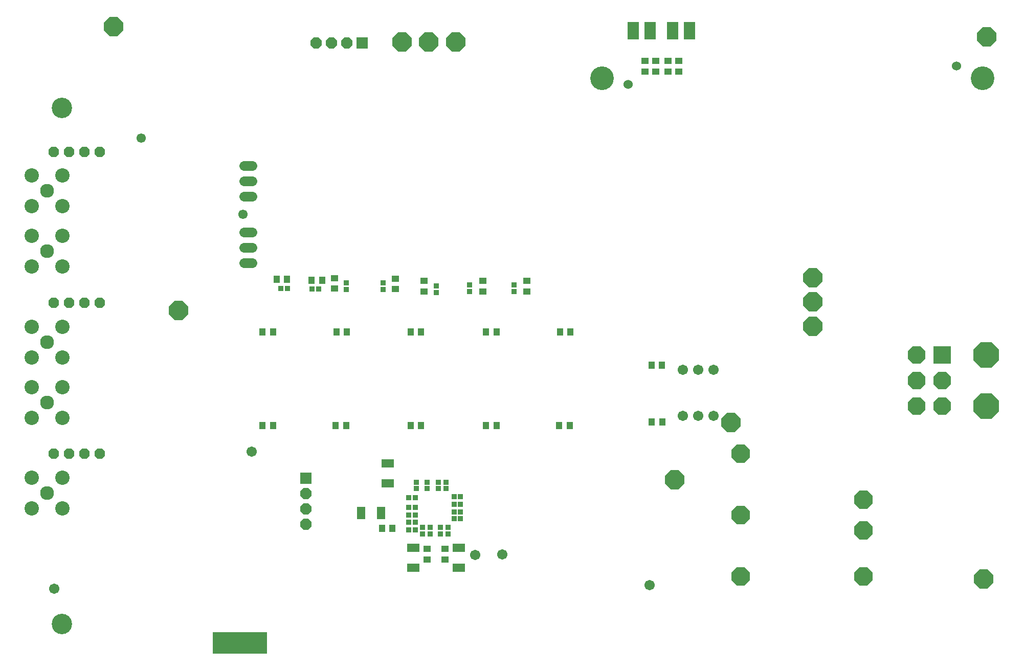
<source format=gbs>
G75*
%MOIN*%
%OFA0B0*%
%FSLAX25Y25*%
%IPPOS*%
%LPD*%
%AMOC8*
5,1,8,0,0,1.08239X$1,22.5*
%
%ADD10R,0.04300X0.05000*%
%ADD11C,0.09050*%
%ADD12C,0.09350*%
%ADD13R,0.05000X0.04300*%
%ADD14OC8,0.06800*%
%ADD15C,0.06706*%
%ADD16OC8,0.12611*%
%ADD17C,0.13300*%
%ADD18C,0.00000*%
%ADD19C,0.00001*%
%ADD20C,0.06115*%
%ADD21OC8,0.11800*%
%ADD22R,0.11430X0.11430*%
%ADD23OC8,0.11430*%
%ADD24OC8,0.16611*%
%ADD25R,0.03800X0.03500*%
%ADD26R,0.03500X0.03800*%
%ADD27R,0.08200X0.05600*%
%ADD28R,0.05600X0.08200*%
%ADD29C,0.15400*%
%ADD30C,0.06000*%
%ADD31OC8,0.07296*%
%ADD32R,0.07296X0.07296*%
%ADD33C,0.06200*%
%ADD34R,0.07300X0.11800*%
D10*
X0207746Y0166823D03*
X0214546Y0166823D03*
X0255482Y0166823D03*
X0262282Y0166823D03*
X0304202Y0166823D03*
X0311002Y0166823D03*
X0353415Y0166823D03*
X0360215Y0166823D03*
X0401151Y0166823D03*
X0407951Y0166823D03*
X0461393Y0169330D03*
X0468193Y0169330D03*
X0468030Y0206394D03*
X0461230Y0206394D03*
X0408443Y0227846D03*
X0401643Y0227846D03*
X0360215Y0227846D03*
X0353415Y0227846D03*
X0311002Y0227846D03*
X0304202Y0227846D03*
X0262774Y0227846D03*
X0255974Y0227846D03*
X0214546Y0227846D03*
X0207746Y0227846D03*
X0216954Y0262413D03*
X0223754Y0262413D03*
X0239734Y0261803D03*
X0246534Y0261803D03*
X0285704Y0099901D03*
X0292504Y0099901D03*
D11*
X0067243Y0123031D03*
X0067243Y0182086D03*
X0067243Y0221456D03*
X0067243Y0280511D03*
X0067243Y0319881D03*
D12*
X0077243Y0309881D03*
X0057243Y0309881D03*
X0057243Y0290511D03*
X0077243Y0290511D03*
X0077243Y0270511D03*
X0057243Y0270511D03*
X0057243Y0231456D03*
X0077243Y0231456D03*
X0077243Y0211456D03*
X0057243Y0211456D03*
X0057243Y0192086D03*
X0077243Y0192086D03*
X0077243Y0172086D03*
X0057243Y0172086D03*
X0057243Y0133031D03*
X0077243Y0133031D03*
X0077243Y0113031D03*
X0057243Y0113031D03*
X0057243Y0329881D03*
X0077243Y0329881D03*
D13*
X0254748Y0263002D03*
X0254748Y0256202D03*
X0294315Y0255942D03*
X0294315Y0262742D03*
X0313016Y0261266D03*
X0313016Y0254466D03*
X0351402Y0254466D03*
X0351402Y0261266D03*
X0379945Y0261266D03*
X0379945Y0254466D03*
X0457091Y0397785D03*
X0464091Y0397785D03*
X0472091Y0397785D03*
X0479091Y0397785D03*
X0479091Y0404585D03*
X0472091Y0404585D03*
X0464091Y0404585D03*
X0457091Y0404585D03*
X0326795Y0086561D03*
X0326795Y0079761D03*
X0314984Y0079761D03*
X0314984Y0086561D03*
D14*
X0101613Y0148621D03*
X0091613Y0148621D03*
X0081613Y0148621D03*
X0071613Y0148621D03*
X0071613Y0247046D03*
X0081613Y0247046D03*
X0091613Y0247046D03*
X0101613Y0247046D03*
X0101613Y0345472D03*
X0091613Y0345472D03*
X0081613Y0345472D03*
X0071613Y0345472D03*
D15*
X0200811Y0150091D03*
X0071874Y0060524D03*
X0346480Y0082669D03*
X0363916Y0083070D03*
X0460129Y0062861D03*
X0481776Y0173185D03*
X0491776Y0173185D03*
X0501776Y0173185D03*
X0501776Y0203185D03*
X0491776Y0203185D03*
X0481776Y0203185D03*
D16*
X0512909Y0168886D03*
X0476409Y0131543D03*
X0566461Y0231783D03*
X0566461Y0247531D03*
X0566461Y0263280D03*
X0333724Y0416823D03*
X0315969Y0416823D03*
X0298713Y0416823D03*
X0110823Y0427094D03*
X0153075Y0242118D03*
X0677579Y0067016D03*
X0679587Y0420228D03*
D17*
X0077058Y0037800D03*
X0077058Y0374000D03*
D18*
X0175258Y0032300D02*
X0175258Y0018700D01*
X0210358Y0018700D01*
X0210358Y0032300D01*
X0175258Y0032300D01*
D19*
X0175258Y0032299D02*
X0210358Y0032299D01*
X0210358Y0032298D02*
X0175258Y0032298D01*
X0175258Y0032297D02*
X0210358Y0032297D01*
X0210358Y0032296D02*
X0175258Y0032296D01*
X0175258Y0032295D02*
X0210358Y0032295D01*
X0210358Y0032294D02*
X0175258Y0032294D01*
X0175258Y0032293D02*
X0210358Y0032293D01*
X0210358Y0032292D02*
X0175258Y0032292D01*
X0175258Y0032291D02*
X0210358Y0032291D01*
X0210358Y0032290D02*
X0175258Y0032290D01*
X0175258Y0032289D02*
X0210358Y0032289D01*
X0210358Y0032288D02*
X0175258Y0032288D01*
X0175258Y0032287D02*
X0210358Y0032287D01*
X0210358Y0032286D02*
X0175258Y0032286D01*
X0175258Y0032285D02*
X0210358Y0032285D01*
X0210358Y0032284D02*
X0175258Y0032284D01*
X0175258Y0032283D02*
X0210358Y0032283D01*
X0210358Y0032282D02*
X0175258Y0032282D01*
X0175258Y0032281D02*
X0210358Y0032281D01*
X0210358Y0032280D02*
X0175258Y0032280D01*
X0210358Y0032280D01*
X0210358Y0032279D02*
X0175258Y0032279D01*
X0175258Y0032278D02*
X0210358Y0032278D01*
X0210358Y0032277D02*
X0175258Y0032277D01*
X0175258Y0032276D02*
X0210358Y0032276D01*
X0210358Y0032275D02*
X0175258Y0032275D01*
X0175258Y0032274D02*
X0210358Y0032274D01*
X0210358Y0032273D02*
X0175258Y0032273D01*
X0175258Y0032272D02*
X0210358Y0032272D01*
X0210358Y0032271D02*
X0175258Y0032271D01*
X0175258Y0032270D02*
X0210358Y0032270D01*
X0210358Y0032269D02*
X0175258Y0032269D01*
X0175258Y0032268D02*
X0210358Y0032268D01*
X0210358Y0032267D02*
X0175258Y0032267D01*
X0175258Y0032266D02*
X0210358Y0032266D01*
X0210358Y0032265D02*
X0175258Y0032265D01*
X0175258Y0032264D02*
X0210358Y0032264D01*
X0210358Y0032263D02*
X0175258Y0032263D01*
X0175258Y0032262D02*
X0210358Y0032262D01*
X0210358Y0032261D02*
X0175258Y0032261D01*
X0175258Y0032260D02*
X0210358Y0032260D01*
X0210358Y0032259D02*
X0175258Y0032259D01*
X0175258Y0032258D02*
X0210358Y0032258D01*
X0210358Y0032257D02*
X0175258Y0032257D01*
X0175258Y0032256D02*
X0210358Y0032256D01*
X0210358Y0032255D02*
X0175258Y0032255D01*
X0175258Y0032254D02*
X0210358Y0032254D01*
X0210358Y0032253D02*
X0175258Y0032253D01*
X0175258Y0032252D02*
X0210358Y0032252D01*
X0210358Y0032251D02*
X0175258Y0032251D01*
X0175258Y0032250D02*
X0210358Y0032250D01*
X0210358Y0032249D02*
X0175258Y0032249D01*
X0175258Y0032248D02*
X0210358Y0032248D01*
X0210358Y0032247D02*
X0175258Y0032247D01*
X0175258Y0032246D02*
X0210358Y0032246D01*
X0210358Y0032245D02*
X0175258Y0032245D01*
X0175258Y0032244D02*
X0210358Y0032244D01*
X0210358Y0032243D02*
X0175258Y0032243D01*
X0175258Y0032242D02*
X0210358Y0032242D01*
X0210358Y0032241D02*
X0175258Y0032241D01*
X0175258Y0032240D02*
X0210358Y0032240D01*
X0210358Y0032239D02*
X0175258Y0032239D01*
X0175258Y0032238D02*
X0210358Y0032238D01*
X0210358Y0032237D02*
X0175258Y0032237D01*
X0175258Y0032236D02*
X0210358Y0032236D01*
X0210358Y0032235D02*
X0175258Y0032235D01*
X0175258Y0032234D02*
X0210358Y0032234D01*
X0210358Y0032233D02*
X0175258Y0032233D01*
X0175258Y0032232D02*
X0210358Y0032232D01*
X0210358Y0032231D02*
X0175258Y0032231D01*
X0175258Y0032230D02*
X0210358Y0032230D01*
X0210358Y0032229D02*
X0175258Y0032229D01*
X0175258Y0032228D02*
X0210358Y0032228D01*
X0210358Y0032227D02*
X0175258Y0032227D01*
X0175258Y0032226D02*
X0210358Y0032226D01*
X0210358Y0032225D02*
X0175258Y0032225D01*
X0175258Y0032224D02*
X0210358Y0032224D01*
X0210358Y0032223D02*
X0175258Y0032223D01*
X0175258Y0032222D02*
X0210358Y0032222D01*
X0210358Y0032221D02*
X0175258Y0032221D01*
X0175258Y0032220D02*
X0210358Y0032220D01*
X0210358Y0032219D02*
X0175258Y0032219D01*
X0175258Y0032218D02*
X0210358Y0032218D01*
X0210358Y0032217D02*
X0175258Y0032217D01*
X0210358Y0032217D01*
X0210358Y0032216D02*
X0175258Y0032216D01*
X0175258Y0032215D02*
X0210358Y0032215D01*
X0210358Y0032214D02*
X0175258Y0032214D01*
X0175258Y0032213D02*
X0210358Y0032213D01*
X0210358Y0032212D02*
X0175258Y0032212D01*
X0175258Y0032211D02*
X0210358Y0032211D01*
X0210358Y0032210D02*
X0175258Y0032210D01*
X0175258Y0032209D02*
X0210358Y0032209D01*
X0210358Y0032208D02*
X0175258Y0032208D01*
X0175258Y0032207D02*
X0210358Y0032207D01*
X0210358Y0032206D02*
X0175258Y0032206D01*
X0175258Y0032205D02*
X0210358Y0032205D01*
X0210358Y0032204D02*
X0175258Y0032204D01*
X0175258Y0032203D02*
X0210358Y0032203D01*
X0210358Y0032202D02*
X0175258Y0032202D01*
X0175258Y0032201D02*
X0210358Y0032201D01*
X0210358Y0032200D02*
X0175258Y0032200D01*
X0175258Y0032199D02*
X0210358Y0032199D01*
X0210358Y0032198D02*
X0175258Y0032198D01*
X0175258Y0032197D02*
X0210358Y0032197D01*
X0210358Y0032196D02*
X0175258Y0032196D01*
X0175258Y0032195D02*
X0210358Y0032195D01*
X0210358Y0032194D02*
X0175258Y0032194D01*
X0175258Y0032193D02*
X0210358Y0032193D01*
X0210358Y0032192D02*
X0175258Y0032192D01*
X0175258Y0032191D02*
X0210358Y0032191D01*
X0210358Y0032190D02*
X0175258Y0032190D01*
X0175258Y0032189D02*
X0210358Y0032189D01*
X0210358Y0032188D02*
X0175258Y0032188D01*
X0175258Y0032187D02*
X0210358Y0032187D01*
X0210358Y0032186D02*
X0175258Y0032186D01*
X0175258Y0032185D02*
X0210358Y0032185D01*
X0210358Y0032184D02*
X0175258Y0032184D01*
X0175258Y0032183D02*
X0210358Y0032183D01*
X0210358Y0032182D02*
X0175258Y0032182D01*
X0175258Y0032181D02*
X0210358Y0032181D01*
X0210358Y0032180D02*
X0175258Y0032180D01*
X0175258Y0032179D02*
X0210358Y0032179D01*
X0210358Y0032178D02*
X0175258Y0032178D01*
X0175258Y0032177D02*
X0210358Y0032177D01*
X0210358Y0032176D02*
X0175258Y0032176D01*
X0175258Y0032175D02*
X0210358Y0032175D01*
X0210358Y0032174D02*
X0175258Y0032174D01*
X0175258Y0032173D02*
X0210358Y0032173D01*
X0210358Y0032172D02*
X0175258Y0032172D01*
X0175258Y0032171D02*
X0210358Y0032171D01*
X0210358Y0032170D02*
X0175258Y0032170D01*
X0175258Y0032169D02*
X0210358Y0032169D01*
X0210358Y0032168D02*
X0175258Y0032168D01*
X0175258Y0032167D02*
X0210358Y0032167D01*
X0210358Y0032166D02*
X0175258Y0032166D01*
X0175258Y0032165D02*
X0210358Y0032165D01*
X0210358Y0032164D02*
X0175258Y0032164D01*
X0175258Y0032163D02*
X0210358Y0032163D01*
X0210358Y0032162D02*
X0175258Y0032162D01*
X0175258Y0032161D02*
X0210358Y0032161D01*
X0210358Y0032160D02*
X0175258Y0032160D01*
X0175258Y0032159D02*
X0210358Y0032159D01*
X0210358Y0032158D02*
X0175258Y0032158D01*
X0175258Y0032157D02*
X0210358Y0032157D01*
X0210358Y0032156D02*
X0175258Y0032156D01*
X0175258Y0032155D02*
X0210358Y0032155D01*
X0175258Y0032155D01*
X0175258Y0032154D02*
X0210358Y0032154D01*
X0210358Y0032153D02*
X0175258Y0032153D01*
X0175258Y0032152D02*
X0210358Y0032152D01*
X0210358Y0032151D02*
X0175258Y0032151D01*
X0175258Y0032150D02*
X0210358Y0032150D01*
X0210358Y0032149D02*
X0175258Y0032149D01*
X0175258Y0032148D02*
X0210358Y0032148D01*
X0210358Y0032147D02*
X0175258Y0032147D01*
X0175258Y0032146D02*
X0210358Y0032146D01*
X0210358Y0032145D02*
X0175258Y0032145D01*
X0175258Y0032144D02*
X0210358Y0032144D01*
X0210358Y0032143D02*
X0175258Y0032143D01*
X0175258Y0032142D02*
X0210358Y0032142D01*
X0210358Y0032141D02*
X0175258Y0032141D01*
X0175258Y0032140D02*
X0210358Y0032140D01*
X0210358Y0032139D02*
X0175258Y0032139D01*
X0175258Y0032138D02*
X0210358Y0032138D01*
X0210358Y0032137D02*
X0175258Y0032137D01*
X0175258Y0032136D02*
X0210358Y0032136D01*
X0210358Y0032135D02*
X0175258Y0032135D01*
X0175258Y0032134D02*
X0210358Y0032134D01*
X0210358Y0032133D02*
X0175258Y0032133D01*
X0175258Y0032132D02*
X0210358Y0032132D01*
X0210358Y0032131D02*
X0175258Y0032131D01*
X0175258Y0032130D02*
X0210358Y0032130D01*
X0210358Y0032129D02*
X0175258Y0032129D01*
X0175258Y0032128D02*
X0210358Y0032128D01*
X0210358Y0032127D02*
X0175258Y0032127D01*
X0175258Y0032126D02*
X0210358Y0032126D01*
X0210358Y0032125D02*
X0175258Y0032125D01*
X0175258Y0032124D02*
X0210358Y0032124D01*
X0210358Y0032123D02*
X0175258Y0032123D01*
X0175258Y0032122D02*
X0210358Y0032122D01*
X0210358Y0032121D02*
X0175258Y0032121D01*
X0175258Y0032120D02*
X0210358Y0032120D01*
X0210358Y0032119D02*
X0175258Y0032119D01*
X0175258Y0032118D02*
X0210358Y0032118D01*
X0210358Y0032117D02*
X0175258Y0032117D01*
X0175258Y0032116D02*
X0210358Y0032116D01*
X0210358Y0032115D02*
X0175258Y0032115D01*
X0175258Y0032114D02*
X0210358Y0032114D01*
X0210358Y0032113D02*
X0175258Y0032113D01*
X0175258Y0032112D02*
X0210358Y0032112D01*
X0210358Y0032111D02*
X0175258Y0032111D01*
X0175258Y0032110D02*
X0210358Y0032110D01*
X0210358Y0032109D02*
X0175258Y0032109D01*
X0175258Y0032108D02*
X0210358Y0032108D01*
X0210358Y0032107D02*
X0175258Y0032107D01*
X0175258Y0032106D02*
X0210358Y0032106D01*
X0210358Y0032105D02*
X0175258Y0032105D01*
X0175258Y0032104D02*
X0210358Y0032104D01*
X0210358Y0032103D02*
X0175258Y0032103D01*
X0175258Y0032102D02*
X0210358Y0032102D01*
X0210358Y0032101D02*
X0175258Y0032101D01*
X0175258Y0032100D02*
X0210358Y0032100D01*
X0210358Y0032099D02*
X0175258Y0032099D01*
X0175258Y0032098D02*
X0210358Y0032098D01*
X0210358Y0032097D02*
X0175258Y0032097D01*
X0175258Y0032096D02*
X0210358Y0032096D01*
X0210358Y0032095D02*
X0175258Y0032095D01*
X0175258Y0032094D02*
X0210358Y0032094D01*
X0210358Y0032093D02*
X0175258Y0032093D01*
X0175258Y0032092D02*
X0210358Y0032092D01*
X0175258Y0032092D01*
X0175258Y0032091D02*
X0210358Y0032091D01*
X0210358Y0032090D02*
X0175258Y0032090D01*
X0175258Y0032089D02*
X0210358Y0032089D01*
X0210358Y0032088D02*
X0175258Y0032088D01*
X0175258Y0032087D02*
X0210358Y0032087D01*
X0210358Y0032086D02*
X0175258Y0032086D01*
X0175258Y0032085D02*
X0210358Y0032085D01*
X0210358Y0032084D02*
X0175258Y0032084D01*
X0175258Y0032083D02*
X0210358Y0032083D01*
X0210358Y0032082D02*
X0175258Y0032082D01*
X0175258Y0032081D02*
X0210358Y0032081D01*
X0210358Y0032080D02*
X0175258Y0032080D01*
X0175258Y0032079D02*
X0210358Y0032079D01*
X0210358Y0032078D02*
X0175258Y0032078D01*
X0175258Y0032077D02*
X0210358Y0032077D01*
X0210358Y0032076D02*
X0175258Y0032076D01*
X0175258Y0032075D02*
X0210358Y0032075D01*
X0210358Y0032074D02*
X0175258Y0032074D01*
X0175258Y0032073D02*
X0210358Y0032073D01*
X0210358Y0032072D02*
X0175258Y0032072D01*
X0175258Y0032071D02*
X0210358Y0032071D01*
X0210358Y0032070D02*
X0175258Y0032070D01*
X0175258Y0032069D02*
X0210358Y0032069D01*
X0210358Y0032068D02*
X0175258Y0032068D01*
X0175258Y0032067D02*
X0210358Y0032067D01*
X0210358Y0032066D02*
X0175258Y0032066D01*
X0175258Y0032065D02*
X0210358Y0032065D01*
X0210358Y0032064D02*
X0175258Y0032064D01*
X0175258Y0032063D02*
X0210358Y0032063D01*
X0210358Y0032062D02*
X0175258Y0032062D01*
X0175258Y0032061D02*
X0210358Y0032061D01*
X0210358Y0032060D02*
X0175258Y0032060D01*
X0175258Y0032059D02*
X0210358Y0032059D01*
X0210358Y0032058D02*
X0175258Y0032058D01*
X0175258Y0032057D02*
X0210358Y0032057D01*
X0210358Y0032056D02*
X0175258Y0032056D01*
X0175258Y0032055D02*
X0210358Y0032055D01*
X0210358Y0032054D02*
X0175258Y0032054D01*
X0175258Y0032053D02*
X0210358Y0032053D01*
X0210358Y0032052D02*
X0175258Y0032052D01*
X0175258Y0032051D02*
X0210358Y0032051D01*
X0210358Y0032050D02*
X0175258Y0032050D01*
X0175258Y0032049D02*
X0210358Y0032049D01*
X0210358Y0032048D02*
X0175258Y0032048D01*
X0175258Y0032047D02*
X0210358Y0032047D01*
X0210358Y0032046D02*
X0175258Y0032046D01*
X0175258Y0032045D02*
X0210358Y0032045D01*
X0210358Y0032044D02*
X0175258Y0032044D01*
X0175258Y0032043D02*
X0210358Y0032043D01*
X0210358Y0032042D02*
X0175258Y0032042D01*
X0175258Y0032041D02*
X0210358Y0032041D01*
X0210358Y0032040D02*
X0175258Y0032040D01*
X0175258Y0032039D02*
X0210358Y0032039D01*
X0210358Y0032038D02*
X0175258Y0032038D01*
X0175258Y0032037D02*
X0210358Y0032037D01*
X0210358Y0032036D02*
X0175258Y0032036D01*
X0175258Y0032035D02*
X0210358Y0032035D01*
X0210358Y0032034D02*
X0175258Y0032034D01*
X0175258Y0032033D02*
X0210358Y0032033D01*
X0210358Y0032032D02*
X0175258Y0032032D01*
X0175258Y0032031D02*
X0210358Y0032031D01*
X0210358Y0032030D02*
X0175258Y0032030D01*
X0210358Y0032030D01*
X0210358Y0032029D02*
X0175258Y0032029D01*
X0175258Y0032028D02*
X0210358Y0032028D01*
X0210358Y0032027D02*
X0175258Y0032027D01*
X0175258Y0032026D02*
X0210358Y0032026D01*
X0210358Y0032025D02*
X0175258Y0032025D01*
X0175258Y0032024D02*
X0210358Y0032024D01*
X0210358Y0032023D02*
X0175258Y0032023D01*
X0175258Y0032022D02*
X0210358Y0032022D01*
X0210358Y0032021D02*
X0175258Y0032021D01*
X0175258Y0032020D02*
X0210358Y0032020D01*
X0210358Y0032019D02*
X0175258Y0032019D01*
X0175258Y0032018D02*
X0210358Y0032018D01*
X0210358Y0032017D02*
X0175258Y0032017D01*
X0175258Y0032016D02*
X0210358Y0032016D01*
X0210358Y0032015D02*
X0175258Y0032015D01*
X0175258Y0032014D02*
X0210358Y0032014D01*
X0210358Y0032013D02*
X0175258Y0032013D01*
X0175258Y0032012D02*
X0210358Y0032012D01*
X0210358Y0032011D02*
X0175258Y0032011D01*
X0175258Y0032010D02*
X0210358Y0032010D01*
X0210358Y0032009D02*
X0175258Y0032009D01*
X0175258Y0032008D02*
X0210358Y0032008D01*
X0210358Y0032007D02*
X0175258Y0032007D01*
X0175258Y0032006D02*
X0210358Y0032006D01*
X0210358Y0032005D02*
X0175258Y0032005D01*
X0175258Y0032004D02*
X0210358Y0032004D01*
X0210358Y0032003D02*
X0175258Y0032003D01*
X0175258Y0032002D02*
X0210358Y0032002D01*
X0210358Y0032001D02*
X0175258Y0032001D01*
X0175258Y0032000D02*
X0210358Y0032000D01*
X0210358Y0031999D02*
X0175258Y0031999D01*
X0175258Y0031998D02*
X0210358Y0031998D01*
X0210358Y0031997D02*
X0175258Y0031997D01*
X0175258Y0031996D02*
X0210358Y0031996D01*
X0210358Y0031995D02*
X0175258Y0031995D01*
X0175258Y0031994D02*
X0210358Y0031994D01*
X0210358Y0031993D02*
X0175258Y0031993D01*
X0175258Y0031992D02*
X0210358Y0031992D01*
X0210358Y0031991D02*
X0175258Y0031991D01*
X0175258Y0031990D02*
X0210358Y0031990D01*
X0210358Y0031989D02*
X0175258Y0031989D01*
X0175258Y0031988D02*
X0210358Y0031988D01*
X0210358Y0031987D02*
X0175258Y0031987D01*
X0175258Y0031986D02*
X0210358Y0031986D01*
X0210358Y0031985D02*
X0175258Y0031985D01*
X0175258Y0031984D02*
X0210358Y0031984D01*
X0210358Y0031983D02*
X0175258Y0031983D01*
X0175258Y0031982D02*
X0210358Y0031982D01*
X0210358Y0031981D02*
X0175258Y0031981D01*
X0175258Y0031980D02*
X0210358Y0031980D01*
X0210358Y0031979D02*
X0175258Y0031979D01*
X0175258Y0031978D02*
X0210358Y0031978D01*
X0210358Y0031977D02*
X0175258Y0031977D01*
X0175258Y0031976D02*
X0210358Y0031976D01*
X0210358Y0031975D02*
X0175258Y0031975D01*
X0175258Y0031974D02*
X0210358Y0031974D01*
X0210358Y0031973D02*
X0175258Y0031973D01*
X0175258Y0031972D02*
X0210358Y0031972D01*
X0210358Y0031971D02*
X0175258Y0031971D01*
X0175258Y0031970D02*
X0210358Y0031970D01*
X0210358Y0031969D02*
X0175258Y0031969D01*
X0175258Y0031968D02*
X0210358Y0031968D01*
X0210358Y0031967D02*
X0175258Y0031967D01*
X0210358Y0031967D01*
X0210358Y0031966D02*
X0175258Y0031966D01*
X0175258Y0031965D02*
X0210358Y0031965D01*
X0210358Y0031964D02*
X0175258Y0031964D01*
X0175258Y0031963D02*
X0210358Y0031963D01*
X0210358Y0031962D02*
X0175258Y0031962D01*
X0175258Y0031961D02*
X0210358Y0031961D01*
X0210358Y0031960D02*
X0175258Y0031960D01*
X0175258Y0031959D02*
X0210358Y0031959D01*
X0210358Y0031958D02*
X0175258Y0031958D01*
X0175258Y0031957D02*
X0210358Y0031957D01*
X0210358Y0031956D02*
X0175258Y0031956D01*
X0175258Y0031955D02*
X0210358Y0031955D01*
X0210358Y0031954D02*
X0175258Y0031954D01*
X0175258Y0031953D02*
X0210358Y0031953D01*
X0210358Y0031952D02*
X0175258Y0031952D01*
X0175258Y0031951D02*
X0210358Y0031951D01*
X0210358Y0031950D02*
X0175258Y0031950D01*
X0175258Y0031949D02*
X0210358Y0031949D01*
X0210358Y0031948D02*
X0175258Y0031948D01*
X0175258Y0031947D02*
X0210358Y0031947D01*
X0210358Y0031946D02*
X0175258Y0031946D01*
X0175258Y0031945D02*
X0210358Y0031945D01*
X0210358Y0031944D02*
X0175258Y0031944D01*
X0175258Y0031943D02*
X0210358Y0031943D01*
X0210358Y0031942D02*
X0175258Y0031942D01*
X0175258Y0031941D02*
X0210358Y0031941D01*
X0210358Y0031940D02*
X0175258Y0031940D01*
X0175258Y0031939D02*
X0210358Y0031939D01*
X0210358Y0031938D02*
X0175258Y0031938D01*
X0175258Y0031937D02*
X0210358Y0031937D01*
X0210358Y0031936D02*
X0175258Y0031936D01*
X0175258Y0031935D02*
X0210358Y0031935D01*
X0210358Y0031934D02*
X0175258Y0031934D01*
X0175258Y0031933D02*
X0210358Y0031933D01*
X0210358Y0031932D02*
X0175258Y0031932D01*
X0175258Y0031931D02*
X0210358Y0031931D01*
X0210358Y0031930D02*
X0175258Y0031930D01*
X0175258Y0031929D02*
X0210358Y0031929D01*
X0210358Y0031928D02*
X0175258Y0031928D01*
X0175258Y0031927D02*
X0210358Y0031927D01*
X0210358Y0031926D02*
X0175258Y0031926D01*
X0175258Y0031925D02*
X0210358Y0031925D01*
X0210358Y0031924D02*
X0175258Y0031924D01*
X0175258Y0031923D02*
X0210358Y0031923D01*
X0210358Y0031922D02*
X0175258Y0031922D01*
X0175258Y0031921D02*
X0210358Y0031921D01*
X0210358Y0031920D02*
X0175258Y0031920D01*
X0175258Y0031919D02*
X0210358Y0031919D01*
X0210358Y0031918D02*
X0175258Y0031918D01*
X0175258Y0031917D02*
X0210358Y0031917D01*
X0210358Y0031916D02*
X0175258Y0031916D01*
X0175258Y0031915D02*
X0210358Y0031915D01*
X0210358Y0031914D02*
X0175258Y0031914D01*
X0175258Y0031913D02*
X0210358Y0031913D01*
X0210358Y0031912D02*
X0175258Y0031912D01*
X0175258Y0031911D02*
X0210358Y0031911D01*
X0210358Y0031910D02*
X0175258Y0031910D01*
X0175258Y0031909D02*
X0210358Y0031909D01*
X0210358Y0031908D02*
X0175258Y0031908D01*
X0175258Y0031907D02*
X0210358Y0031907D01*
X0210358Y0031906D02*
X0175258Y0031906D01*
X0175258Y0031905D02*
X0210358Y0031905D01*
X0175258Y0031905D01*
X0175258Y0031904D02*
X0210358Y0031904D01*
X0210358Y0031903D02*
X0175258Y0031903D01*
X0175258Y0031902D02*
X0210358Y0031902D01*
X0210358Y0031901D02*
X0175258Y0031901D01*
X0175258Y0031900D02*
X0210358Y0031900D01*
X0210358Y0031899D02*
X0175258Y0031899D01*
X0175258Y0031898D02*
X0210358Y0031898D01*
X0210358Y0031897D02*
X0175258Y0031897D01*
X0175258Y0031896D02*
X0210358Y0031896D01*
X0210358Y0031895D02*
X0175258Y0031895D01*
X0175258Y0031894D02*
X0210358Y0031894D01*
X0210358Y0031893D02*
X0175258Y0031893D01*
X0175258Y0031892D02*
X0210358Y0031892D01*
X0210358Y0031891D02*
X0175258Y0031891D01*
X0175258Y0031890D02*
X0210358Y0031890D01*
X0210358Y0031889D02*
X0175258Y0031889D01*
X0175258Y0031888D02*
X0210358Y0031888D01*
X0210358Y0031887D02*
X0175258Y0031887D01*
X0175258Y0031886D02*
X0210358Y0031886D01*
X0210358Y0031885D02*
X0175258Y0031885D01*
X0175258Y0031884D02*
X0210358Y0031884D01*
X0210358Y0031883D02*
X0175258Y0031883D01*
X0175258Y0031882D02*
X0210358Y0031882D01*
X0210358Y0031881D02*
X0175258Y0031881D01*
X0175258Y0031880D02*
X0210358Y0031880D01*
X0210358Y0031879D02*
X0175258Y0031879D01*
X0175258Y0031878D02*
X0210358Y0031878D01*
X0210358Y0031877D02*
X0175258Y0031877D01*
X0175258Y0031876D02*
X0210358Y0031876D01*
X0210358Y0031875D02*
X0175258Y0031875D01*
X0175258Y0031874D02*
X0210358Y0031874D01*
X0210358Y0031873D02*
X0175258Y0031873D01*
X0175258Y0031872D02*
X0210358Y0031872D01*
X0210358Y0031871D02*
X0175258Y0031871D01*
X0175258Y0031870D02*
X0210358Y0031870D01*
X0210358Y0031869D02*
X0175258Y0031869D01*
X0175258Y0031868D02*
X0210358Y0031868D01*
X0210358Y0031867D02*
X0175258Y0031867D01*
X0175258Y0031866D02*
X0210358Y0031866D01*
X0210358Y0031865D02*
X0175258Y0031865D01*
X0175258Y0031864D02*
X0210358Y0031864D01*
X0210358Y0031863D02*
X0175258Y0031863D01*
X0175258Y0031862D02*
X0210358Y0031862D01*
X0210358Y0031861D02*
X0175258Y0031861D01*
X0175258Y0031860D02*
X0210358Y0031860D01*
X0210358Y0031859D02*
X0175258Y0031859D01*
X0175258Y0031858D02*
X0210358Y0031858D01*
X0210358Y0031857D02*
X0175258Y0031857D01*
X0175258Y0031856D02*
X0210358Y0031856D01*
X0210358Y0031855D02*
X0175258Y0031855D01*
X0175258Y0031854D02*
X0210358Y0031854D01*
X0210358Y0031853D02*
X0175258Y0031853D01*
X0175258Y0031852D02*
X0210358Y0031852D01*
X0210358Y0031851D02*
X0175258Y0031851D01*
X0175258Y0031850D02*
X0210358Y0031850D01*
X0210358Y0031849D02*
X0175258Y0031849D01*
X0175258Y0031848D02*
X0210358Y0031848D01*
X0210358Y0031847D02*
X0175258Y0031847D01*
X0175258Y0031846D02*
X0210358Y0031846D01*
X0210358Y0031845D02*
X0175258Y0031845D01*
X0175258Y0031844D02*
X0210358Y0031844D01*
X0210358Y0031843D02*
X0175258Y0031843D01*
X0175258Y0031842D02*
X0210358Y0031842D01*
X0175258Y0031842D01*
X0175258Y0031841D02*
X0210358Y0031841D01*
X0210358Y0031840D02*
X0175258Y0031840D01*
X0175258Y0031839D02*
X0210358Y0031839D01*
X0210358Y0031838D02*
X0175258Y0031838D01*
X0175258Y0031837D02*
X0210358Y0031837D01*
X0210358Y0031836D02*
X0175258Y0031836D01*
X0175258Y0031835D02*
X0210358Y0031835D01*
X0210358Y0031834D02*
X0175258Y0031834D01*
X0175258Y0031833D02*
X0210358Y0031833D01*
X0210358Y0031832D02*
X0175258Y0031832D01*
X0175258Y0031831D02*
X0210358Y0031831D01*
X0210358Y0031830D02*
X0175258Y0031830D01*
X0175258Y0031829D02*
X0210358Y0031829D01*
X0210358Y0031828D02*
X0175258Y0031828D01*
X0175258Y0031827D02*
X0210358Y0031827D01*
X0210358Y0031826D02*
X0175258Y0031826D01*
X0175258Y0031825D02*
X0210358Y0031825D01*
X0210358Y0031824D02*
X0175258Y0031824D01*
X0175258Y0031823D02*
X0210358Y0031823D01*
X0210358Y0031822D02*
X0175258Y0031822D01*
X0175258Y0031821D02*
X0210358Y0031821D01*
X0210358Y0031820D02*
X0175258Y0031820D01*
X0175258Y0031819D02*
X0210358Y0031819D01*
X0210358Y0031818D02*
X0175258Y0031818D01*
X0175258Y0031817D02*
X0210358Y0031817D01*
X0210358Y0031816D02*
X0175258Y0031816D01*
X0175258Y0031815D02*
X0210358Y0031815D01*
X0210358Y0031814D02*
X0175258Y0031814D01*
X0175258Y0031813D02*
X0210358Y0031813D01*
X0210358Y0031812D02*
X0175258Y0031812D01*
X0175258Y0031811D02*
X0210358Y0031811D01*
X0210358Y0031810D02*
X0175258Y0031810D01*
X0175258Y0031809D02*
X0210358Y0031809D01*
X0210358Y0031808D02*
X0175258Y0031808D01*
X0175258Y0031807D02*
X0210358Y0031807D01*
X0210358Y0031806D02*
X0175258Y0031806D01*
X0175258Y0031805D02*
X0210358Y0031805D01*
X0210358Y0031804D02*
X0175258Y0031804D01*
X0175258Y0031803D02*
X0210358Y0031803D01*
X0210358Y0031802D02*
X0175258Y0031802D01*
X0175258Y0031801D02*
X0210358Y0031801D01*
X0210358Y0031800D02*
X0175258Y0031800D01*
X0175258Y0031799D02*
X0210358Y0031799D01*
X0210358Y0031798D02*
X0175258Y0031798D01*
X0175258Y0031797D02*
X0210358Y0031797D01*
X0210358Y0031796D02*
X0175258Y0031796D01*
X0175258Y0031795D02*
X0210358Y0031795D01*
X0210358Y0031794D02*
X0175258Y0031794D01*
X0175258Y0031793D02*
X0210358Y0031793D01*
X0210358Y0031792D02*
X0175258Y0031792D01*
X0175258Y0031791D02*
X0210358Y0031791D01*
X0210358Y0031790D02*
X0175258Y0031790D01*
X0175258Y0031789D02*
X0210358Y0031789D01*
X0210358Y0031788D02*
X0175258Y0031788D01*
X0175258Y0031787D02*
X0210358Y0031787D01*
X0210358Y0031786D02*
X0175258Y0031786D01*
X0175258Y0031785D02*
X0210358Y0031785D01*
X0210358Y0031784D02*
X0175258Y0031784D01*
X0175258Y0031783D02*
X0210358Y0031783D01*
X0210358Y0031782D02*
X0175258Y0031782D01*
X0175258Y0031781D02*
X0210358Y0031781D01*
X0210358Y0031780D02*
X0175258Y0031780D01*
X0210358Y0031780D01*
X0210358Y0031779D02*
X0175258Y0031779D01*
X0175258Y0031778D02*
X0210358Y0031778D01*
X0210358Y0031777D02*
X0175258Y0031777D01*
X0175258Y0031776D02*
X0210358Y0031776D01*
X0210358Y0031775D02*
X0175258Y0031775D01*
X0175258Y0031774D02*
X0210358Y0031774D01*
X0210358Y0031773D02*
X0175258Y0031773D01*
X0175258Y0031772D02*
X0210358Y0031772D01*
X0210358Y0031771D02*
X0175258Y0031771D01*
X0175258Y0031770D02*
X0210358Y0031770D01*
X0210358Y0031769D02*
X0175258Y0031769D01*
X0175258Y0031768D02*
X0210358Y0031768D01*
X0210358Y0031767D02*
X0175258Y0031767D01*
X0175258Y0031766D02*
X0210358Y0031766D01*
X0210358Y0031765D02*
X0175258Y0031765D01*
X0175258Y0031764D02*
X0210358Y0031764D01*
X0210358Y0031763D02*
X0175258Y0031763D01*
X0175258Y0031762D02*
X0210358Y0031762D01*
X0210358Y0031761D02*
X0175258Y0031761D01*
X0175258Y0031760D02*
X0210358Y0031760D01*
X0210358Y0031759D02*
X0175258Y0031759D01*
X0175258Y0031758D02*
X0210358Y0031758D01*
X0210358Y0031757D02*
X0175258Y0031757D01*
X0175258Y0031756D02*
X0210358Y0031756D01*
X0210358Y0031755D02*
X0175258Y0031755D01*
X0175258Y0031754D02*
X0210358Y0031754D01*
X0210358Y0031753D02*
X0175258Y0031753D01*
X0175258Y0031752D02*
X0210358Y0031752D01*
X0210358Y0031751D02*
X0175258Y0031751D01*
X0175258Y0031750D02*
X0210358Y0031750D01*
X0210358Y0031749D02*
X0175258Y0031749D01*
X0175258Y0031748D02*
X0210358Y0031748D01*
X0210358Y0031747D02*
X0175258Y0031747D01*
X0175258Y0031746D02*
X0210358Y0031746D01*
X0210358Y0031745D02*
X0175258Y0031745D01*
X0175258Y0031744D02*
X0210358Y0031744D01*
X0210358Y0031743D02*
X0175258Y0031743D01*
X0175258Y0031742D02*
X0210358Y0031742D01*
X0210358Y0031741D02*
X0175258Y0031741D01*
X0175258Y0031740D02*
X0210358Y0031740D01*
X0210358Y0031739D02*
X0175258Y0031739D01*
X0175258Y0031738D02*
X0210358Y0031738D01*
X0210358Y0031737D02*
X0175258Y0031737D01*
X0175258Y0031736D02*
X0210358Y0031736D01*
X0210358Y0031735D02*
X0175258Y0031735D01*
X0175258Y0031734D02*
X0210358Y0031734D01*
X0210358Y0031733D02*
X0175258Y0031733D01*
X0175258Y0031732D02*
X0210358Y0031732D01*
X0210358Y0031731D02*
X0175258Y0031731D01*
X0175258Y0031730D02*
X0210358Y0031730D01*
X0210358Y0031729D02*
X0175258Y0031729D01*
X0175258Y0031728D02*
X0210358Y0031728D01*
X0210358Y0031727D02*
X0175258Y0031727D01*
X0175258Y0031726D02*
X0210358Y0031726D01*
X0210358Y0031725D02*
X0175258Y0031725D01*
X0175258Y0031724D02*
X0210358Y0031724D01*
X0210358Y0031723D02*
X0175258Y0031723D01*
X0175258Y0031722D02*
X0210358Y0031722D01*
X0210358Y0031721D02*
X0175258Y0031721D01*
X0175258Y0031720D02*
X0210358Y0031720D01*
X0210358Y0031719D02*
X0175258Y0031719D01*
X0175258Y0031718D02*
X0210358Y0031718D01*
X0210358Y0031717D02*
X0175258Y0031717D01*
X0210358Y0031717D01*
X0210358Y0031716D02*
X0175258Y0031716D01*
X0175258Y0031715D02*
X0210358Y0031715D01*
X0210358Y0031714D02*
X0175258Y0031714D01*
X0175258Y0031713D02*
X0210358Y0031713D01*
X0210358Y0031712D02*
X0175258Y0031712D01*
X0175258Y0031711D02*
X0210358Y0031711D01*
X0210358Y0031710D02*
X0175258Y0031710D01*
X0175258Y0031709D02*
X0210358Y0031709D01*
X0210358Y0031708D02*
X0175258Y0031708D01*
X0175258Y0031707D02*
X0210358Y0031707D01*
X0210358Y0031706D02*
X0175258Y0031706D01*
X0175258Y0031705D02*
X0210358Y0031705D01*
X0210358Y0031704D02*
X0175258Y0031704D01*
X0175258Y0031703D02*
X0210358Y0031703D01*
X0210358Y0031702D02*
X0175258Y0031702D01*
X0175258Y0031701D02*
X0210358Y0031701D01*
X0210358Y0031700D02*
X0175258Y0031700D01*
X0175258Y0031699D02*
X0210358Y0031699D01*
X0210358Y0031698D02*
X0175258Y0031698D01*
X0175258Y0031697D02*
X0210358Y0031697D01*
X0210358Y0031696D02*
X0175258Y0031696D01*
X0175258Y0031695D02*
X0210358Y0031695D01*
X0210358Y0031694D02*
X0175258Y0031694D01*
X0175258Y0031693D02*
X0210358Y0031693D01*
X0210358Y0031692D02*
X0175258Y0031692D01*
X0175258Y0031691D02*
X0210358Y0031691D01*
X0210358Y0031690D02*
X0175258Y0031690D01*
X0175258Y0031689D02*
X0210358Y0031689D01*
X0210358Y0031688D02*
X0175258Y0031688D01*
X0175258Y0031687D02*
X0210358Y0031687D01*
X0210358Y0031686D02*
X0175258Y0031686D01*
X0175258Y0031685D02*
X0210358Y0031685D01*
X0210358Y0031684D02*
X0175258Y0031684D01*
X0175258Y0031683D02*
X0210358Y0031683D01*
X0210358Y0031682D02*
X0175258Y0031682D01*
X0175258Y0031681D02*
X0210358Y0031681D01*
X0210358Y0031680D02*
X0175258Y0031680D01*
X0175258Y0031679D02*
X0210358Y0031679D01*
X0210358Y0031678D02*
X0175258Y0031678D01*
X0175258Y0031677D02*
X0210358Y0031677D01*
X0210358Y0031676D02*
X0175258Y0031676D01*
X0175258Y0031675D02*
X0210358Y0031675D01*
X0210358Y0031674D02*
X0175258Y0031674D01*
X0175258Y0031673D02*
X0210358Y0031673D01*
X0210358Y0031672D02*
X0175258Y0031672D01*
X0175258Y0031671D02*
X0210358Y0031671D01*
X0210358Y0031670D02*
X0175258Y0031670D01*
X0175258Y0031669D02*
X0210358Y0031669D01*
X0210358Y0031668D02*
X0175258Y0031668D01*
X0175258Y0031667D02*
X0210358Y0031667D01*
X0210358Y0031666D02*
X0175258Y0031666D01*
X0175258Y0031665D02*
X0210358Y0031665D01*
X0210358Y0031664D02*
X0175258Y0031664D01*
X0175258Y0031663D02*
X0210358Y0031663D01*
X0210358Y0031662D02*
X0175258Y0031662D01*
X0175258Y0031661D02*
X0210358Y0031661D01*
X0210358Y0031660D02*
X0175258Y0031660D01*
X0175258Y0031659D02*
X0210358Y0031659D01*
X0210358Y0031658D02*
X0175258Y0031658D01*
X0175258Y0031657D02*
X0210358Y0031657D01*
X0210358Y0031656D02*
X0175258Y0031656D01*
X0175258Y0031655D02*
X0210358Y0031655D01*
X0175258Y0031655D01*
X0175258Y0031654D02*
X0210358Y0031654D01*
X0210358Y0031653D02*
X0175258Y0031653D01*
X0175258Y0031652D02*
X0210358Y0031652D01*
X0210358Y0031651D02*
X0175258Y0031651D01*
X0175258Y0031650D02*
X0210358Y0031650D01*
X0210358Y0031649D02*
X0175258Y0031649D01*
X0175258Y0031648D02*
X0210358Y0031648D01*
X0210358Y0031647D02*
X0175258Y0031647D01*
X0175258Y0031646D02*
X0210358Y0031646D01*
X0210358Y0031645D02*
X0175258Y0031645D01*
X0175258Y0031644D02*
X0210358Y0031644D01*
X0210358Y0031643D02*
X0175258Y0031643D01*
X0175258Y0031642D02*
X0210358Y0031642D01*
X0210358Y0031641D02*
X0175258Y0031641D01*
X0175258Y0031640D02*
X0210358Y0031640D01*
X0210358Y0031639D02*
X0175258Y0031639D01*
X0175258Y0031638D02*
X0210358Y0031638D01*
X0210358Y0031637D02*
X0175258Y0031637D01*
X0175258Y0031636D02*
X0210358Y0031636D01*
X0210358Y0031635D02*
X0175258Y0031635D01*
X0175258Y0031634D02*
X0210358Y0031634D01*
X0210358Y0031633D02*
X0175258Y0031633D01*
X0175258Y0031632D02*
X0210358Y0031632D01*
X0210358Y0031631D02*
X0175258Y0031631D01*
X0175258Y0031630D02*
X0210358Y0031630D01*
X0210358Y0031629D02*
X0175258Y0031629D01*
X0175258Y0031628D02*
X0210358Y0031628D01*
X0210358Y0031627D02*
X0175258Y0031627D01*
X0175258Y0031626D02*
X0210358Y0031626D01*
X0210358Y0031625D02*
X0175258Y0031625D01*
X0175258Y0031624D02*
X0210358Y0031624D01*
X0210358Y0031623D02*
X0175258Y0031623D01*
X0175258Y0031622D02*
X0210358Y0031622D01*
X0210358Y0031621D02*
X0175258Y0031621D01*
X0175258Y0031620D02*
X0210358Y0031620D01*
X0210358Y0031619D02*
X0175258Y0031619D01*
X0175258Y0031618D02*
X0210358Y0031618D01*
X0210358Y0031617D02*
X0175258Y0031617D01*
X0175258Y0031616D02*
X0210358Y0031616D01*
X0210358Y0031615D02*
X0175258Y0031615D01*
X0175258Y0031614D02*
X0210358Y0031614D01*
X0210358Y0031613D02*
X0175258Y0031613D01*
X0175258Y0031612D02*
X0210358Y0031612D01*
X0210358Y0031611D02*
X0175258Y0031611D01*
X0175258Y0031610D02*
X0210358Y0031610D01*
X0210358Y0031609D02*
X0175258Y0031609D01*
X0175258Y0031608D02*
X0210358Y0031608D01*
X0210358Y0031607D02*
X0175258Y0031607D01*
X0175258Y0031606D02*
X0210358Y0031606D01*
X0210358Y0031605D02*
X0175258Y0031605D01*
X0175258Y0031604D02*
X0210358Y0031604D01*
X0210358Y0031603D02*
X0175258Y0031603D01*
X0175258Y0031602D02*
X0210358Y0031602D01*
X0210358Y0031601D02*
X0175258Y0031601D01*
X0175258Y0031600D02*
X0210358Y0031600D01*
X0210358Y0031599D02*
X0175258Y0031599D01*
X0175258Y0031598D02*
X0210358Y0031598D01*
X0210358Y0031597D02*
X0175258Y0031597D01*
X0175258Y0031596D02*
X0210358Y0031596D01*
X0210358Y0031595D02*
X0175258Y0031595D01*
X0175258Y0031594D02*
X0210358Y0031594D01*
X0210358Y0031593D02*
X0175258Y0031593D01*
X0175258Y0031592D02*
X0210358Y0031592D01*
X0175258Y0031592D01*
X0175258Y0031591D02*
X0210358Y0031591D01*
X0210358Y0031590D02*
X0175258Y0031590D01*
X0175258Y0031589D02*
X0210358Y0031589D01*
X0210358Y0031588D02*
X0175258Y0031588D01*
X0175258Y0031587D02*
X0210358Y0031587D01*
X0210358Y0031586D02*
X0175258Y0031586D01*
X0175258Y0031585D02*
X0210358Y0031585D01*
X0210358Y0031584D02*
X0175258Y0031584D01*
X0175258Y0031583D02*
X0210358Y0031583D01*
X0210358Y0031582D02*
X0175258Y0031582D01*
X0175258Y0031581D02*
X0210358Y0031581D01*
X0210358Y0031580D02*
X0175258Y0031580D01*
X0175258Y0031579D02*
X0210358Y0031579D01*
X0210358Y0031578D02*
X0175258Y0031578D01*
X0175258Y0031577D02*
X0210358Y0031577D01*
X0210358Y0031576D02*
X0175258Y0031576D01*
X0175258Y0031575D02*
X0210358Y0031575D01*
X0210358Y0031574D02*
X0175258Y0031574D01*
X0175258Y0031573D02*
X0210358Y0031573D01*
X0210358Y0031572D02*
X0175258Y0031572D01*
X0175258Y0031571D02*
X0210358Y0031571D01*
X0210358Y0031570D02*
X0175258Y0031570D01*
X0175258Y0031569D02*
X0210358Y0031569D01*
X0210358Y0031568D02*
X0175258Y0031568D01*
X0175258Y0031567D02*
X0210358Y0031567D01*
X0210358Y0031566D02*
X0175258Y0031566D01*
X0175258Y0031565D02*
X0210358Y0031565D01*
X0210358Y0031564D02*
X0175258Y0031564D01*
X0175258Y0031563D02*
X0210358Y0031563D01*
X0210358Y0031562D02*
X0175258Y0031562D01*
X0175258Y0031561D02*
X0210358Y0031561D01*
X0210358Y0031560D02*
X0175258Y0031560D01*
X0175258Y0031559D02*
X0210358Y0031559D01*
X0210358Y0031558D02*
X0175258Y0031558D01*
X0175258Y0031557D02*
X0210358Y0031557D01*
X0210358Y0031556D02*
X0175258Y0031556D01*
X0175258Y0031555D02*
X0210358Y0031555D01*
X0210358Y0031554D02*
X0175258Y0031554D01*
X0175258Y0031553D02*
X0210358Y0031553D01*
X0210358Y0031552D02*
X0175258Y0031552D01*
X0175258Y0031551D02*
X0210358Y0031551D01*
X0210358Y0031550D02*
X0175258Y0031550D01*
X0175258Y0031549D02*
X0210358Y0031549D01*
X0210358Y0031548D02*
X0175258Y0031548D01*
X0175258Y0031547D02*
X0210358Y0031547D01*
X0210358Y0031546D02*
X0175258Y0031546D01*
X0175258Y0031545D02*
X0210358Y0031545D01*
X0210358Y0031544D02*
X0175258Y0031544D01*
X0175258Y0031543D02*
X0210358Y0031543D01*
X0210358Y0031542D02*
X0175258Y0031542D01*
X0175258Y0031541D02*
X0210358Y0031541D01*
X0210358Y0031540D02*
X0175258Y0031540D01*
X0175258Y0031539D02*
X0210358Y0031539D01*
X0210358Y0031538D02*
X0175258Y0031538D01*
X0175258Y0031537D02*
X0210358Y0031537D01*
X0210358Y0031536D02*
X0175258Y0031536D01*
X0175258Y0031535D02*
X0210358Y0031535D01*
X0210358Y0031534D02*
X0175258Y0031534D01*
X0175258Y0031533D02*
X0210358Y0031533D01*
X0210358Y0031532D02*
X0175258Y0031532D01*
X0175258Y0031531D02*
X0210358Y0031531D01*
X0210358Y0031530D02*
X0175258Y0031530D01*
X0210358Y0031530D01*
X0210358Y0031529D02*
X0175258Y0031529D01*
X0175258Y0031528D02*
X0210358Y0031528D01*
X0210358Y0031527D02*
X0175258Y0031527D01*
X0175258Y0031526D02*
X0210358Y0031526D01*
X0210358Y0031525D02*
X0175258Y0031525D01*
X0175258Y0031524D02*
X0210358Y0031524D01*
X0210358Y0031523D02*
X0175258Y0031523D01*
X0175258Y0031522D02*
X0210358Y0031522D01*
X0210358Y0031521D02*
X0175258Y0031521D01*
X0175258Y0031520D02*
X0210358Y0031520D01*
X0210358Y0031519D02*
X0175258Y0031519D01*
X0175258Y0031518D02*
X0210358Y0031518D01*
X0210358Y0031517D02*
X0175258Y0031517D01*
X0175258Y0031516D02*
X0210358Y0031516D01*
X0210358Y0031515D02*
X0175258Y0031515D01*
X0175258Y0031514D02*
X0210358Y0031514D01*
X0210358Y0031513D02*
X0175258Y0031513D01*
X0175258Y0031512D02*
X0210358Y0031512D01*
X0210358Y0031511D02*
X0175258Y0031511D01*
X0175258Y0031510D02*
X0210358Y0031510D01*
X0210358Y0031509D02*
X0175258Y0031509D01*
X0175258Y0031508D02*
X0210358Y0031508D01*
X0210358Y0031507D02*
X0175258Y0031507D01*
X0175258Y0031506D02*
X0210358Y0031506D01*
X0210358Y0031505D02*
X0175258Y0031505D01*
X0175258Y0031504D02*
X0210358Y0031504D01*
X0210358Y0031503D02*
X0175258Y0031503D01*
X0175258Y0031502D02*
X0210358Y0031502D01*
X0210358Y0031501D02*
X0175258Y0031501D01*
X0175258Y0031500D02*
X0210358Y0031500D01*
X0210358Y0031499D02*
X0175258Y0031499D01*
X0175258Y0031498D02*
X0210358Y0031498D01*
X0210358Y0031497D02*
X0175258Y0031497D01*
X0175258Y0031496D02*
X0210358Y0031496D01*
X0210358Y0031495D02*
X0175258Y0031495D01*
X0175258Y0031494D02*
X0210358Y0031494D01*
X0210358Y0031493D02*
X0175258Y0031493D01*
X0175258Y0031492D02*
X0210358Y0031492D01*
X0210358Y0031491D02*
X0175258Y0031491D01*
X0175258Y0031490D02*
X0210358Y0031490D01*
X0210358Y0031489D02*
X0175258Y0031489D01*
X0175258Y0031488D02*
X0210358Y0031488D01*
X0210358Y0031487D02*
X0175258Y0031487D01*
X0175258Y0031486D02*
X0210358Y0031486D01*
X0210358Y0031485D02*
X0175258Y0031485D01*
X0175258Y0031484D02*
X0210358Y0031484D01*
X0210358Y0031483D02*
X0175258Y0031483D01*
X0175258Y0031482D02*
X0210358Y0031482D01*
X0210358Y0031481D02*
X0175258Y0031481D01*
X0175258Y0031480D02*
X0210358Y0031480D01*
X0210358Y0031479D02*
X0175258Y0031479D01*
X0175258Y0031478D02*
X0210358Y0031478D01*
X0210358Y0031477D02*
X0175258Y0031477D01*
X0175258Y0031476D02*
X0210358Y0031476D01*
X0210358Y0031475D02*
X0175258Y0031475D01*
X0175258Y0031474D02*
X0210358Y0031474D01*
X0210358Y0031473D02*
X0175258Y0031473D01*
X0175258Y0031472D02*
X0210358Y0031472D01*
X0210358Y0031471D02*
X0175258Y0031471D01*
X0175258Y0031470D02*
X0210358Y0031470D01*
X0210358Y0031469D02*
X0175258Y0031469D01*
X0175258Y0031468D02*
X0210358Y0031468D01*
X0210358Y0031467D02*
X0175258Y0031467D01*
X0210358Y0031467D01*
X0210358Y0031466D02*
X0175258Y0031466D01*
X0175258Y0031465D02*
X0210358Y0031465D01*
X0210358Y0031464D02*
X0175258Y0031464D01*
X0175258Y0031463D02*
X0210358Y0031463D01*
X0210358Y0031462D02*
X0175258Y0031462D01*
X0175258Y0031461D02*
X0210358Y0031461D01*
X0210358Y0031460D02*
X0175258Y0031460D01*
X0175258Y0031459D02*
X0210358Y0031459D01*
X0210358Y0031458D02*
X0175258Y0031458D01*
X0175258Y0031457D02*
X0210358Y0031457D01*
X0210358Y0031456D02*
X0175258Y0031456D01*
X0175258Y0031455D02*
X0210358Y0031455D01*
X0210358Y0031454D02*
X0175258Y0031454D01*
X0175258Y0031453D02*
X0210358Y0031453D01*
X0210358Y0031452D02*
X0175258Y0031452D01*
X0175258Y0031451D02*
X0210358Y0031451D01*
X0210358Y0031450D02*
X0175258Y0031450D01*
X0175258Y0031449D02*
X0210358Y0031449D01*
X0210358Y0031448D02*
X0175258Y0031448D01*
X0175258Y0031447D02*
X0210358Y0031447D01*
X0210358Y0031446D02*
X0175258Y0031446D01*
X0175258Y0031445D02*
X0210358Y0031445D01*
X0210358Y0031444D02*
X0175258Y0031444D01*
X0175258Y0031443D02*
X0210358Y0031443D01*
X0210358Y0031442D02*
X0175258Y0031442D01*
X0175258Y0031441D02*
X0210358Y0031441D01*
X0210358Y0031440D02*
X0175258Y0031440D01*
X0175258Y0031439D02*
X0210358Y0031439D01*
X0210358Y0031438D02*
X0175258Y0031438D01*
X0175258Y0031437D02*
X0210358Y0031437D01*
X0210358Y0031436D02*
X0175258Y0031436D01*
X0175258Y0031435D02*
X0210358Y0031435D01*
X0210358Y0031434D02*
X0175258Y0031434D01*
X0175258Y0031433D02*
X0210358Y0031433D01*
X0210358Y0031432D02*
X0175258Y0031432D01*
X0175258Y0031431D02*
X0210358Y0031431D01*
X0210358Y0031430D02*
X0175258Y0031430D01*
X0175258Y0031429D02*
X0210358Y0031429D01*
X0210358Y0031428D02*
X0175258Y0031428D01*
X0175258Y0031427D02*
X0210358Y0031427D01*
X0210358Y0031426D02*
X0175258Y0031426D01*
X0175258Y0031425D02*
X0210358Y0031425D01*
X0210358Y0031424D02*
X0175258Y0031424D01*
X0175258Y0031423D02*
X0210358Y0031423D01*
X0210358Y0031422D02*
X0175258Y0031422D01*
X0175258Y0031421D02*
X0210358Y0031421D01*
X0210358Y0031420D02*
X0175258Y0031420D01*
X0175258Y0031419D02*
X0210358Y0031419D01*
X0210358Y0031418D02*
X0175258Y0031418D01*
X0175258Y0031417D02*
X0210358Y0031417D01*
X0210358Y0031416D02*
X0175258Y0031416D01*
X0175258Y0031415D02*
X0210358Y0031415D01*
X0210358Y0031414D02*
X0175258Y0031414D01*
X0175258Y0031413D02*
X0210358Y0031413D01*
X0210358Y0031412D02*
X0175258Y0031412D01*
X0175258Y0031411D02*
X0210358Y0031411D01*
X0210358Y0031410D02*
X0175258Y0031410D01*
X0175258Y0031409D02*
X0210358Y0031409D01*
X0210358Y0031408D02*
X0175258Y0031408D01*
X0175258Y0031407D02*
X0210358Y0031407D01*
X0210358Y0031406D02*
X0175258Y0031406D01*
X0175258Y0031405D02*
X0210358Y0031405D01*
X0175258Y0031405D01*
X0175258Y0031404D02*
X0210358Y0031404D01*
X0210358Y0031403D02*
X0175258Y0031403D01*
X0175258Y0031402D02*
X0210358Y0031402D01*
X0210358Y0031401D02*
X0175258Y0031401D01*
X0175258Y0031400D02*
X0210358Y0031400D01*
X0210358Y0031399D02*
X0175258Y0031399D01*
X0175258Y0031398D02*
X0210358Y0031398D01*
X0210358Y0031397D02*
X0175258Y0031397D01*
X0175258Y0031396D02*
X0210358Y0031396D01*
X0210358Y0031395D02*
X0175258Y0031395D01*
X0175258Y0031394D02*
X0210358Y0031394D01*
X0210358Y0031393D02*
X0175258Y0031393D01*
X0175258Y0031392D02*
X0210358Y0031392D01*
X0210358Y0031391D02*
X0175258Y0031391D01*
X0175258Y0031390D02*
X0210358Y0031390D01*
X0210358Y0031389D02*
X0175258Y0031389D01*
X0175258Y0031388D02*
X0210358Y0031388D01*
X0210358Y0031387D02*
X0175258Y0031387D01*
X0175258Y0031386D02*
X0210358Y0031386D01*
X0210358Y0031385D02*
X0175258Y0031385D01*
X0175258Y0031384D02*
X0210358Y0031384D01*
X0210358Y0031383D02*
X0175258Y0031383D01*
X0175258Y0031382D02*
X0210358Y0031382D01*
X0210358Y0031381D02*
X0175258Y0031381D01*
X0175258Y0031380D02*
X0210358Y0031380D01*
X0210358Y0031379D02*
X0175258Y0031379D01*
X0175258Y0031378D02*
X0210358Y0031378D01*
X0210358Y0031377D02*
X0175258Y0031377D01*
X0175258Y0031376D02*
X0210358Y0031376D01*
X0210358Y0031375D02*
X0175258Y0031375D01*
X0175258Y0031374D02*
X0210358Y0031374D01*
X0210358Y0031373D02*
X0175258Y0031373D01*
X0175258Y0031372D02*
X0210358Y0031372D01*
X0210358Y0031371D02*
X0175258Y0031371D01*
X0175258Y0031370D02*
X0210358Y0031370D01*
X0210358Y0031369D02*
X0175258Y0031369D01*
X0175258Y0031368D02*
X0210358Y0031368D01*
X0210358Y0031367D02*
X0175258Y0031367D01*
X0175258Y0031366D02*
X0210358Y0031366D01*
X0210358Y0031365D02*
X0175258Y0031365D01*
X0175258Y0031364D02*
X0210358Y0031364D01*
X0210358Y0031363D02*
X0175258Y0031363D01*
X0175258Y0031362D02*
X0210358Y0031362D01*
X0210358Y0031361D02*
X0175258Y0031361D01*
X0175258Y0031360D02*
X0210358Y0031360D01*
X0210358Y0031359D02*
X0175258Y0031359D01*
X0175258Y0031358D02*
X0210358Y0031358D01*
X0210358Y0031357D02*
X0175258Y0031357D01*
X0175258Y0031356D02*
X0210358Y0031356D01*
X0210358Y0031355D02*
X0175258Y0031355D01*
X0175258Y0031354D02*
X0210358Y0031354D01*
X0210358Y0031353D02*
X0175258Y0031353D01*
X0175258Y0031352D02*
X0210358Y0031352D01*
X0210358Y0031351D02*
X0175258Y0031351D01*
X0175258Y0031350D02*
X0210358Y0031350D01*
X0210358Y0031349D02*
X0175258Y0031349D01*
X0175258Y0031348D02*
X0210358Y0031348D01*
X0210358Y0031347D02*
X0175258Y0031347D01*
X0175258Y0031346D02*
X0210358Y0031346D01*
X0210358Y0031345D02*
X0175258Y0031345D01*
X0175258Y0031344D02*
X0210358Y0031344D01*
X0210358Y0031343D02*
X0175258Y0031343D01*
X0175258Y0031342D02*
X0210358Y0031342D01*
X0175258Y0031342D01*
X0175258Y0031341D02*
X0210358Y0031341D01*
X0210358Y0031340D02*
X0175258Y0031340D01*
X0175258Y0031339D02*
X0210358Y0031339D01*
X0210358Y0031338D02*
X0175258Y0031338D01*
X0175258Y0031337D02*
X0210358Y0031337D01*
X0210358Y0031336D02*
X0175258Y0031336D01*
X0175258Y0031335D02*
X0210358Y0031335D01*
X0210358Y0031334D02*
X0175258Y0031334D01*
X0175258Y0031333D02*
X0210358Y0031333D01*
X0210358Y0031332D02*
X0175258Y0031332D01*
X0175258Y0031331D02*
X0210358Y0031331D01*
X0210358Y0031330D02*
X0175258Y0031330D01*
X0175258Y0031329D02*
X0210358Y0031329D01*
X0210358Y0031328D02*
X0175258Y0031328D01*
X0175258Y0031327D02*
X0210358Y0031327D01*
X0210358Y0031326D02*
X0175258Y0031326D01*
X0175258Y0031325D02*
X0210358Y0031325D01*
X0210358Y0031324D02*
X0175258Y0031324D01*
X0175258Y0031323D02*
X0210358Y0031323D01*
X0210358Y0031322D02*
X0175258Y0031322D01*
X0175258Y0031321D02*
X0210358Y0031321D01*
X0210358Y0031320D02*
X0175258Y0031320D01*
X0175258Y0031319D02*
X0210358Y0031319D01*
X0210358Y0031318D02*
X0175258Y0031318D01*
X0175258Y0031317D02*
X0210358Y0031317D01*
X0210358Y0031316D02*
X0175258Y0031316D01*
X0175258Y0031315D02*
X0210358Y0031315D01*
X0210358Y0031314D02*
X0175258Y0031314D01*
X0175258Y0031313D02*
X0210358Y0031313D01*
X0210358Y0031312D02*
X0175258Y0031312D01*
X0175258Y0031311D02*
X0210358Y0031311D01*
X0210358Y0031310D02*
X0175258Y0031310D01*
X0175258Y0031309D02*
X0210358Y0031309D01*
X0210358Y0031308D02*
X0175258Y0031308D01*
X0175258Y0031307D02*
X0210358Y0031307D01*
X0210358Y0031306D02*
X0175258Y0031306D01*
X0175258Y0031305D02*
X0210358Y0031305D01*
X0210358Y0031304D02*
X0175258Y0031304D01*
X0175258Y0031303D02*
X0210358Y0031303D01*
X0210358Y0031302D02*
X0175258Y0031302D01*
X0175258Y0031301D02*
X0210358Y0031301D01*
X0210358Y0031300D02*
X0175258Y0031300D01*
X0175258Y0031299D02*
X0210358Y0031299D01*
X0210358Y0031298D02*
X0175258Y0031298D01*
X0175258Y0031297D02*
X0210358Y0031297D01*
X0210358Y0031296D02*
X0175258Y0031296D01*
X0175258Y0031295D02*
X0210358Y0031295D01*
X0210358Y0031294D02*
X0175258Y0031294D01*
X0175258Y0031293D02*
X0210358Y0031293D01*
X0210358Y0031292D02*
X0175258Y0031292D01*
X0175258Y0031291D02*
X0210358Y0031291D01*
X0210358Y0031290D02*
X0175258Y0031290D01*
X0175258Y0031289D02*
X0210358Y0031289D01*
X0210358Y0031288D02*
X0175258Y0031288D01*
X0175258Y0031287D02*
X0210358Y0031287D01*
X0210358Y0031286D02*
X0175258Y0031286D01*
X0175258Y0031285D02*
X0210358Y0031285D01*
X0210358Y0031284D02*
X0175258Y0031284D01*
X0175258Y0031283D02*
X0210358Y0031283D01*
X0210358Y0031282D02*
X0175258Y0031282D01*
X0175258Y0031281D02*
X0210358Y0031281D01*
X0210358Y0031280D02*
X0175258Y0031280D01*
X0210358Y0031280D01*
X0210358Y0031279D02*
X0175258Y0031279D01*
X0175258Y0031278D02*
X0210358Y0031278D01*
X0210358Y0031277D02*
X0175258Y0031277D01*
X0175258Y0031276D02*
X0210358Y0031276D01*
X0210358Y0031275D02*
X0175258Y0031275D01*
X0175258Y0031274D02*
X0210358Y0031274D01*
X0210358Y0031273D02*
X0175258Y0031273D01*
X0175258Y0031272D02*
X0210358Y0031272D01*
X0210358Y0031271D02*
X0175258Y0031271D01*
X0175258Y0031270D02*
X0210358Y0031270D01*
X0210358Y0031269D02*
X0175258Y0031269D01*
X0175258Y0031268D02*
X0210358Y0031268D01*
X0210358Y0031267D02*
X0175258Y0031267D01*
X0175258Y0031266D02*
X0210358Y0031266D01*
X0210358Y0031265D02*
X0175258Y0031265D01*
X0175258Y0031264D02*
X0210358Y0031264D01*
X0210358Y0031263D02*
X0175258Y0031263D01*
X0175258Y0031262D02*
X0210358Y0031262D01*
X0210358Y0031261D02*
X0175258Y0031261D01*
X0175258Y0031260D02*
X0210358Y0031260D01*
X0210358Y0031259D02*
X0175258Y0031259D01*
X0175258Y0031258D02*
X0210358Y0031258D01*
X0210358Y0031257D02*
X0175258Y0031257D01*
X0175258Y0031256D02*
X0210358Y0031256D01*
X0210358Y0031255D02*
X0175258Y0031255D01*
X0175258Y0031254D02*
X0210358Y0031254D01*
X0210358Y0031253D02*
X0175258Y0031253D01*
X0175258Y0031252D02*
X0210358Y0031252D01*
X0210358Y0031251D02*
X0175258Y0031251D01*
X0175258Y0031250D02*
X0210358Y0031250D01*
X0210358Y0031249D02*
X0175258Y0031249D01*
X0175258Y0031248D02*
X0210358Y0031248D01*
X0210358Y0031247D02*
X0175258Y0031247D01*
X0175258Y0031246D02*
X0210358Y0031246D01*
X0210358Y0031245D02*
X0175258Y0031245D01*
X0175258Y0031244D02*
X0210358Y0031244D01*
X0210358Y0031243D02*
X0175258Y0031243D01*
X0175258Y0031242D02*
X0210358Y0031242D01*
X0210358Y0031241D02*
X0175258Y0031241D01*
X0175258Y0031240D02*
X0210358Y0031240D01*
X0210358Y0031239D02*
X0175258Y0031239D01*
X0175258Y0031238D02*
X0210358Y0031238D01*
X0210358Y0031237D02*
X0175258Y0031237D01*
X0175258Y0031236D02*
X0210358Y0031236D01*
X0210358Y0031235D02*
X0175258Y0031235D01*
X0175258Y0031234D02*
X0210358Y0031234D01*
X0210358Y0031233D02*
X0175258Y0031233D01*
X0175258Y0031232D02*
X0210358Y0031232D01*
X0210358Y0031231D02*
X0175258Y0031231D01*
X0175258Y0031230D02*
X0210358Y0031230D01*
X0210358Y0031229D02*
X0175258Y0031229D01*
X0175258Y0031228D02*
X0210358Y0031228D01*
X0210358Y0031227D02*
X0175258Y0031227D01*
X0175258Y0031226D02*
X0210358Y0031226D01*
X0210358Y0031225D02*
X0175258Y0031225D01*
X0175258Y0031224D02*
X0210358Y0031224D01*
X0210358Y0031223D02*
X0175258Y0031223D01*
X0175258Y0031222D02*
X0210358Y0031222D01*
X0210358Y0031221D02*
X0175258Y0031221D01*
X0175258Y0031220D02*
X0210358Y0031220D01*
X0210358Y0031219D02*
X0175258Y0031219D01*
X0175258Y0031218D02*
X0210358Y0031218D01*
X0210358Y0031217D02*
X0175258Y0031217D01*
X0210358Y0031217D01*
X0210358Y0031216D02*
X0175258Y0031216D01*
X0175258Y0031215D02*
X0210358Y0031215D01*
X0210358Y0031214D02*
X0175258Y0031214D01*
X0175258Y0031213D02*
X0210358Y0031213D01*
X0210358Y0031212D02*
X0175258Y0031212D01*
X0175258Y0031211D02*
X0210358Y0031211D01*
X0210358Y0031210D02*
X0175258Y0031210D01*
X0175258Y0031209D02*
X0210358Y0031209D01*
X0210358Y0031208D02*
X0175258Y0031208D01*
X0175258Y0031207D02*
X0210358Y0031207D01*
X0210358Y0031206D02*
X0175258Y0031206D01*
X0175258Y0031205D02*
X0210358Y0031205D01*
X0210358Y0031204D02*
X0175258Y0031204D01*
X0175258Y0031203D02*
X0210358Y0031203D01*
X0210358Y0031202D02*
X0175258Y0031202D01*
X0175258Y0031201D02*
X0210358Y0031201D01*
X0210358Y0031200D02*
X0175258Y0031200D01*
X0175258Y0031199D02*
X0210358Y0031199D01*
X0210358Y0031198D02*
X0175258Y0031198D01*
X0175258Y0031197D02*
X0210358Y0031197D01*
X0210358Y0031196D02*
X0175258Y0031196D01*
X0175258Y0031195D02*
X0210358Y0031195D01*
X0210358Y0031194D02*
X0175258Y0031194D01*
X0175258Y0031193D02*
X0210358Y0031193D01*
X0210358Y0031192D02*
X0175258Y0031192D01*
X0175258Y0031191D02*
X0210358Y0031191D01*
X0210358Y0031190D02*
X0175258Y0031190D01*
X0175258Y0031189D02*
X0210358Y0031189D01*
X0210358Y0031188D02*
X0175258Y0031188D01*
X0175258Y0031187D02*
X0210358Y0031187D01*
X0210358Y0031186D02*
X0175258Y0031186D01*
X0175258Y0031185D02*
X0210358Y0031185D01*
X0210358Y0031184D02*
X0175258Y0031184D01*
X0175258Y0031183D02*
X0210358Y0031183D01*
X0210358Y0031182D02*
X0175258Y0031182D01*
X0175258Y0031181D02*
X0210358Y0031181D01*
X0210358Y0031180D02*
X0175258Y0031180D01*
X0175258Y0031179D02*
X0210358Y0031179D01*
X0210358Y0031178D02*
X0175258Y0031178D01*
X0175258Y0031177D02*
X0210358Y0031177D01*
X0210358Y0031176D02*
X0175258Y0031176D01*
X0175258Y0031175D02*
X0210358Y0031175D01*
X0210358Y0031174D02*
X0175258Y0031174D01*
X0175258Y0031173D02*
X0210358Y0031173D01*
X0210358Y0031172D02*
X0175258Y0031172D01*
X0175258Y0031171D02*
X0210358Y0031171D01*
X0210358Y0031170D02*
X0175258Y0031170D01*
X0175258Y0031169D02*
X0210358Y0031169D01*
X0210358Y0031168D02*
X0175258Y0031168D01*
X0175258Y0031167D02*
X0210358Y0031167D01*
X0210358Y0031166D02*
X0175258Y0031166D01*
X0175258Y0031165D02*
X0210358Y0031165D01*
X0210358Y0031164D02*
X0175258Y0031164D01*
X0175258Y0031163D02*
X0210358Y0031163D01*
X0210358Y0031162D02*
X0175258Y0031162D01*
X0175258Y0031161D02*
X0210358Y0031161D01*
X0210358Y0031160D02*
X0175258Y0031160D01*
X0175258Y0031159D02*
X0210358Y0031159D01*
X0210358Y0031158D02*
X0175258Y0031158D01*
X0175258Y0031157D02*
X0210358Y0031157D01*
X0210358Y0031156D02*
X0175258Y0031156D01*
X0175258Y0031155D02*
X0210358Y0031155D01*
X0175258Y0031155D01*
X0175258Y0031154D02*
X0210358Y0031154D01*
X0210358Y0031153D02*
X0175258Y0031153D01*
X0175258Y0031152D02*
X0210358Y0031152D01*
X0210358Y0031151D02*
X0175258Y0031151D01*
X0175258Y0031150D02*
X0210358Y0031150D01*
X0210358Y0031149D02*
X0175258Y0031149D01*
X0175258Y0031148D02*
X0210358Y0031148D01*
X0210358Y0031147D02*
X0175258Y0031147D01*
X0175258Y0031146D02*
X0210358Y0031146D01*
X0210358Y0031145D02*
X0175258Y0031145D01*
X0175258Y0031144D02*
X0210358Y0031144D01*
X0210358Y0031143D02*
X0175258Y0031143D01*
X0175258Y0031142D02*
X0210358Y0031142D01*
X0210358Y0031141D02*
X0175258Y0031141D01*
X0175258Y0031140D02*
X0210358Y0031140D01*
X0210358Y0031139D02*
X0175258Y0031139D01*
X0175258Y0031138D02*
X0210358Y0031138D01*
X0210358Y0031137D02*
X0175258Y0031137D01*
X0175258Y0031136D02*
X0210358Y0031136D01*
X0210358Y0031135D02*
X0175258Y0031135D01*
X0175258Y0031134D02*
X0210358Y0031134D01*
X0210358Y0031133D02*
X0175258Y0031133D01*
X0175258Y0031132D02*
X0210358Y0031132D01*
X0210358Y0031131D02*
X0175258Y0031131D01*
X0175258Y0031130D02*
X0210358Y0031130D01*
X0210358Y0031129D02*
X0175258Y0031129D01*
X0175258Y0031128D02*
X0210358Y0031128D01*
X0210358Y0031127D02*
X0175258Y0031127D01*
X0175258Y0031126D02*
X0210358Y0031126D01*
X0210358Y0031125D02*
X0175258Y0031125D01*
X0175258Y0031124D02*
X0210358Y0031124D01*
X0210358Y0031123D02*
X0175258Y0031123D01*
X0175258Y0031122D02*
X0210358Y0031122D01*
X0210358Y0031121D02*
X0175258Y0031121D01*
X0175258Y0031120D02*
X0210358Y0031120D01*
X0210358Y0031119D02*
X0175258Y0031119D01*
X0175258Y0031118D02*
X0210358Y0031118D01*
X0210358Y0031117D02*
X0175258Y0031117D01*
X0175258Y0031116D02*
X0210358Y0031116D01*
X0210358Y0031115D02*
X0175258Y0031115D01*
X0175258Y0031114D02*
X0210358Y0031114D01*
X0210358Y0031113D02*
X0175258Y0031113D01*
X0175258Y0031112D02*
X0210358Y0031112D01*
X0210358Y0031111D02*
X0175258Y0031111D01*
X0175258Y0031110D02*
X0210358Y0031110D01*
X0210358Y0031109D02*
X0175258Y0031109D01*
X0175258Y0031108D02*
X0210358Y0031108D01*
X0210358Y0031107D02*
X0175258Y0031107D01*
X0175258Y0031106D02*
X0210358Y0031106D01*
X0210358Y0031105D02*
X0175258Y0031105D01*
X0175258Y0031104D02*
X0210358Y0031104D01*
X0210358Y0031103D02*
X0175258Y0031103D01*
X0175258Y0031102D02*
X0210358Y0031102D01*
X0210358Y0031101D02*
X0175258Y0031101D01*
X0175258Y0031100D02*
X0210358Y0031100D01*
X0210358Y0031099D02*
X0175258Y0031099D01*
X0175258Y0031098D02*
X0210358Y0031098D01*
X0210358Y0031097D02*
X0175258Y0031097D01*
X0175258Y0031096D02*
X0210358Y0031096D01*
X0210358Y0031095D02*
X0175258Y0031095D01*
X0175258Y0031094D02*
X0210358Y0031094D01*
X0210358Y0031093D02*
X0175258Y0031093D01*
X0175258Y0031092D02*
X0210358Y0031092D01*
X0175258Y0031092D01*
X0175258Y0031091D02*
X0210358Y0031091D01*
X0210358Y0031090D02*
X0175258Y0031090D01*
X0175258Y0031089D02*
X0210358Y0031089D01*
X0210358Y0031088D02*
X0175258Y0031088D01*
X0175258Y0031087D02*
X0210358Y0031087D01*
X0210358Y0031086D02*
X0175258Y0031086D01*
X0175258Y0031085D02*
X0210358Y0031085D01*
X0210358Y0031084D02*
X0175258Y0031084D01*
X0175258Y0031083D02*
X0210358Y0031083D01*
X0210358Y0031082D02*
X0175258Y0031082D01*
X0175258Y0031081D02*
X0210358Y0031081D01*
X0210358Y0031080D02*
X0175258Y0031080D01*
X0175258Y0031079D02*
X0210358Y0031079D01*
X0210358Y0031078D02*
X0175258Y0031078D01*
X0175258Y0031077D02*
X0210358Y0031077D01*
X0210358Y0031076D02*
X0175258Y0031076D01*
X0175258Y0031075D02*
X0210358Y0031075D01*
X0210358Y0031074D02*
X0175258Y0031074D01*
X0175258Y0031073D02*
X0210358Y0031073D01*
X0210358Y0031072D02*
X0175258Y0031072D01*
X0175258Y0031071D02*
X0210358Y0031071D01*
X0210358Y0031070D02*
X0175258Y0031070D01*
X0175258Y0031069D02*
X0210358Y0031069D01*
X0210358Y0031068D02*
X0175258Y0031068D01*
X0175258Y0031067D02*
X0210358Y0031067D01*
X0210358Y0031066D02*
X0175258Y0031066D01*
X0175258Y0031065D02*
X0210358Y0031065D01*
X0210358Y0031064D02*
X0175258Y0031064D01*
X0175258Y0031063D02*
X0210358Y0031063D01*
X0210358Y0031062D02*
X0175258Y0031062D01*
X0175258Y0031061D02*
X0210358Y0031061D01*
X0210358Y0031060D02*
X0175258Y0031060D01*
X0175258Y0031059D02*
X0210358Y0031059D01*
X0210358Y0031058D02*
X0175258Y0031058D01*
X0175258Y0031057D02*
X0210358Y0031057D01*
X0210358Y0031056D02*
X0175258Y0031056D01*
X0175258Y0031055D02*
X0210358Y0031055D01*
X0210358Y0031054D02*
X0175258Y0031054D01*
X0175258Y0031053D02*
X0210358Y0031053D01*
X0210358Y0031052D02*
X0175258Y0031052D01*
X0175258Y0031051D02*
X0210358Y0031051D01*
X0210358Y0031050D02*
X0175258Y0031050D01*
X0175258Y0031049D02*
X0210358Y0031049D01*
X0210358Y0031048D02*
X0175258Y0031048D01*
X0175258Y0031047D02*
X0210358Y0031047D01*
X0210358Y0031046D02*
X0175258Y0031046D01*
X0175258Y0031045D02*
X0210358Y0031045D01*
X0210358Y0031044D02*
X0175258Y0031044D01*
X0175258Y0031043D02*
X0210358Y0031043D01*
X0210358Y0031042D02*
X0175258Y0031042D01*
X0175258Y0031041D02*
X0210358Y0031041D01*
X0210358Y0031040D02*
X0175258Y0031040D01*
X0175258Y0031039D02*
X0210358Y0031039D01*
X0210358Y0031038D02*
X0175258Y0031038D01*
X0175258Y0031037D02*
X0210358Y0031037D01*
X0210358Y0031036D02*
X0175258Y0031036D01*
X0175258Y0031035D02*
X0210358Y0031035D01*
X0210358Y0031034D02*
X0175258Y0031034D01*
X0175258Y0031033D02*
X0210358Y0031033D01*
X0210358Y0031032D02*
X0175258Y0031032D01*
X0175258Y0031031D02*
X0210358Y0031031D01*
X0210358Y0031030D02*
X0175258Y0031030D01*
X0210358Y0031030D01*
X0210358Y0031029D02*
X0175258Y0031029D01*
X0175258Y0031028D02*
X0210358Y0031028D01*
X0210358Y0031027D02*
X0175258Y0031027D01*
X0175258Y0031026D02*
X0210358Y0031026D01*
X0210358Y0031025D02*
X0175258Y0031025D01*
X0175258Y0031024D02*
X0210358Y0031024D01*
X0210358Y0031023D02*
X0175258Y0031023D01*
X0175258Y0031022D02*
X0210358Y0031022D01*
X0210358Y0031021D02*
X0175258Y0031021D01*
X0175258Y0031020D02*
X0210358Y0031020D01*
X0210358Y0031019D02*
X0175258Y0031019D01*
X0175258Y0031018D02*
X0210358Y0031018D01*
X0210358Y0031017D02*
X0175258Y0031017D01*
X0175258Y0031016D02*
X0210358Y0031016D01*
X0210358Y0031015D02*
X0175258Y0031015D01*
X0175258Y0031014D02*
X0210358Y0031014D01*
X0210358Y0031013D02*
X0175258Y0031013D01*
X0175258Y0031012D02*
X0210358Y0031012D01*
X0210358Y0031011D02*
X0175258Y0031011D01*
X0175258Y0031010D02*
X0210358Y0031010D01*
X0210358Y0031009D02*
X0175258Y0031009D01*
X0175258Y0031008D02*
X0210358Y0031008D01*
X0210358Y0031007D02*
X0175258Y0031007D01*
X0175258Y0031006D02*
X0210358Y0031006D01*
X0210358Y0031005D02*
X0175258Y0031005D01*
X0175258Y0031004D02*
X0210358Y0031004D01*
X0210358Y0031003D02*
X0175258Y0031003D01*
X0175258Y0031002D02*
X0210358Y0031002D01*
X0210358Y0031001D02*
X0175258Y0031001D01*
X0175258Y0031000D02*
X0210358Y0031000D01*
X0210358Y0030999D02*
X0175258Y0030999D01*
X0175258Y0030998D02*
X0210358Y0030998D01*
X0210358Y0030997D02*
X0175258Y0030997D01*
X0175258Y0030996D02*
X0210358Y0030996D01*
X0210358Y0030995D02*
X0175258Y0030995D01*
X0175258Y0030994D02*
X0210358Y0030994D01*
X0210358Y0030993D02*
X0175258Y0030993D01*
X0175258Y0030992D02*
X0210358Y0030992D01*
X0210358Y0030991D02*
X0175258Y0030991D01*
X0175258Y0030990D02*
X0210358Y0030990D01*
X0210358Y0030989D02*
X0175258Y0030989D01*
X0175258Y0030988D02*
X0210358Y0030988D01*
X0210358Y0030987D02*
X0175258Y0030987D01*
X0175258Y0030986D02*
X0210358Y0030986D01*
X0210358Y0030985D02*
X0175258Y0030985D01*
X0175258Y0030984D02*
X0210358Y0030984D01*
X0210358Y0030983D02*
X0175258Y0030983D01*
X0175258Y0030982D02*
X0210358Y0030982D01*
X0210358Y0030981D02*
X0175258Y0030981D01*
X0175258Y0030980D02*
X0210358Y0030980D01*
X0210358Y0030979D02*
X0175258Y0030979D01*
X0175258Y0030978D02*
X0210358Y0030978D01*
X0210358Y0030977D02*
X0175258Y0030977D01*
X0175258Y0030976D02*
X0210358Y0030976D01*
X0210358Y0030975D02*
X0175258Y0030975D01*
X0175258Y0030974D02*
X0210358Y0030974D01*
X0210358Y0030973D02*
X0175258Y0030973D01*
X0175258Y0030972D02*
X0210358Y0030972D01*
X0210358Y0030971D02*
X0175258Y0030971D01*
X0175258Y0030970D02*
X0210358Y0030970D01*
X0210358Y0030969D02*
X0175258Y0030969D01*
X0175258Y0030968D02*
X0210358Y0030968D01*
X0210358Y0030967D02*
X0175258Y0030967D01*
X0210358Y0030967D01*
X0210358Y0030966D02*
X0175258Y0030966D01*
X0175258Y0030965D02*
X0210358Y0030965D01*
X0210358Y0030964D02*
X0175258Y0030964D01*
X0175258Y0030963D02*
X0210358Y0030963D01*
X0210358Y0030962D02*
X0175258Y0030962D01*
X0175258Y0030961D02*
X0210358Y0030961D01*
X0210358Y0030960D02*
X0175258Y0030960D01*
X0175258Y0030959D02*
X0210358Y0030959D01*
X0210358Y0030958D02*
X0175258Y0030958D01*
X0175258Y0030957D02*
X0210358Y0030957D01*
X0210358Y0030956D02*
X0175258Y0030956D01*
X0175258Y0030955D02*
X0210358Y0030955D01*
X0210358Y0030954D02*
X0175258Y0030954D01*
X0175258Y0030953D02*
X0210358Y0030953D01*
X0210358Y0030952D02*
X0175258Y0030952D01*
X0175258Y0030951D02*
X0210358Y0030951D01*
X0210358Y0030950D02*
X0175258Y0030950D01*
X0175258Y0030949D02*
X0210358Y0030949D01*
X0210358Y0030948D02*
X0175258Y0030948D01*
X0175258Y0030947D02*
X0210358Y0030947D01*
X0210358Y0030946D02*
X0175258Y0030946D01*
X0175258Y0030945D02*
X0210358Y0030945D01*
X0210358Y0030944D02*
X0175258Y0030944D01*
X0175258Y0030943D02*
X0210358Y0030943D01*
X0210358Y0030942D02*
X0175258Y0030942D01*
X0175258Y0030941D02*
X0210358Y0030941D01*
X0210358Y0030940D02*
X0175258Y0030940D01*
X0175258Y0030939D02*
X0210358Y0030939D01*
X0210358Y0030938D02*
X0175258Y0030938D01*
X0175258Y0030937D02*
X0210358Y0030937D01*
X0210358Y0030936D02*
X0175258Y0030936D01*
X0175258Y0030935D02*
X0210358Y0030935D01*
X0210358Y0030934D02*
X0175258Y0030934D01*
X0175258Y0030933D02*
X0210358Y0030933D01*
X0210358Y0030932D02*
X0175258Y0030932D01*
X0175258Y0030931D02*
X0210358Y0030931D01*
X0210358Y0030930D02*
X0175258Y0030930D01*
X0175258Y0030929D02*
X0210358Y0030929D01*
X0210358Y0030928D02*
X0175258Y0030928D01*
X0175258Y0030927D02*
X0210358Y0030927D01*
X0210358Y0030926D02*
X0175258Y0030926D01*
X0175258Y0030925D02*
X0210358Y0030925D01*
X0210358Y0030924D02*
X0175258Y0030924D01*
X0175258Y0030923D02*
X0210358Y0030923D01*
X0210358Y0030922D02*
X0175258Y0030922D01*
X0175258Y0030921D02*
X0210358Y0030921D01*
X0210358Y0030920D02*
X0175258Y0030920D01*
X0175258Y0030919D02*
X0210358Y0030919D01*
X0210358Y0030918D02*
X0175258Y0030918D01*
X0175258Y0030917D02*
X0210358Y0030917D01*
X0210358Y0030916D02*
X0175258Y0030916D01*
X0175258Y0030915D02*
X0210358Y0030915D01*
X0210358Y0030914D02*
X0175258Y0030914D01*
X0175258Y0030913D02*
X0210358Y0030913D01*
X0210358Y0030912D02*
X0175258Y0030912D01*
X0175258Y0030911D02*
X0210358Y0030911D01*
X0210358Y0030910D02*
X0175258Y0030910D01*
X0175258Y0030909D02*
X0210358Y0030909D01*
X0210358Y0030908D02*
X0175258Y0030908D01*
X0175258Y0030907D02*
X0210358Y0030907D01*
X0210358Y0030906D02*
X0175258Y0030906D01*
X0175258Y0030905D02*
X0210358Y0030905D01*
X0175258Y0030905D01*
X0175258Y0030904D02*
X0210358Y0030904D01*
X0210358Y0030903D02*
X0175258Y0030903D01*
X0175258Y0030902D02*
X0210358Y0030902D01*
X0210358Y0030901D02*
X0175258Y0030901D01*
X0175258Y0030900D02*
X0210358Y0030900D01*
X0210358Y0030899D02*
X0175258Y0030899D01*
X0175258Y0030898D02*
X0210358Y0030898D01*
X0210358Y0030897D02*
X0175258Y0030897D01*
X0175258Y0030896D02*
X0210358Y0030896D01*
X0210358Y0030895D02*
X0175258Y0030895D01*
X0175258Y0030894D02*
X0210358Y0030894D01*
X0210358Y0030893D02*
X0175258Y0030893D01*
X0175258Y0030892D02*
X0210358Y0030892D01*
X0210358Y0030891D02*
X0175258Y0030891D01*
X0175258Y0030890D02*
X0210358Y0030890D01*
X0210358Y0030889D02*
X0175258Y0030889D01*
X0175258Y0030888D02*
X0210358Y0030888D01*
X0210358Y0030887D02*
X0175258Y0030887D01*
X0175258Y0030886D02*
X0210358Y0030886D01*
X0210358Y0030885D02*
X0175258Y0030885D01*
X0175258Y0030884D02*
X0210358Y0030884D01*
X0210358Y0030883D02*
X0175258Y0030883D01*
X0175258Y0030882D02*
X0210358Y0030882D01*
X0210358Y0030881D02*
X0175258Y0030881D01*
X0175258Y0030880D02*
X0210358Y0030880D01*
X0210358Y0030879D02*
X0175258Y0030879D01*
X0175258Y0030878D02*
X0210358Y0030878D01*
X0210358Y0030877D02*
X0175258Y0030877D01*
X0175258Y0030876D02*
X0210358Y0030876D01*
X0210358Y0030875D02*
X0175258Y0030875D01*
X0175258Y0030874D02*
X0210358Y0030874D01*
X0210358Y0030873D02*
X0175258Y0030873D01*
X0175258Y0030872D02*
X0210358Y0030872D01*
X0210358Y0030871D02*
X0175258Y0030871D01*
X0175258Y0030870D02*
X0210358Y0030870D01*
X0210358Y0030869D02*
X0175258Y0030869D01*
X0175258Y0030868D02*
X0210358Y0030868D01*
X0210358Y0030867D02*
X0175258Y0030867D01*
X0175258Y0030866D02*
X0210358Y0030866D01*
X0210358Y0030865D02*
X0175258Y0030865D01*
X0175258Y0030864D02*
X0210358Y0030864D01*
X0210358Y0030863D02*
X0175258Y0030863D01*
X0175258Y0030862D02*
X0210358Y0030862D01*
X0210358Y0030861D02*
X0175258Y0030861D01*
X0175258Y0030860D02*
X0210358Y0030860D01*
X0210358Y0030859D02*
X0175258Y0030859D01*
X0175258Y0030858D02*
X0210358Y0030858D01*
X0210358Y0030857D02*
X0175258Y0030857D01*
X0175258Y0030856D02*
X0210358Y0030856D01*
X0210358Y0030855D02*
X0175258Y0030855D01*
X0175258Y0030854D02*
X0210358Y0030854D01*
X0210358Y0030853D02*
X0175258Y0030853D01*
X0175258Y0030852D02*
X0210358Y0030852D01*
X0210358Y0030851D02*
X0175258Y0030851D01*
X0175258Y0030850D02*
X0210358Y0030850D01*
X0210358Y0030849D02*
X0175258Y0030849D01*
X0175258Y0030848D02*
X0210358Y0030848D01*
X0210358Y0030847D02*
X0175258Y0030847D01*
X0175258Y0030846D02*
X0210358Y0030846D01*
X0210358Y0030845D02*
X0175258Y0030845D01*
X0175258Y0030844D02*
X0210358Y0030844D01*
X0210358Y0030843D02*
X0175258Y0030843D01*
X0175258Y0030842D02*
X0210358Y0030842D01*
X0175258Y0030842D01*
X0175258Y0030841D02*
X0210358Y0030841D01*
X0210358Y0030840D02*
X0175258Y0030840D01*
X0175258Y0030839D02*
X0210358Y0030839D01*
X0210358Y0030838D02*
X0175258Y0030838D01*
X0175258Y0030837D02*
X0210358Y0030837D01*
X0210358Y0030836D02*
X0175258Y0030836D01*
X0175258Y0030835D02*
X0210358Y0030835D01*
X0210358Y0030834D02*
X0175258Y0030834D01*
X0175258Y0030833D02*
X0210358Y0030833D01*
X0210358Y0030832D02*
X0175258Y0030832D01*
X0175258Y0030831D02*
X0210358Y0030831D01*
X0210358Y0030830D02*
X0175258Y0030830D01*
X0175258Y0030829D02*
X0210358Y0030829D01*
X0210358Y0030828D02*
X0175258Y0030828D01*
X0175258Y0030827D02*
X0210358Y0030827D01*
X0210358Y0030826D02*
X0175258Y0030826D01*
X0175258Y0030825D02*
X0210358Y0030825D01*
X0210358Y0030824D02*
X0175258Y0030824D01*
X0175258Y0030823D02*
X0210358Y0030823D01*
X0210358Y0030822D02*
X0175258Y0030822D01*
X0175258Y0030821D02*
X0210358Y0030821D01*
X0210358Y0030820D02*
X0175258Y0030820D01*
X0175258Y0030819D02*
X0210358Y0030819D01*
X0210358Y0030818D02*
X0175258Y0030818D01*
X0175258Y0030817D02*
X0210358Y0030817D01*
X0210358Y0030816D02*
X0175258Y0030816D01*
X0175258Y0030815D02*
X0210358Y0030815D01*
X0210358Y0030814D02*
X0175258Y0030814D01*
X0175258Y0030813D02*
X0210358Y0030813D01*
X0210358Y0030812D02*
X0175258Y0030812D01*
X0175258Y0030811D02*
X0210358Y0030811D01*
X0210358Y0030810D02*
X0175258Y0030810D01*
X0175258Y0030809D02*
X0210358Y0030809D01*
X0210358Y0030808D02*
X0175258Y0030808D01*
X0175258Y0030807D02*
X0210358Y0030807D01*
X0210358Y0030806D02*
X0175258Y0030806D01*
X0175258Y0030805D02*
X0210358Y0030805D01*
X0210358Y0030804D02*
X0175258Y0030804D01*
X0175258Y0030803D02*
X0210358Y0030803D01*
X0210358Y0030802D02*
X0175258Y0030802D01*
X0175258Y0030801D02*
X0210358Y0030801D01*
X0210358Y0030800D02*
X0175258Y0030800D01*
X0175258Y0030799D02*
X0210358Y0030799D01*
X0210358Y0030798D02*
X0175258Y0030798D01*
X0175258Y0030797D02*
X0210358Y0030797D01*
X0210358Y0030796D02*
X0175258Y0030796D01*
X0175258Y0030795D02*
X0210358Y0030795D01*
X0210358Y0030794D02*
X0175258Y0030794D01*
X0175258Y0030793D02*
X0210358Y0030793D01*
X0210358Y0030792D02*
X0175258Y0030792D01*
X0175258Y0030791D02*
X0210358Y0030791D01*
X0210358Y0030790D02*
X0175258Y0030790D01*
X0175258Y0030789D02*
X0210358Y0030789D01*
X0210358Y0030788D02*
X0175258Y0030788D01*
X0175258Y0030787D02*
X0210358Y0030787D01*
X0210358Y0030786D02*
X0175258Y0030786D01*
X0175258Y0030785D02*
X0210358Y0030785D01*
X0210358Y0030784D02*
X0175258Y0030784D01*
X0175258Y0030783D02*
X0210358Y0030783D01*
X0210358Y0030782D02*
X0175258Y0030782D01*
X0175258Y0030781D02*
X0210358Y0030781D01*
X0210358Y0030780D02*
X0175258Y0030780D01*
X0210358Y0030780D01*
X0210358Y0030779D02*
X0175258Y0030779D01*
X0175258Y0030778D02*
X0210358Y0030778D01*
X0210358Y0030777D02*
X0175258Y0030777D01*
X0175258Y0030776D02*
X0210358Y0030776D01*
X0210358Y0030775D02*
X0175258Y0030775D01*
X0175258Y0030774D02*
X0210358Y0030774D01*
X0210358Y0030773D02*
X0175258Y0030773D01*
X0175258Y0030772D02*
X0210358Y0030772D01*
X0210358Y0030771D02*
X0175258Y0030771D01*
X0175258Y0030770D02*
X0210358Y0030770D01*
X0210358Y0030769D02*
X0175258Y0030769D01*
X0175258Y0030768D02*
X0210358Y0030768D01*
X0210358Y0030767D02*
X0175258Y0030767D01*
X0175258Y0030766D02*
X0210358Y0030766D01*
X0210358Y0030765D02*
X0175258Y0030765D01*
X0175258Y0030764D02*
X0210358Y0030764D01*
X0210358Y0030763D02*
X0175258Y0030763D01*
X0175258Y0030762D02*
X0210358Y0030762D01*
X0210358Y0030761D02*
X0175258Y0030761D01*
X0175258Y0030760D02*
X0210358Y0030760D01*
X0210358Y0030759D02*
X0175258Y0030759D01*
X0175258Y0030758D02*
X0210358Y0030758D01*
X0210358Y0030757D02*
X0175258Y0030757D01*
X0175258Y0030756D02*
X0210358Y0030756D01*
X0210358Y0030755D02*
X0175258Y0030755D01*
X0175258Y0030754D02*
X0210358Y0030754D01*
X0210358Y0030753D02*
X0175258Y0030753D01*
X0175258Y0030752D02*
X0210358Y0030752D01*
X0210358Y0030751D02*
X0175258Y0030751D01*
X0175258Y0030750D02*
X0210358Y0030750D01*
X0210358Y0030749D02*
X0175258Y0030749D01*
X0175258Y0030748D02*
X0210358Y0030748D01*
X0210358Y0030747D02*
X0175258Y0030747D01*
X0175258Y0030746D02*
X0210358Y0030746D01*
X0210358Y0030745D02*
X0175258Y0030745D01*
X0175258Y0030744D02*
X0210358Y0030744D01*
X0210358Y0030743D02*
X0175258Y0030743D01*
X0175258Y0030742D02*
X0210358Y0030742D01*
X0210358Y0030741D02*
X0175258Y0030741D01*
X0175258Y0030740D02*
X0210358Y0030740D01*
X0210358Y0030739D02*
X0175258Y0030739D01*
X0175258Y0030738D02*
X0210358Y0030738D01*
X0210358Y0030737D02*
X0175258Y0030737D01*
X0175258Y0030736D02*
X0210358Y0030736D01*
X0210358Y0030735D02*
X0175258Y0030735D01*
X0175258Y0030734D02*
X0210358Y0030734D01*
X0210358Y0030733D02*
X0175258Y0030733D01*
X0175258Y0030732D02*
X0210358Y0030732D01*
X0210358Y0030731D02*
X0175258Y0030731D01*
X0175258Y0030730D02*
X0210358Y0030730D01*
X0210358Y0030729D02*
X0175258Y0030729D01*
X0175258Y0030728D02*
X0210358Y0030728D01*
X0210358Y0030727D02*
X0175258Y0030727D01*
X0175258Y0030726D02*
X0210358Y0030726D01*
X0210358Y0030725D02*
X0175258Y0030725D01*
X0175258Y0030724D02*
X0210358Y0030724D01*
X0210358Y0030723D02*
X0175258Y0030723D01*
X0175258Y0030722D02*
X0210358Y0030722D01*
X0210358Y0030721D02*
X0175258Y0030721D01*
X0175258Y0030720D02*
X0210358Y0030720D01*
X0210358Y0030719D02*
X0175258Y0030719D01*
X0175258Y0030718D02*
X0210358Y0030718D01*
X0210358Y0030717D02*
X0175258Y0030717D01*
X0210358Y0030717D01*
X0210358Y0030716D02*
X0175258Y0030716D01*
X0175258Y0030715D02*
X0210358Y0030715D01*
X0210358Y0030714D02*
X0175258Y0030714D01*
X0175258Y0030713D02*
X0210358Y0030713D01*
X0210358Y0030712D02*
X0175258Y0030712D01*
X0175258Y0030711D02*
X0210358Y0030711D01*
X0210358Y0030710D02*
X0175258Y0030710D01*
X0175258Y0030709D02*
X0210358Y0030709D01*
X0210358Y0030708D02*
X0175258Y0030708D01*
X0175258Y0030707D02*
X0210358Y0030707D01*
X0210358Y0030706D02*
X0175258Y0030706D01*
X0175258Y0030705D02*
X0210358Y0030705D01*
X0210358Y0030704D02*
X0175258Y0030704D01*
X0175258Y0030703D02*
X0210358Y0030703D01*
X0210358Y0030702D02*
X0175258Y0030702D01*
X0175258Y0030701D02*
X0210358Y0030701D01*
X0210358Y0030700D02*
X0175258Y0030700D01*
X0175258Y0030699D02*
X0210358Y0030699D01*
X0210358Y0030698D02*
X0175258Y0030698D01*
X0175258Y0030697D02*
X0210358Y0030697D01*
X0210358Y0030696D02*
X0175258Y0030696D01*
X0175258Y0030695D02*
X0210358Y0030695D01*
X0210358Y0030694D02*
X0175258Y0030694D01*
X0175258Y0030693D02*
X0210358Y0030693D01*
X0210358Y0030692D02*
X0175258Y0030692D01*
X0175258Y0030691D02*
X0210358Y0030691D01*
X0210358Y0030690D02*
X0175258Y0030690D01*
X0175258Y0030689D02*
X0210358Y0030689D01*
X0210358Y0030688D02*
X0175258Y0030688D01*
X0175258Y0030687D02*
X0210358Y0030687D01*
X0210358Y0030686D02*
X0175258Y0030686D01*
X0175258Y0030685D02*
X0210358Y0030685D01*
X0210358Y0030684D02*
X0175258Y0030684D01*
X0175258Y0030683D02*
X0210358Y0030683D01*
X0210358Y0030682D02*
X0175258Y0030682D01*
X0175258Y0030681D02*
X0210358Y0030681D01*
X0210358Y0030680D02*
X0175258Y0030680D01*
X0175258Y0030679D02*
X0210358Y0030679D01*
X0210358Y0030678D02*
X0175258Y0030678D01*
X0175258Y0030677D02*
X0210358Y0030677D01*
X0210358Y0030676D02*
X0175258Y0030676D01*
X0175258Y0030675D02*
X0210358Y0030675D01*
X0210358Y0030674D02*
X0175258Y0030674D01*
X0175258Y0030673D02*
X0210358Y0030673D01*
X0210358Y0030672D02*
X0175258Y0030672D01*
X0175258Y0030671D02*
X0210358Y0030671D01*
X0210358Y0030670D02*
X0175258Y0030670D01*
X0175258Y0030669D02*
X0210358Y0030669D01*
X0210358Y0030668D02*
X0175258Y0030668D01*
X0175258Y0030667D02*
X0210358Y0030667D01*
X0210358Y0030666D02*
X0175258Y0030666D01*
X0175258Y0030665D02*
X0210358Y0030665D01*
X0210358Y0030664D02*
X0175258Y0030664D01*
X0175258Y0030663D02*
X0210358Y0030663D01*
X0210358Y0030662D02*
X0175258Y0030662D01*
X0175258Y0030661D02*
X0210358Y0030661D01*
X0210358Y0030660D02*
X0175258Y0030660D01*
X0175258Y0030659D02*
X0210358Y0030659D01*
X0210358Y0030658D02*
X0175258Y0030658D01*
X0175258Y0030657D02*
X0210358Y0030657D01*
X0210358Y0030656D02*
X0175258Y0030656D01*
X0175258Y0030655D02*
X0210358Y0030655D01*
X0175258Y0030655D01*
X0175258Y0030654D02*
X0210358Y0030654D01*
X0210358Y0030653D02*
X0175258Y0030653D01*
X0175258Y0030652D02*
X0210358Y0030652D01*
X0210358Y0030651D02*
X0175258Y0030651D01*
X0175258Y0030650D02*
X0210358Y0030650D01*
X0210358Y0030649D02*
X0175258Y0030649D01*
X0175258Y0030648D02*
X0210358Y0030648D01*
X0210358Y0030647D02*
X0175258Y0030647D01*
X0175258Y0030646D02*
X0210358Y0030646D01*
X0210358Y0030645D02*
X0175258Y0030645D01*
X0175258Y0030644D02*
X0210358Y0030644D01*
X0210358Y0030643D02*
X0175258Y0030643D01*
X0175258Y0030642D02*
X0210358Y0030642D01*
X0210358Y0030641D02*
X0175258Y0030641D01*
X0175258Y0030640D02*
X0210358Y0030640D01*
X0210358Y0030639D02*
X0175258Y0030639D01*
X0175258Y0030638D02*
X0210358Y0030638D01*
X0210358Y0030637D02*
X0175258Y0030637D01*
X0175258Y0030636D02*
X0210358Y0030636D01*
X0210358Y0030635D02*
X0175258Y0030635D01*
X0175258Y0030634D02*
X0210358Y0030634D01*
X0210358Y0030633D02*
X0175258Y0030633D01*
X0175258Y0030632D02*
X0210358Y0030632D01*
X0210358Y0030631D02*
X0175258Y0030631D01*
X0175258Y0030630D02*
X0210358Y0030630D01*
X0210358Y0030629D02*
X0175258Y0030629D01*
X0175258Y0030628D02*
X0210358Y0030628D01*
X0210358Y0030627D02*
X0175258Y0030627D01*
X0175258Y0030626D02*
X0210358Y0030626D01*
X0210358Y0030625D02*
X0175258Y0030625D01*
X0175258Y0030624D02*
X0210358Y0030624D01*
X0210358Y0030623D02*
X0175258Y0030623D01*
X0175258Y0030622D02*
X0210358Y0030622D01*
X0210358Y0030621D02*
X0175258Y0030621D01*
X0175258Y0030620D02*
X0210358Y0030620D01*
X0210358Y0030619D02*
X0175258Y0030619D01*
X0175258Y0030618D02*
X0210358Y0030618D01*
X0210358Y0030617D02*
X0175258Y0030617D01*
X0175258Y0030616D02*
X0210358Y0030616D01*
X0210358Y0030615D02*
X0175258Y0030615D01*
X0175258Y0030614D02*
X0210358Y0030614D01*
X0210358Y0030613D02*
X0175258Y0030613D01*
X0175258Y0030612D02*
X0210358Y0030612D01*
X0210358Y0030611D02*
X0175258Y0030611D01*
X0175258Y0030610D02*
X0210358Y0030610D01*
X0210358Y0030609D02*
X0175258Y0030609D01*
X0175258Y0030608D02*
X0210358Y0030608D01*
X0210358Y0030607D02*
X0175258Y0030607D01*
X0175258Y0030606D02*
X0210358Y0030606D01*
X0210358Y0030605D02*
X0175258Y0030605D01*
X0175258Y0030604D02*
X0210358Y0030604D01*
X0210358Y0030603D02*
X0175258Y0030603D01*
X0175258Y0030602D02*
X0210358Y0030602D01*
X0210358Y0030601D02*
X0175258Y0030601D01*
X0175258Y0030600D02*
X0210358Y0030600D01*
X0210358Y0030599D02*
X0175258Y0030599D01*
X0175258Y0030598D02*
X0210358Y0030598D01*
X0210358Y0030597D02*
X0175258Y0030597D01*
X0175258Y0030596D02*
X0210358Y0030596D01*
X0210358Y0030595D02*
X0175258Y0030595D01*
X0175258Y0030594D02*
X0210358Y0030594D01*
X0210358Y0030593D02*
X0175258Y0030593D01*
X0175258Y0030592D02*
X0210358Y0030592D01*
X0175258Y0030592D01*
X0175258Y0030591D02*
X0210358Y0030591D01*
X0210358Y0030590D02*
X0175258Y0030590D01*
X0175258Y0030589D02*
X0210358Y0030589D01*
X0210358Y0030588D02*
X0175258Y0030588D01*
X0175258Y0030587D02*
X0210358Y0030587D01*
X0210358Y0030586D02*
X0175258Y0030586D01*
X0175258Y0030585D02*
X0210358Y0030585D01*
X0210358Y0030584D02*
X0175258Y0030584D01*
X0175258Y0030583D02*
X0210358Y0030583D01*
X0210358Y0030582D02*
X0175258Y0030582D01*
X0175258Y0030581D02*
X0210358Y0030581D01*
X0210358Y0030580D02*
X0175258Y0030580D01*
X0175258Y0030579D02*
X0210358Y0030579D01*
X0210358Y0030578D02*
X0175258Y0030578D01*
X0175258Y0030577D02*
X0210358Y0030577D01*
X0210358Y0030576D02*
X0175258Y0030576D01*
X0175258Y0030575D02*
X0210358Y0030575D01*
X0210358Y0030574D02*
X0175258Y0030574D01*
X0175258Y0030573D02*
X0210358Y0030573D01*
X0210358Y0030572D02*
X0175258Y0030572D01*
X0175258Y0030571D02*
X0210358Y0030571D01*
X0210358Y0030570D02*
X0175258Y0030570D01*
X0175258Y0030569D02*
X0210358Y0030569D01*
X0210358Y0030568D02*
X0175258Y0030568D01*
X0175258Y0030567D02*
X0210358Y0030567D01*
X0210358Y0030566D02*
X0175258Y0030566D01*
X0175258Y0030565D02*
X0210358Y0030565D01*
X0210358Y0030564D02*
X0175258Y0030564D01*
X0175258Y0030563D02*
X0210358Y0030563D01*
X0210358Y0030562D02*
X0175258Y0030562D01*
X0175258Y0030561D02*
X0210358Y0030561D01*
X0210358Y0030560D02*
X0175258Y0030560D01*
X0175258Y0030559D02*
X0210358Y0030559D01*
X0210358Y0030558D02*
X0175258Y0030558D01*
X0175258Y0030557D02*
X0210358Y0030557D01*
X0210358Y0030556D02*
X0175258Y0030556D01*
X0175258Y0030555D02*
X0210358Y0030555D01*
X0210358Y0030554D02*
X0175258Y0030554D01*
X0175258Y0030553D02*
X0210358Y0030553D01*
X0210358Y0030552D02*
X0175258Y0030552D01*
X0175258Y0030551D02*
X0210358Y0030551D01*
X0210358Y0030550D02*
X0175258Y0030550D01*
X0175258Y0030549D02*
X0210358Y0030549D01*
X0210358Y0030548D02*
X0175258Y0030548D01*
X0175258Y0030547D02*
X0210358Y0030547D01*
X0210358Y0030546D02*
X0175258Y0030546D01*
X0175258Y0030545D02*
X0210358Y0030545D01*
X0210358Y0030544D02*
X0175258Y0030544D01*
X0175258Y0030543D02*
X0210358Y0030543D01*
X0210358Y0030542D02*
X0175258Y0030542D01*
X0175258Y0030541D02*
X0210358Y0030541D01*
X0210358Y0030540D02*
X0175258Y0030540D01*
X0175258Y0030539D02*
X0210358Y0030539D01*
X0210358Y0030538D02*
X0175258Y0030538D01*
X0175258Y0030537D02*
X0210358Y0030537D01*
X0210358Y0030536D02*
X0175258Y0030536D01*
X0175258Y0030535D02*
X0210358Y0030535D01*
X0210358Y0030534D02*
X0175258Y0030534D01*
X0175258Y0030533D02*
X0210358Y0030533D01*
X0210358Y0030532D02*
X0175258Y0030532D01*
X0175258Y0030531D02*
X0210358Y0030531D01*
X0210358Y0030530D02*
X0175258Y0030530D01*
X0210358Y0030530D01*
X0210358Y0030529D02*
X0175258Y0030529D01*
X0175258Y0030528D02*
X0210358Y0030528D01*
X0210358Y0030527D02*
X0175258Y0030527D01*
X0175258Y0030526D02*
X0210358Y0030526D01*
X0210358Y0030525D02*
X0175258Y0030525D01*
X0175258Y0030524D02*
X0210358Y0030524D01*
X0210358Y0030523D02*
X0175258Y0030523D01*
X0175258Y0030522D02*
X0210358Y0030522D01*
X0210358Y0030521D02*
X0175258Y0030521D01*
X0175258Y0030520D02*
X0210358Y0030520D01*
X0210358Y0030519D02*
X0175258Y0030519D01*
X0175258Y0030518D02*
X0210358Y0030518D01*
X0210358Y0030517D02*
X0175258Y0030517D01*
X0175258Y0030516D02*
X0210358Y0030516D01*
X0210358Y0030515D02*
X0175258Y0030515D01*
X0175258Y0030514D02*
X0210358Y0030514D01*
X0210358Y0030513D02*
X0175258Y0030513D01*
X0175258Y0030512D02*
X0210358Y0030512D01*
X0210358Y0030511D02*
X0175258Y0030511D01*
X0175258Y0030510D02*
X0210358Y0030510D01*
X0210358Y0030509D02*
X0175258Y0030509D01*
X0175258Y0030508D02*
X0210358Y0030508D01*
X0210358Y0030507D02*
X0175258Y0030507D01*
X0175258Y0030506D02*
X0210358Y0030506D01*
X0210358Y0030505D02*
X0175258Y0030505D01*
X0175258Y0030504D02*
X0210358Y0030504D01*
X0210358Y0030503D02*
X0175258Y0030503D01*
X0175258Y0030502D02*
X0210358Y0030502D01*
X0210358Y0030501D02*
X0175258Y0030501D01*
X0175258Y0030500D02*
X0210358Y0030500D01*
X0210358Y0030499D02*
X0175258Y0030499D01*
X0175258Y0030498D02*
X0210358Y0030498D01*
X0210358Y0030497D02*
X0175258Y0030497D01*
X0175258Y0030496D02*
X0210358Y0030496D01*
X0210358Y0030495D02*
X0175258Y0030495D01*
X0175258Y0030494D02*
X0210358Y0030494D01*
X0210358Y0030493D02*
X0175258Y0030493D01*
X0175258Y0030492D02*
X0210358Y0030492D01*
X0210358Y0030491D02*
X0175258Y0030491D01*
X0175258Y0030490D02*
X0210358Y0030490D01*
X0210358Y0030489D02*
X0175258Y0030489D01*
X0175258Y0030488D02*
X0210358Y0030488D01*
X0210358Y0030487D02*
X0175258Y0030487D01*
X0175258Y0030486D02*
X0210358Y0030486D01*
X0210358Y0030485D02*
X0175258Y0030485D01*
X0175258Y0030484D02*
X0210358Y0030484D01*
X0210358Y0030483D02*
X0175258Y0030483D01*
X0175258Y0030482D02*
X0210358Y0030482D01*
X0210358Y0030481D02*
X0175258Y0030481D01*
X0175258Y0030480D02*
X0210358Y0030480D01*
X0210358Y0030479D02*
X0175258Y0030479D01*
X0175258Y0030478D02*
X0210358Y0030478D01*
X0210358Y0030477D02*
X0175258Y0030477D01*
X0175258Y0030476D02*
X0210358Y0030476D01*
X0210358Y0030475D02*
X0175258Y0030475D01*
X0175258Y0030474D02*
X0210358Y0030474D01*
X0210358Y0030473D02*
X0175258Y0030473D01*
X0175258Y0030472D02*
X0210358Y0030472D01*
X0210358Y0030471D02*
X0175258Y0030471D01*
X0175258Y0030470D02*
X0210358Y0030470D01*
X0210358Y0030469D02*
X0175258Y0030469D01*
X0175258Y0030468D02*
X0210358Y0030468D01*
X0210358Y0030467D02*
X0175258Y0030467D01*
X0210358Y0030467D01*
X0210358Y0030466D02*
X0175258Y0030466D01*
X0175258Y0030465D02*
X0210358Y0030465D01*
X0210358Y0030464D02*
X0175258Y0030464D01*
X0175258Y0030463D02*
X0210358Y0030463D01*
X0210358Y0030462D02*
X0175258Y0030462D01*
X0175258Y0030461D02*
X0210358Y0030461D01*
X0210358Y0030460D02*
X0175258Y0030460D01*
X0175258Y0030459D02*
X0210358Y0030459D01*
X0210358Y0030458D02*
X0175258Y0030458D01*
X0175258Y0030457D02*
X0210358Y0030457D01*
X0210358Y0030456D02*
X0175258Y0030456D01*
X0175258Y0030455D02*
X0210358Y0030455D01*
X0210358Y0030454D02*
X0175258Y0030454D01*
X0175258Y0030453D02*
X0210358Y0030453D01*
X0210358Y0030452D02*
X0175258Y0030452D01*
X0175258Y0030451D02*
X0210358Y0030451D01*
X0210358Y0030450D02*
X0175258Y0030450D01*
X0175258Y0030449D02*
X0210358Y0030449D01*
X0210358Y0030448D02*
X0175258Y0030448D01*
X0175258Y0030447D02*
X0210358Y0030447D01*
X0210358Y0030446D02*
X0175258Y0030446D01*
X0175258Y0030445D02*
X0210358Y0030445D01*
X0210358Y0030444D02*
X0175258Y0030444D01*
X0175258Y0030443D02*
X0210358Y0030443D01*
X0210358Y0030442D02*
X0175258Y0030442D01*
X0175258Y0030441D02*
X0210358Y0030441D01*
X0210358Y0030440D02*
X0175258Y0030440D01*
X0175258Y0030439D02*
X0210358Y0030439D01*
X0210358Y0030438D02*
X0175258Y0030438D01*
X0175258Y0030437D02*
X0210358Y0030437D01*
X0210358Y0030436D02*
X0175258Y0030436D01*
X0175258Y0030435D02*
X0210358Y0030435D01*
X0210358Y0030434D02*
X0175258Y0030434D01*
X0175258Y0030433D02*
X0210358Y0030433D01*
X0210358Y0030432D02*
X0175258Y0030432D01*
X0175258Y0030431D02*
X0210358Y0030431D01*
X0210358Y0030430D02*
X0175258Y0030430D01*
X0175258Y0030429D02*
X0210358Y0030429D01*
X0210358Y0030428D02*
X0175258Y0030428D01*
X0175258Y0030427D02*
X0210358Y0030427D01*
X0210358Y0030426D02*
X0175258Y0030426D01*
X0175258Y0030425D02*
X0210358Y0030425D01*
X0210358Y0030424D02*
X0175258Y0030424D01*
X0175258Y0030423D02*
X0210358Y0030423D01*
X0210358Y0030422D02*
X0175258Y0030422D01*
X0175258Y0030421D02*
X0210358Y0030421D01*
X0210358Y0030420D02*
X0175258Y0030420D01*
X0175258Y0030419D02*
X0210358Y0030419D01*
X0210358Y0030418D02*
X0175258Y0030418D01*
X0175258Y0030417D02*
X0210358Y0030417D01*
X0210358Y0030416D02*
X0175258Y0030416D01*
X0175258Y0030415D02*
X0210358Y0030415D01*
X0210358Y0030414D02*
X0175258Y0030414D01*
X0175258Y0030413D02*
X0210358Y0030413D01*
X0210358Y0030412D02*
X0175258Y0030412D01*
X0175258Y0030411D02*
X0210358Y0030411D01*
X0210358Y0030410D02*
X0175258Y0030410D01*
X0175258Y0030409D02*
X0210358Y0030409D01*
X0210358Y0030408D02*
X0175258Y0030408D01*
X0175258Y0030407D02*
X0210358Y0030407D01*
X0210358Y0030406D02*
X0175258Y0030406D01*
X0175258Y0030405D02*
X0210358Y0030405D01*
X0175258Y0030405D01*
X0175258Y0030404D02*
X0210358Y0030404D01*
X0210358Y0030403D02*
X0175258Y0030403D01*
X0175258Y0030402D02*
X0210358Y0030402D01*
X0210358Y0030401D02*
X0175258Y0030401D01*
X0175258Y0030400D02*
X0210358Y0030400D01*
X0210358Y0030399D02*
X0175258Y0030399D01*
X0175258Y0030398D02*
X0210358Y0030398D01*
X0210358Y0030397D02*
X0175258Y0030397D01*
X0175258Y0030396D02*
X0210358Y0030396D01*
X0210358Y0030395D02*
X0175258Y0030395D01*
X0175258Y0030394D02*
X0210358Y0030394D01*
X0210358Y0030393D02*
X0175258Y0030393D01*
X0175258Y0030392D02*
X0210358Y0030392D01*
X0210358Y0030391D02*
X0175258Y0030391D01*
X0175258Y0030390D02*
X0210358Y0030390D01*
X0210358Y0030389D02*
X0175258Y0030389D01*
X0175258Y0030388D02*
X0210358Y0030388D01*
X0210358Y0030387D02*
X0175258Y0030387D01*
X0175258Y0030386D02*
X0210358Y0030386D01*
X0210358Y0030385D02*
X0175258Y0030385D01*
X0175258Y0030384D02*
X0210358Y0030384D01*
X0210358Y0030383D02*
X0175258Y0030383D01*
X0175258Y0030382D02*
X0210358Y0030382D01*
X0210358Y0030381D02*
X0175258Y0030381D01*
X0175258Y0030380D02*
X0210358Y0030380D01*
X0210358Y0030379D02*
X0175258Y0030379D01*
X0175258Y0030378D02*
X0210358Y0030378D01*
X0210358Y0030377D02*
X0175258Y0030377D01*
X0175258Y0030376D02*
X0210358Y0030376D01*
X0210358Y0030375D02*
X0175258Y0030375D01*
X0175258Y0030374D02*
X0210358Y0030374D01*
X0210358Y0030373D02*
X0175258Y0030373D01*
X0175258Y0030372D02*
X0210358Y0030372D01*
X0210358Y0030371D02*
X0175258Y0030371D01*
X0175258Y0030370D02*
X0210358Y0030370D01*
X0210358Y0030369D02*
X0175258Y0030369D01*
X0175258Y0030368D02*
X0210358Y0030368D01*
X0210358Y0030367D02*
X0175258Y0030367D01*
X0175258Y0030366D02*
X0210358Y0030366D01*
X0210358Y0030365D02*
X0175258Y0030365D01*
X0175258Y0030364D02*
X0210358Y0030364D01*
X0210358Y0030363D02*
X0175258Y0030363D01*
X0175258Y0030362D02*
X0210358Y0030362D01*
X0210358Y0030361D02*
X0175258Y0030361D01*
X0175258Y0030360D02*
X0210358Y0030360D01*
X0210358Y0030359D02*
X0175258Y0030359D01*
X0175258Y0030358D02*
X0210358Y0030358D01*
X0210358Y0030357D02*
X0175258Y0030357D01*
X0175258Y0030356D02*
X0210358Y0030356D01*
X0210358Y0030355D02*
X0175258Y0030355D01*
X0175258Y0030354D02*
X0210358Y0030354D01*
X0210358Y0030353D02*
X0175258Y0030353D01*
X0175258Y0030352D02*
X0210358Y0030352D01*
X0210358Y0030351D02*
X0175258Y0030351D01*
X0175258Y0030350D02*
X0210358Y0030350D01*
X0210358Y0030349D02*
X0175258Y0030349D01*
X0175258Y0030348D02*
X0210358Y0030348D01*
X0210358Y0030347D02*
X0175258Y0030347D01*
X0175258Y0030346D02*
X0210358Y0030346D01*
X0210358Y0030345D02*
X0175258Y0030345D01*
X0175258Y0030344D02*
X0210358Y0030344D01*
X0210358Y0030343D02*
X0175258Y0030343D01*
X0175258Y0030342D02*
X0210358Y0030342D01*
X0175258Y0030342D01*
X0175258Y0030341D02*
X0210358Y0030341D01*
X0210358Y0030340D02*
X0175258Y0030340D01*
X0175258Y0030339D02*
X0210358Y0030339D01*
X0210358Y0030338D02*
X0175258Y0030338D01*
X0175258Y0030337D02*
X0210358Y0030337D01*
X0210358Y0030336D02*
X0175258Y0030336D01*
X0175258Y0030335D02*
X0210358Y0030335D01*
X0210358Y0030334D02*
X0175258Y0030334D01*
X0175258Y0030333D02*
X0210358Y0030333D01*
X0210358Y0030332D02*
X0175258Y0030332D01*
X0175258Y0030331D02*
X0210358Y0030331D01*
X0210358Y0030330D02*
X0175258Y0030330D01*
X0175258Y0030329D02*
X0210358Y0030329D01*
X0210358Y0030328D02*
X0175258Y0030328D01*
X0175258Y0030327D02*
X0210358Y0030327D01*
X0210358Y0030326D02*
X0175258Y0030326D01*
X0175258Y0030325D02*
X0210358Y0030325D01*
X0210358Y0030324D02*
X0175258Y0030324D01*
X0175258Y0030323D02*
X0210358Y0030323D01*
X0210358Y0030322D02*
X0175258Y0030322D01*
X0175258Y0030321D02*
X0210358Y0030321D01*
X0210358Y0030320D02*
X0175258Y0030320D01*
X0175258Y0030319D02*
X0210358Y0030319D01*
X0210358Y0030318D02*
X0175258Y0030318D01*
X0175258Y0030317D02*
X0210358Y0030317D01*
X0210358Y0030316D02*
X0175258Y0030316D01*
X0175258Y0030315D02*
X0210358Y0030315D01*
X0210358Y0030314D02*
X0175258Y0030314D01*
X0175258Y0030313D02*
X0210358Y0030313D01*
X0210358Y0030312D02*
X0175258Y0030312D01*
X0175258Y0030311D02*
X0210358Y0030311D01*
X0210358Y0030310D02*
X0175258Y0030310D01*
X0175258Y0030309D02*
X0210358Y0030309D01*
X0210358Y0030308D02*
X0175258Y0030308D01*
X0175258Y0030307D02*
X0210358Y0030307D01*
X0210358Y0030306D02*
X0175258Y0030306D01*
X0175258Y0030305D02*
X0210358Y0030305D01*
X0210358Y0030304D02*
X0175258Y0030304D01*
X0175258Y0030303D02*
X0210358Y0030303D01*
X0210358Y0030302D02*
X0175258Y0030302D01*
X0175258Y0030301D02*
X0210358Y0030301D01*
X0210358Y0030300D02*
X0175258Y0030300D01*
X0175258Y0030299D02*
X0210358Y0030299D01*
X0210358Y0030298D02*
X0175258Y0030298D01*
X0175258Y0030297D02*
X0210358Y0030297D01*
X0210358Y0030296D02*
X0175258Y0030296D01*
X0175258Y0030295D02*
X0210358Y0030295D01*
X0210358Y0030294D02*
X0175258Y0030294D01*
X0175258Y0030293D02*
X0210358Y0030293D01*
X0210358Y0030292D02*
X0175258Y0030292D01*
X0175258Y0030291D02*
X0210358Y0030291D01*
X0210358Y0030290D02*
X0175258Y0030290D01*
X0175258Y0030289D02*
X0210358Y0030289D01*
X0210358Y0030288D02*
X0175258Y0030288D01*
X0175258Y0030287D02*
X0210358Y0030287D01*
X0210358Y0030286D02*
X0175258Y0030286D01*
X0175258Y0030285D02*
X0210358Y0030285D01*
X0210358Y0030284D02*
X0175258Y0030284D01*
X0175258Y0030283D02*
X0210358Y0030283D01*
X0210358Y0030282D02*
X0175258Y0030282D01*
X0175258Y0030281D02*
X0210358Y0030281D01*
X0210358Y0030280D02*
X0175258Y0030280D01*
X0210358Y0030280D01*
X0210358Y0030279D02*
X0175258Y0030279D01*
X0175258Y0030278D02*
X0210358Y0030278D01*
X0210358Y0030277D02*
X0175258Y0030277D01*
X0175258Y0030276D02*
X0210358Y0030276D01*
X0210358Y0030275D02*
X0175258Y0030275D01*
X0175258Y0030274D02*
X0210358Y0030274D01*
X0210358Y0030273D02*
X0175258Y0030273D01*
X0175258Y0030272D02*
X0210358Y0030272D01*
X0210358Y0030271D02*
X0175258Y0030271D01*
X0175258Y0030270D02*
X0210358Y0030270D01*
X0210358Y0030269D02*
X0175258Y0030269D01*
X0175258Y0030268D02*
X0210358Y0030268D01*
X0210358Y0030267D02*
X0175258Y0030267D01*
X0175258Y0030266D02*
X0210358Y0030266D01*
X0210358Y0030265D02*
X0175258Y0030265D01*
X0175258Y0030264D02*
X0210358Y0030264D01*
X0210358Y0030263D02*
X0175258Y0030263D01*
X0175258Y0030262D02*
X0210358Y0030262D01*
X0210358Y0030261D02*
X0175258Y0030261D01*
X0175258Y0030260D02*
X0210358Y0030260D01*
X0210358Y0030259D02*
X0175258Y0030259D01*
X0175258Y0030258D02*
X0210358Y0030258D01*
X0210358Y0030257D02*
X0175258Y0030257D01*
X0175258Y0030256D02*
X0210358Y0030256D01*
X0210358Y0030255D02*
X0175258Y0030255D01*
X0175258Y0030254D02*
X0210358Y0030254D01*
X0210358Y0030253D02*
X0175258Y0030253D01*
X0175258Y0030252D02*
X0210358Y0030252D01*
X0210358Y0030251D02*
X0175258Y0030251D01*
X0175258Y0030250D02*
X0210358Y0030250D01*
X0210358Y0030249D02*
X0175258Y0030249D01*
X0175258Y0030248D02*
X0210358Y0030248D01*
X0210358Y0030247D02*
X0175258Y0030247D01*
X0175258Y0030246D02*
X0210358Y0030246D01*
X0210358Y0030245D02*
X0175258Y0030245D01*
X0175258Y0030244D02*
X0210358Y0030244D01*
X0210358Y0030243D02*
X0175258Y0030243D01*
X0175258Y0030242D02*
X0210358Y0030242D01*
X0210358Y0030241D02*
X0175258Y0030241D01*
X0175258Y0030240D02*
X0210358Y0030240D01*
X0210358Y0030239D02*
X0175258Y0030239D01*
X0175258Y0030238D02*
X0210358Y0030238D01*
X0210358Y0030237D02*
X0175258Y0030237D01*
X0175258Y0030236D02*
X0210358Y0030236D01*
X0210358Y0030235D02*
X0175258Y0030235D01*
X0175258Y0030234D02*
X0210358Y0030234D01*
X0210358Y0030233D02*
X0175258Y0030233D01*
X0175258Y0030232D02*
X0210358Y0030232D01*
X0210358Y0030231D02*
X0175258Y0030231D01*
X0175258Y0030230D02*
X0210358Y0030230D01*
X0210358Y0030229D02*
X0175258Y0030229D01*
X0175258Y0030228D02*
X0210358Y0030228D01*
X0210358Y0030227D02*
X0175258Y0030227D01*
X0175258Y0030226D02*
X0210358Y0030226D01*
X0210358Y0030225D02*
X0175258Y0030225D01*
X0175258Y0030224D02*
X0210358Y0030224D01*
X0210358Y0030223D02*
X0175258Y0030223D01*
X0175258Y0030222D02*
X0210358Y0030222D01*
X0210358Y0030221D02*
X0175258Y0030221D01*
X0175258Y0030220D02*
X0210358Y0030220D01*
X0210358Y0030219D02*
X0175258Y0030219D01*
X0175258Y0030218D02*
X0210358Y0030218D01*
X0210358Y0030217D02*
X0175258Y0030217D01*
X0210358Y0030217D01*
X0210358Y0030216D02*
X0175258Y0030216D01*
X0175258Y0030215D02*
X0210358Y0030215D01*
X0210358Y0030214D02*
X0175258Y0030214D01*
X0175258Y0030213D02*
X0210358Y0030213D01*
X0210358Y0030212D02*
X0175258Y0030212D01*
X0175258Y0030211D02*
X0210358Y0030211D01*
X0210358Y0030210D02*
X0175258Y0030210D01*
X0175258Y0030209D02*
X0210358Y0030209D01*
X0210358Y0030208D02*
X0175258Y0030208D01*
X0175258Y0030207D02*
X0210358Y0030207D01*
X0210358Y0030206D02*
X0175258Y0030206D01*
X0175258Y0030205D02*
X0210358Y0030205D01*
X0210358Y0030204D02*
X0175258Y0030204D01*
X0175258Y0030203D02*
X0210358Y0030203D01*
X0210358Y0030202D02*
X0175258Y0030202D01*
X0175258Y0030201D02*
X0210358Y0030201D01*
X0210358Y0030200D02*
X0175258Y0030200D01*
X0175258Y0030199D02*
X0210358Y0030199D01*
X0210358Y0030198D02*
X0175258Y0030198D01*
X0175258Y0030197D02*
X0210358Y0030197D01*
X0210358Y0030196D02*
X0175258Y0030196D01*
X0175258Y0030195D02*
X0210358Y0030195D01*
X0210358Y0030194D02*
X0175258Y0030194D01*
X0175258Y0030193D02*
X0210358Y0030193D01*
X0210358Y0030192D02*
X0175258Y0030192D01*
X0175258Y0030191D02*
X0210358Y0030191D01*
X0210358Y0030190D02*
X0175258Y0030190D01*
X0175258Y0030189D02*
X0210358Y0030189D01*
X0210358Y0030188D02*
X0175258Y0030188D01*
X0175258Y0030187D02*
X0210358Y0030187D01*
X0210358Y0030186D02*
X0175258Y0030186D01*
X0175258Y0030185D02*
X0210358Y0030185D01*
X0210358Y0030184D02*
X0175258Y0030184D01*
X0175258Y0030183D02*
X0210358Y0030183D01*
X0210358Y0030182D02*
X0175258Y0030182D01*
X0175258Y0030181D02*
X0210358Y0030181D01*
X0210358Y0030180D02*
X0175258Y0030180D01*
X0175258Y0030179D02*
X0210358Y0030179D01*
X0210358Y0030178D02*
X0175258Y0030178D01*
X0175258Y0030177D02*
X0210358Y0030177D01*
X0210358Y0030176D02*
X0175258Y0030176D01*
X0175258Y0030175D02*
X0210358Y0030175D01*
X0210358Y0030174D02*
X0175258Y0030174D01*
X0175258Y0030173D02*
X0210358Y0030173D01*
X0210358Y0030172D02*
X0175258Y0030172D01*
X0175258Y0030171D02*
X0210358Y0030171D01*
X0210358Y0030170D02*
X0175258Y0030170D01*
X0175258Y0030169D02*
X0210358Y0030169D01*
X0210358Y0030168D02*
X0175258Y0030168D01*
X0175258Y0030167D02*
X0210358Y0030167D01*
X0210358Y0030166D02*
X0175258Y0030166D01*
X0175258Y0030165D02*
X0210358Y0030165D01*
X0210358Y0030164D02*
X0175258Y0030164D01*
X0175258Y0030163D02*
X0210358Y0030163D01*
X0210358Y0030162D02*
X0175258Y0030162D01*
X0175258Y0030161D02*
X0210358Y0030161D01*
X0210358Y0030160D02*
X0175258Y0030160D01*
X0175258Y0030159D02*
X0210358Y0030159D01*
X0210358Y0030158D02*
X0175258Y0030158D01*
X0175258Y0030157D02*
X0210358Y0030157D01*
X0210358Y0030156D02*
X0175258Y0030156D01*
X0175258Y0030155D02*
X0210358Y0030155D01*
X0175258Y0030155D01*
X0175258Y0030154D02*
X0210358Y0030154D01*
X0210358Y0030153D02*
X0175258Y0030153D01*
X0175258Y0030152D02*
X0210358Y0030152D01*
X0210358Y0030151D02*
X0175258Y0030151D01*
X0175258Y0030150D02*
X0210358Y0030150D01*
X0210358Y0030149D02*
X0175258Y0030149D01*
X0175258Y0030148D02*
X0210358Y0030148D01*
X0210358Y0030147D02*
X0175258Y0030147D01*
X0175258Y0030146D02*
X0210358Y0030146D01*
X0210358Y0030145D02*
X0175258Y0030145D01*
X0175258Y0030144D02*
X0210358Y0030144D01*
X0210358Y0030143D02*
X0175258Y0030143D01*
X0175258Y0030142D02*
X0210358Y0030142D01*
X0210358Y0030141D02*
X0175258Y0030141D01*
X0175258Y0030140D02*
X0210358Y0030140D01*
X0210358Y0030139D02*
X0175258Y0030139D01*
X0175258Y0030138D02*
X0210358Y0030138D01*
X0210358Y0030137D02*
X0175258Y0030137D01*
X0175258Y0030136D02*
X0210358Y0030136D01*
X0210358Y0030135D02*
X0175258Y0030135D01*
X0175258Y0030134D02*
X0210358Y0030134D01*
X0210358Y0030133D02*
X0175258Y0030133D01*
X0175258Y0030132D02*
X0210358Y0030132D01*
X0210358Y0030131D02*
X0175258Y0030131D01*
X0175258Y0030130D02*
X0210358Y0030130D01*
X0210358Y0030129D02*
X0175258Y0030129D01*
X0175258Y0030128D02*
X0210358Y0030128D01*
X0210358Y0030127D02*
X0175258Y0030127D01*
X0175258Y0030126D02*
X0210358Y0030126D01*
X0210358Y0030125D02*
X0175258Y0030125D01*
X0175258Y0030124D02*
X0210358Y0030124D01*
X0210358Y0030123D02*
X0175258Y0030123D01*
X0175258Y0030122D02*
X0210358Y0030122D01*
X0210358Y0030121D02*
X0175258Y0030121D01*
X0175258Y0030120D02*
X0210358Y0030120D01*
X0210358Y0030119D02*
X0175258Y0030119D01*
X0175258Y0030118D02*
X0210358Y0030118D01*
X0210358Y0030117D02*
X0175258Y0030117D01*
X0175258Y0030116D02*
X0210358Y0030116D01*
X0210358Y0030115D02*
X0175258Y0030115D01*
X0175258Y0030114D02*
X0210358Y0030114D01*
X0210358Y0030113D02*
X0175258Y0030113D01*
X0175258Y0030112D02*
X0210358Y0030112D01*
X0210358Y0030111D02*
X0175258Y0030111D01*
X0175258Y0030110D02*
X0210358Y0030110D01*
X0210358Y0030109D02*
X0175258Y0030109D01*
X0175258Y0030108D02*
X0210358Y0030108D01*
X0210358Y0030107D02*
X0175258Y0030107D01*
X0175258Y0030106D02*
X0210358Y0030106D01*
X0210358Y0030105D02*
X0175258Y0030105D01*
X0175258Y0030104D02*
X0210358Y0030104D01*
X0210358Y0030103D02*
X0175258Y0030103D01*
X0175258Y0030102D02*
X0210358Y0030102D01*
X0210358Y0030101D02*
X0175258Y0030101D01*
X0175258Y0030100D02*
X0210358Y0030100D01*
X0210358Y0030099D02*
X0175258Y0030099D01*
X0175258Y0030098D02*
X0210358Y0030098D01*
X0210358Y0030097D02*
X0175258Y0030097D01*
X0175258Y0030096D02*
X0210358Y0030096D01*
X0210358Y0030095D02*
X0175258Y0030095D01*
X0175258Y0030094D02*
X0210358Y0030094D01*
X0210358Y0030093D02*
X0175258Y0030093D01*
X0175258Y0030092D02*
X0210358Y0030092D01*
X0175258Y0030092D01*
X0175258Y0030091D02*
X0210358Y0030091D01*
X0210358Y0030090D02*
X0175258Y0030090D01*
X0175258Y0030089D02*
X0210358Y0030089D01*
X0210358Y0030088D02*
X0175258Y0030088D01*
X0175258Y0030087D02*
X0210358Y0030087D01*
X0210358Y0030086D02*
X0175258Y0030086D01*
X0175258Y0030085D02*
X0210358Y0030085D01*
X0210358Y0030084D02*
X0175258Y0030084D01*
X0175258Y0030083D02*
X0210358Y0030083D01*
X0210358Y0030082D02*
X0175258Y0030082D01*
X0175258Y0030081D02*
X0210358Y0030081D01*
X0210358Y0030080D02*
X0175258Y0030080D01*
X0175258Y0030079D02*
X0210358Y0030079D01*
X0210358Y0030078D02*
X0175258Y0030078D01*
X0175258Y0030077D02*
X0210358Y0030077D01*
X0210358Y0030076D02*
X0175258Y0030076D01*
X0175258Y0030075D02*
X0210358Y0030075D01*
X0210358Y0030074D02*
X0175258Y0030074D01*
X0175258Y0030073D02*
X0210358Y0030073D01*
X0210358Y0030072D02*
X0175258Y0030072D01*
X0175258Y0030071D02*
X0210358Y0030071D01*
X0210358Y0030070D02*
X0175258Y0030070D01*
X0175258Y0030069D02*
X0210358Y0030069D01*
X0210358Y0030068D02*
X0175258Y0030068D01*
X0175258Y0030067D02*
X0210358Y0030067D01*
X0210358Y0030066D02*
X0175258Y0030066D01*
X0175258Y0030065D02*
X0210358Y0030065D01*
X0210358Y0030064D02*
X0175258Y0030064D01*
X0175258Y0030063D02*
X0210358Y0030063D01*
X0210358Y0030062D02*
X0175258Y0030062D01*
X0175258Y0030061D02*
X0210358Y0030061D01*
X0210358Y0030060D02*
X0175258Y0030060D01*
X0175258Y0030059D02*
X0210358Y0030059D01*
X0210358Y0030058D02*
X0175258Y0030058D01*
X0175258Y0030057D02*
X0210358Y0030057D01*
X0210358Y0030056D02*
X0175258Y0030056D01*
X0175258Y0030055D02*
X0210358Y0030055D01*
X0210358Y0030054D02*
X0175258Y0030054D01*
X0175258Y0030053D02*
X0210358Y0030053D01*
X0210358Y0030052D02*
X0175258Y0030052D01*
X0175258Y0030051D02*
X0210358Y0030051D01*
X0210358Y0030050D02*
X0175258Y0030050D01*
X0175258Y0030049D02*
X0210358Y0030049D01*
X0210358Y0030048D02*
X0175258Y0030048D01*
X0175258Y0030047D02*
X0210358Y0030047D01*
X0210358Y0030046D02*
X0175258Y0030046D01*
X0175258Y0030045D02*
X0210358Y0030045D01*
X0210358Y0030044D02*
X0175258Y0030044D01*
X0175258Y0030043D02*
X0210358Y0030043D01*
X0210358Y0030042D02*
X0175258Y0030042D01*
X0175258Y0030041D02*
X0210358Y0030041D01*
X0210358Y0030040D02*
X0175258Y0030040D01*
X0175258Y0030039D02*
X0210358Y0030039D01*
X0210358Y0030038D02*
X0175258Y0030038D01*
X0175258Y0030037D02*
X0210358Y0030037D01*
X0210358Y0030036D02*
X0175258Y0030036D01*
X0175258Y0030035D02*
X0210358Y0030035D01*
X0210358Y0030034D02*
X0175258Y0030034D01*
X0175258Y0030033D02*
X0210358Y0030033D01*
X0210358Y0030032D02*
X0175258Y0030032D01*
X0175258Y0030031D02*
X0210358Y0030031D01*
X0210358Y0030030D02*
X0175258Y0030030D01*
X0210358Y0030030D01*
X0210358Y0030029D02*
X0175258Y0030029D01*
X0175258Y0030028D02*
X0210358Y0030028D01*
X0210358Y0030027D02*
X0175258Y0030027D01*
X0175258Y0030026D02*
X0210358Y0030026D01*
X0210358Y0030025D02*
X0175258Y0030025D01*
X0175258Y0030024D02*
X0210358Y0030024D01*
X0210358Y0030023D02*
X0175258Y0030023D01*
X0175258Y0030022D02*
X0210358Y0030022D01*
X0210358Y0030021D02*
X0175258Y0030021D01*
X0175258Y0030020D02*
X0210358Y0030020D01*
X0210358Y0030019D02*
X0175258Y0030019D01*
X0175258Y0030018D02*
X0210358Y0030018D01*
X0210358Y0030017D02*
X0175258Y0030017D01*
X0175258Y0030016D02*
X0210358Y0030016D01*
X0210358Y0030015D02*
X0175258Y0030015D01*
X0175258Y0030014D02*
X0210358Y0030014D01*
X0210358Y0030013D02*
X0175258Y0030013D01*
X0175258Y0030012D02*
X0210358Y0030012D01*
X0210358Y0030011D02*
X0175258Y0030011D01*
X0175258Y0030010D02*
X0210358Y0030010D01*
X0210358Y0030009D02*
X0175258Y0030009D01*
X0175258Y0030008D02*
X0210358Y0030008D01*
X0210358Y0030007D02*
X0175258Y0030007D01*
X0175258Y0030006D02*
X0210358Y0030006D01*
X0210358Y0030005D02*
X0175258Y0030005D01*
X0175258Y0030004D02*
X0210358Y0030004D01*
X0210358Y0030003D02*
X0175258Y0030003D01*
X0175258Y0030002D02*
X0210358Y0030002D01*
X0210358Y0030001D02*
X0175258Y0030001D01*
X0175258Y0030000D02*
X0210358Y0030000D01*
X0210358Y0029999D02*
X0175258Y0029999D01*
X0175258Y0029998D02*
X0210358Y0029998D01*
X0210358Y0029997D02*
X0175258Y0029997D01*
X0175258Y0029996D02*
X0210358Y0029996D01*
X0210358Y0029995D02*
X0175258Y0029995D01*
X0175258Y0029994D02*
X0210358Y0029994D01*
X0210358Y0029993D02*
X0175258Y0029993D01*
X0175258Y0029992D02*
X0210358Y0029992D01*
X0210358Y0029991D02*
X0175258Y0029991D01*
X0175258Y0029990D02*
X0210358Y0029990D01*
X0210358Y0029989D02*
X0175258Y0029989D01*
X0175258Y0029988D02*
X0210358Y0029988D01*
X0210358Y0029987D02*
X0175258Y0029987D01*
X0175258Y0029986D02*
X0210358Y0029986D01*
X0210358Y0029985D02*
X0175258Y0029985D01*
X0175258Y0029984D02*
X0210358Y0029984D01*
X0210358Y0029983D02*
X0175258Y0029983D01*
X0175258Y0029982D02*
X0210358Y0029982D01*
X0210358Y0029981D02*
X0175258Y0029981D01*
X0175258Y0029980D02*
X0210358Y0029980D01*
X0210358Y0029979D02*
X0175258Y0029979D01*
X0175258Y0029978D02*
X0210358Y0029978D01*
X0210358Y0029977D02*
X0175258Y0029977D01*
X0175258Y0029976D02*
X0210358Y0029976D01*
X0210358Y0029975D02*
X0175258Y0029975D01*
X0175258Y0029974D02*
X0210358Y0029974D01*
X0210358Y0029973D02*
X0175258Y0029973D01*
X0175258Y0029972D02*
X0210358Y0029972D01*
X0210358Y0029971D02*
X0175258Y0029971D01*
X0175258Y0029970D02*
X0210358Y0029970D01*
X0210358Y0029969D02*
X0175258Y0029969D01*
X0175258Y0029968D02*
X0210358Y0029968D01*
X0210358Y0029967D02*
X0175258Y0029967D01*
X0210358Y0029967D01*
X0210358Y0029966D02*
X0175258Y0029966D01*
X0175258Y0029965D02*
X0210358Y0029965D01*
X0210358Y0029964D02*
X0175258Y0029964D01*
X0175258Y0029963D02*
X0210358Y0029963D01*
X0210358Y0029962D02*
X0175258Y0029962D01*
X0175258Y0029961D02*
X0210358Y0029961D01*
X0210358Y0029960D02*
X0175258Y0029960D01*
X0175258Y0029959D02*
X0210358Y0029959D01*
X0210358Y0029958D02*
X0175258Y0029958D01*
X0175258Y0029957D02*
X0210358Y0029957D01*
X0210358Y0029956D02*
X0175258Y0029956D01*
X0175258Y0029955D02*
X0210358Y0029955D01*
X0210358Y0029954D02*
X0175258Y0029954D01*
X0175258Y0029953D02*
X0210358Y0029953D01*
X0210358Y0029952D02*
X0175258Y0029952D01*
X0175258Y0029951D02*
X0210358Y0029951D01*
X0210358Y0029950D02*
X0175258Y0029950D01*
X0175258Y0029949D02*
X0210358Y0029949D01*
X0210358Y0029948D02*
X0175258Y0029948D01*
X0175258Y0029947D02*
X0210358Y0029947D01*
X0210358Y0029946D02*
X0175258Y0029946D01*
X0175258Y0029945D02*
X0210358Y0029945D01*
X0210358Y0029944D02*
X0175258Y0029944D01*
X0175258Y0029943D02*
X0210358Y0029943D01*
X0210358Y0029942D02*
X0175258Y0029942D01*
X0175258Y0029941D02*
X0210358Y0029941D01*
X0210358Y0029940D02*
X0175258Y0029940D01*
X0175258Y0029939D02*
X0210358Y0029939D01*
X0210358Y0029938D02*
X0175258Y0029938D01*
X0175258Y0029937D02*
X0210358Y0029937D01*
X0210358Y0029936D02*
X0175258Y0029936D01*
X0175258Y0029935D02*
X0210358Y0029935D01*
X0210358Y0029934D02*
X0175258Y0029934D01*
X0175258Y0029933D02*
X0210358Y0029933D01*
X0210358Y0029932D02*
X0175258Y0029932D01*
X0175258Y0029931D02*
X0210358Y0029931D01*
X0210358Y0029930D02*
X0175258Y0029930D01*
X0175258Y0029929D02*
X0210358Y0029929D01*
X0210358Y0029928D02*
X0175258Y0029928D01*
X0175258Y0029927D02*
X0210358Y0029927D01*
X0210358Y0029926D02*
X0175258Y0029926D01*
X0175258Y0029925D02*
X0210358Y0029925D01*
X0210358Y0029924D02*
X0175258Y0029924D01*
X0175258Y0029923D02*
X0210358Y0029923D01*
X0210358Y0029922D02*
X0175258Y0029922D01*
X0175258Y0029921D02*
X0210358Y0029921D01*
X0210358Y0029920D02*
X0175258Y0029920D01*
X0175258Y0029919D02*
X0210358Y0029919D01*
X0210358Y0029918D02*
X0175258Y0029918D01*
X0175258Y0029917D02*
X0210358Y0029917D01*
X0210358Y0029916D02*
X0175258Y0029916D01*
X0175258Y0029915D02*
X0210358Y0029915D01*
X0210358Y0029914D02*
X0175258Y0029914D01*
X0175258Y0029913D02*
X0210358Y0029913D01*
X0210358Y0029912D02*
X0175258Y0029912D01*
X0175258Y0029911D02*
X0210358Y0029911D01*
X0210358Y0029910D02*
X0175258Y0029910D01*
X0175258Y0029909D02*
X0210358Y0029909D01*
X0210358Y0029908D02*
X0175258Y0029908D01*
X0175258Y0029907D02*
X0210358Y0029907D01*
X0210358Y0029906D02*
X0175258Y0029906D01*
X0175258Y0029905D02*
X0210358Y0029905D01*
X0175258Y0029905D01*
X0175258Y0029904D02*
X0210358Y0029904D01*
X0210358Y0029903D02*
X0175258Y0029903D01*
X0175258Y0029902D02*
X0210358Y0029902D01*
X0210358Y0029901D02*
X0175258Y0029901D01*
X0175258Y0029900D02*
X0210358Y0029900D01*
X0210358Y0029899D02*
X0175258Y0029899D01*
X0175258Y0029898D02*
X0210358Y0029898D01*
X0210358Y0029897D02*
X0175258Y0029897D01*
X0175258Y0029896D02*
X0210358Y0029896D01*
X0210358Y0029895D02*
X0175258Y0029895D01*
X0175258Y0029894D02*
X0210358Y0029894D01*
X0210358Y0029893D02*
X0175258Y0029893D01*
X0175258Y0029892D02*
X0210358Y0029892D01*
X0210358Y0029891D02*
X0175258Y0029891D01*
X0175258Y0029890D02*
X0210358Y0029890D01*
X0210358Y0029889D02*
X0175258Y0029889D01*
X0175258Y0029888D02*
X0210358Y0029888D01*
X0210358Y0029887D02*
X0175258Y0029887D01*
X0175258Y0029886D02*
X0210358Y0029886D01*
X0210358Y0029885D02*
X0175258Y0029885D01*
X0175258Y0029884D02*
X0210358Y0029884D01*
X0210358Y0029883D02*
X0175258Y0029883D01*
X0175258Y0029882D02*
X0210358Y0029882D01*
X0210358Y0029881D02*
X0175258Y0029881D01*
X0175258Y0029880D02*
X0210358Y0029880D01*
X0210358Y0029879D02*
X0175258Y0029879D01*
X0175258Y0029878D02*
X0210358Y0029878D01*
X0210358Y0029877D02*
X0175258Y0029877D01*
X0175258Y0029876D02*
X0210358Y0029876D01*
X0210358Y0029875D02*
X0175258Y0029875D01*
X0175258Y0029874D02*
X0210358Y0029874D01*
X0210358Y0029873D02*
X0175258Y0029873D01*
X0175258Y0029872D02*
X0210358Y0029872D01*
X0210358Y0029871D02*
X0175258Y0029871D01*
X0175258Y0029870D02*
X0210358Y0029870D01*
X0210358Y0029869D02*
X0175258Y0029869D01*
X0175258Y0029868D02*
X0210358Y0029868D01*
X0210358Y0029867D02*
X0175258Y0029867D01*
X0175258Y0029866D02*
X0210358Y0029866D01*
X0210358Y0029865D02*
X0175258Y0029865D01*
X0175258Y0029864D02*
X0210358Y0029864D01*
X0210358Y0029863D02*
X0175258Y0029863D01*
X0175258Y0029862D02*
X0210358Y0029862D01*
X0210358Y0029861D02*
X0175258Y0029861D01*
X0175258Y0029860D02*
X0210358Y0029860D01*
X0210358Y0029859D02*
X0175258Y0029859D01*
X0175258Y0029858D02*
X0210358Y0029858D01*
X0210358Y0029857D02*
X0175258Y0029857D01*
X0175258Y0029856D02*
X0210358Y0029856D01*
X0210358Y0029855D02*
X0175258Y0029855D01*
X0175258Y0029854D02*
X0210358Y0029854D01*
X0210358Y0029853D02*
X0175258Y0029853D01*
X0175258Y0029852D02*
X0210358Y0029852D01*
X0210358Y0029851D02*
X0175258Y0029851D01*
X0175258Y0029850D02*
X0210358Y0029850D01*
X0210358Y0029849D02*
X0175258Y0029849D01*
X0175258Y0029848D02*
X0210358Y0029848D01*
X0210358Y0029847D02*
X0175258Y0029847D01*
X0175258Y0029846D02*
X0210358Y0029846D01*
X0210358Y0029845D02*
X0175258Y0029845D01*
X0175258Y0029844D02*
X0210358Y0029844D01*
X0210358Y0029843D02*
X0175258Y0029843D01*
X0175258Y0029842D02*
X0210358Y0029842D01*
X0175258Y0029842D01*
X0175258Y0029841D02*
X0210358Y0029841D01*
X0210358Y0029840D02*
X0175258Y0029840D01*
X0175258Y0029839D02*
X0210358Y0029839D01*
X0210358Y0029838D02*
X0175258Y0029838D01*
X0175258Y0029837D02*
X0210358Y0029837D01*
X0210358Y0029836D02*
X0175258Y0029836D01*
X0175258Y0029835D02*
X0210358Y0029835D01*
X0210358Y0029834D02*
X0175258Y0029834D01*
X0175258Y0029833D02*
X0210358Y0029833D01*
X0210358Y0029832D02*
X0175258Y0029832D01*
X0175258Y0029831D02*
X0210358Y0029831D01*
X0210358Y0029830D02*
X0175258Y0029830D01*
X0175258Y0029829D02*
X0210358Y0029829D01*
X0210358Y0029828D02*
X0175258Y0029828D01*
X0175258Y0029827D02*
X0210358Y0029827D01*
X0210358Y0029826D02*
X0175258Y0029826D01*
X0175258Y0029825D02*
X0210358Y0029825D01*
X0210358Y0029824D02*
X0175258Y0029824D01*
X0175258Y0029823D02*
X0210358Y0029823D01*
X0210358Y0029822D02*
X0175258Y0029822D01*
X0175258Y0029821D02*
X0210358Y0029821D01*
X0210358Y0029820D02*
X0175258Y0029820D01*
X0175258Y0029819D02*
X0210358Y0029819D01*
X0210358Y0029818D02*
X0175258Y0029818D01*
X0175258Y0029817D02*
X0210358Y0029817D01*
X0210358Y0029816D02*
X0175258Y0029816D01*
X0175258Y0029815D02*
X0210358Y0029815D01*
X0210358Y0029814D02*
X0175258Y0029814D01*
X0175258Y0029813D02*
X0210358Y0029813D01*
X0210358Y0029812D02*
X0175258Y0029812D01*
X0175258Y0029811D02*
X0210358Y0029811D01*
X0210358Y0029810D02*
X0175258Y0029810D01*
X0175258Y0029809D02*
X0210358Y0029809D01*
X0210358Y0029808D02*
X0175258Y0029808D01*
X0175258Y0029807D02*
X0210358Y0029807D01*
X0210358Y0029806D02*
X0175258Y0029806D01*
X0175258Y0029805D02*
X0210358Y0029805D01*
X0210358Y0029804D02*
X0175258Y0029804D01*
X0175258Y0029803D02*
X0210358Y0029803D01*
X0210358Y0029802D02*
X0175258Y0029802D01*
X0175258Y0029801D02*
X0210358Y0029801D01*
X0210358Y0029800D02*
X0175258Y0029800D01*
X0175258Y0029799D02*
X0210358Y0029799D01*
X0210358Y0029798D02*
X0175258Y0029798D01*
X0175258Y0029797D02*
X0210358Y0029797D01*
X0210358Y0029796D02*
X0175258Y0029796D01*
X0175258Y0029795D02*
X0210358Y0029795D01*
X0210358Y0029794D02*
X0175258Y0029794D01*
X0175258Y0029793D02*
X0210358Y0029793D01*
X0210358Y0029792D02*
X0175258Y0029792D01*
X0175258Y0029791D02*
X0210358Y0029791D01*
X0210358Y0029790D02*
X0175258Y0029790D01*
X0175258Y0029789D02*
X0210358Y0029789D01*
X0210358Y0029788D02*
X0175258Y0029788D01*
X0175258Y0029787D02*
X0210358Y0029787D01*
X0210358Y0029786D02*
X0175258Y0029786D01*
X0175258Y0029785D02*
X0210358Y0029785D01*
X0210358Y0029784D02*
X0175258Y0029784D01*
X0175258Y0029783D02*
X0210358Y0029783D01*
X0210358Y0029782D02*
X0175258Y0029782D01*
X0175258Y0029781D02*
X0210358Y0029781D01*
X0210358Y0029780D02*
X0175258Y0029780D01*
X0210358Y0029780D01*
X0210358Y0029779D02*
X0175258Y0029779D01*
X0175258Y0029778D02*
X0210358Y0029778D01*
X0210358Y0029777D02*
X0175258Y0029777D01*
X0175258Y0029776D02*
X0210358Y0029776D01*
X0210358Y0029775D02*
X0175258Y0029775D01*
X0175258Y0029774D02*
X0210358Y0029774D01*
X0210358Y0029773D02*
X0175258Y0029773D01*
X0175258Y0029772D02*
X0210358Y0029772D01*
X0210358Y0029771D02*
X0175258Y0029771D01*
X0175258Y0029770D02*
X0210358Y0029770D01*
X0210358Y0029769D02*
X0175258Y0029769D01*
X0175258Y0029768D02*
X0210358Y0029768D01*
X0210358Y0029767D02*
X0175258Y0029767D01*
X0175258Y0029766D02*
X0210358Y0029766D01*
X0210358Y0029765D02*
X0175258Y0029765D01*
X0175258Y0029764D02*
X0210358Y0029764D01*
X0210358Y0029763D02*
X0175258Y0029763D01*
X0175258Y0029762D02*
X0210358Y0029762D01*
X0210358Y0029761D02*
X0175258Y0029761D01*
X0175258Y0029760D02*
X0210358Y0029760D01*
X0210358Y0029759D02*
X0175258Y0029759D01*
X0175258Y0029758D02*
X0210358Y0029758D01*
X0210358Y0029757D02*
X0175258Y0029757D01*
X0175258Y0029756D02*
X0210358Y0029756D01*
X0210358Y0029755D02*
X0175258Y0029755D01*
X0175258Y0029754D02*
X0210358Y0029754D01*
X0210358Y0029753D02*
X0175258Y0029753D01*
X0175258Y0029752D02*
X0210358Y0029752D01*
X0210358Y0029751D02*
X0175258Y0029751D01*
X0175258Y0029750D02*
X0210358Y0029750D01*
X0210358Y0029749D02*
X0175258Y0029749D01*
X0175258Y0029748D02*
X0210358Y0029748D01*
X0210358Y0029747D02*
X0175258Y0029747D01*
X0175258Y0029746D02*
X0210358Y0029746D01*
X0210358Y0029745D02*
X0175258Y0029745D01*
X0175258Y0029744D02*
X0210358Y0029744D01*
X0210358Y0029743D02*
X0175258Y0029743D01*
X0175258Y0029742D02*
X0210358Y0029742D01*
X0210358Y0029741D02*
X0175258Y0029741D01*
X0175258Y0029740D02*
X0210358Y0029740D01*
X0210358Y0029739D02*
X0175258Y0029739D01*
X0175258Y0029738D02*
X0210358Y0029738D01*
X0210358Y0029737D02*
X0175258Y0029737D01*
X0175258Y0029736D02*
X0210358Y0029736D01*
X0210358Y0029735D02*
X0175258Y0029735D01*
X0175258Y0029734D02*
X0210358Y0029734D01*
X0210358Y0029733D02*
X0175258Y0029733D01*
X0175258Y0029732D02*
X0210358Y0029732D01*
X0210358Y0029731D02*
X0175258Y0029731D01*
X0175258Y0029730D02*
X0210358Y0029730D01*
X0210358Y0029729D02*
X0175258Y0029729D01*
X0175258Y0029728D02*
X0210358Y0029728D01*
X0210358Y0029727D02*
X0175258Y0029727D01*
X0175258Y0029726D02*
X0210358Y0029726D01*
X0210358Y0029725D02*
X0175258Y0029725D01*
X0175258Y0029724D02*
X0210358Y0029724D01*
X0210358Y0029723D02*
X0175258Y0029723D01*
X0175258Y0029722D02*
X0210358Y0029722D01*
X0210358Y0029721D02*
X0175258Y0029721D01*
X0175258Y0029720D02*
X0210358Y0029720D01*
X0210358Y0029719D02*
X0175258Y0029719D01*
X0175258Y0029718D02*
X0210358Y0029718D01*
X0210358Y0029717D02*
X0175258Y0029717D01*
X0210358Y0029717D01*
X0210358Y0029716D02*
X0175258Y0029716D01*
X0175258Y0029715D02*
X0210358Y0029715D01*
X0210358Y0029714D02*
X0175258Y0029714D01*
X0175258Y0029713D02*
X0210358Y0029713D01*
X0210358Y0029712D02*
X0175258Y0029712D01*
X0175258Y0029711D02*
X0210358Y0029711D01*
X0210358Y0029710D02*
X0175258Y0029710D01*
X0175258Y0029709D02*
X0210358Y0029709D01*
X0210358Y0029708D02*
X0175258Y0029708D01*
X0175258Y0029707D02*
X0210358Y0029707D01*
X0210358Y0029706D02*
X0175258Y0029706D01*
X0175258Y0029705D02*
X0210358Y0029705D01*
X0210358Y0029704D02*
X0175258Y0029704D01*
X0175258Y0029703D02*
X0210358Y0029703D01*
X0210358Y0029702D02*
X0175258Y0029702D01*
X0175258Y0029701D02*
X0210358Y0029701D01*
X0210358Y0029700D02*
X0175258Y0029700D01*
X0175258Y0029699D02*
X0210358Y0029699D01*
X0210358Y0029698D02*
X0175258Y0029698D01*
X0175258Y0029697D02*
X0210358Y0029697D01*
X0210358Y0029696D02*
X0175258Y0029696D01*
X0175258Y0029695D02*
X0210358Y0029695D01*
X0210358Y0029694D02*
X0175258Y0029694D01*
X0175258Y0029693D02*
X0210358Y0029693D01*
X0210358Y0029692D02*
X0175258Y0029692D01*
X0175258Y0029691D02*
X0210358Y0029691D01*
X0210358Y0029690D02*
X0175258Y0029690D01*
X0175258Y0029689D02*
X0210358Y0029689D01*
X0210358Y0029688D02*
X0175258Y0029688D01*
X0175258Y0029687D02*
X0210358Y0029687D01*
X0210358Y0029686D02*
X0175258Y0029686D01*
X0175258Y0029685D02*
X0210358Y0029685D01*
X0210358Y0029684D02*
X0175258Y0029684D01*
X0175258Y0029683D02*
X0210358Y0029683D01*
X0210358Y0029682D02*
X0175258Y0029682D01*
X0175258Y0029681D02*
X0210358Y0029681D01*
X0210358Y0029680D02*
X0175258Y0029680D01*
X0175258Y0029679D02*
X0210358Y0029679D01*
X0210358Y0029678D02*
X0175258Y0029678D01*
X0175258Y0029677D02*
X0210358Y0029677D01*
X0210358Y0029676D02*
X0175258Y0029676D01*
X0175258Y0029675D02*
X0210358Y0029675D01*
X0210358Y0029674D02*
X0175258Y0029674D01*
X0175258Y0029673D02*
X0210358Y0029673D01*
X0210358Y0029672D02*
X0175258Y0029672D01*
X0175258Y0029671D02*
X0210358Y0029671D01*
X0210358Y0029670D02*
X0175258Y0029670D01*
X0175258Y0029669D02*
X0210358Y0029669D01*
X0210358Y0029668D02*
X0175258Y0029668D01*
X0175258Y0029667D02*
X0210358Y0029667D01*
X0210358Y0029666D02*
X0175258Y0029666D01*
X0175258Y0029665D02*
X0210358Y0029665D01*
X0210358Y0029664D02*
X0175258Y0029664D01*
X0175258Y0029663D02*
X0210358Y0029663D01*
X0210358Y0029662D02*
X0175258Y0029662D01*
X0175258Y0029661D02*
X0210358Y0029661D01*
X0210358Y0029660D02*
X0175258Y0029660D01*
X0175258Y0029659D02*
X0210358Y0029659D01*
X0210358Y0029658D02*
X0175258Y0029658D01*
X0175258Y0029657D02*
X0210358Y0029657D01*
X0210358Y0029656D02*
X0175258Y0029656D01*
X0175258Y0029655D02*
X0210358Y0029655D01*
X0175258Y0029655D01*
X0175258Y0029654D02*
X0210358Y0029654D01*
X0210358Y0029653D02*
X0175258Y0029653D01*
X0175258Y0029652D02*
X0210358Y0029652D01*
X0210358Y0029651D02*
X0175258Y0029651D01*
X0175258Y0029650D02*
X0210358Y0029650D01*
X0210358Y0029649D02*
X0175258Y0029649D01*
X0175258Y0029648D02*
X0210358Y0029648D01*
X0210358Y0029647D02*
X0175258Y0029647D01*
X0175258Y0029646D02*
X0210358Y0029646D01*
X0210358Y0029645D02*
X0175258Y0029645D01*
X0175258Y0029644D02*
X0210358Y0029644D01*
X0210358Y0029643D02*
X0175258Y0029643D01*
X0175258Y0029642D02*
X0210358Y0029642D01*
X0210358Y0029641D02*
X0175258Y0029641D01*
X0175258Y0029640D02*
X0210358Y0029640D01*
X0210358Y0029639D02*
X0175258Y0029639D01*
X0175258Y0029638D02*
X0210358Y0029638D01*
X0210358Y0029637D02*
X0175258Y0029637D01*
X0175258Y0029636D02*
X0210358Y0029636D01*
X0210358Y0029635D02*
X0175258Y0029635D01*
X0175258Y0029634D02*
X0210358Y0029634D01*
X0210358Y0029633D02*
X0175258Y0029633D01*
X0175258Y0029632D02*
X0210358Y0029632D01*
X0210358Y0029631D02*
X0175258Y0029631D01*
X0175258Y0029630D02*
X0210358Y0029630D01*
X0210358Y0029629D02*
X0175258Y0029629D01*
X0175258Y0029628D02*
X0210358Y0029628D01*
X0210358Y0029627D02*
X0175258Y0029627D01*
X0175258Y0029626D02*
X0210358Y0029626D01*
X0210358Y0029625D02*
X0175258Y0029625D01*
X0175258Y0029624D02*
X0210358Y0029624D01*
X0210358Y0029623D02*
X0175258Y0029623D01*
X0175258Y0029622D02*
X0210358Y0029622D01*
X0210358Y0029621D02*
X0175258Y0029621D01*
X0175258Y0029620D02*
X0210358Y0029620D01*
X0210358Y0029619D02*
X0175258Y0029619D01*
X0175258Y0029618D02*
X0210358Y0029618D01*
X0210358Y0029617D02*
X0175258Y0029617D01*
X0175258Y0029616D02*
X0210358Y0029616D01*
X0210358Y0029615D02*
X0175258Y0029615D01*
X0175258Y0029614D02*
X0210358Y0029614D01*
X0210358Y0029613D02*
X0175258Y0029613D01*
X0175258Y0029612D02*
X0210358Y0029612D01*
X0210358Y0029611D02*
X0175258Y0029611D01*
X0175258Y0029610D02*
X0210358Y0029610D01*
X0210358Y0029609D02*
X0175258Y0029609D01*
X0175258Y0029608D02*
X0210358Y0029608D01*
X0210358Y0029607D02*
X0175258Y0029607D01*
X0175258Y0029606D02*
X0210358Y0029606D01*
X0210358Y0029605D02*
X0175258Y0029605D01*
X0175258Y0029604D02*
X0210358Y0029604D01*
X0210358Y0029603D02*
X0175258Y0029603D01*
X0175258Y0029602D02*
X0210358Y0029602D01*
X0210358Y0029601D02*
X0175258Y0029601D01*
X0175258Y0029600D02*
X0210358Y0029600D01*
X0210358Y0029599D02*
X0175258Y0029599D01*
X0175258Y0029598D02*
X0210358Y0029598D01*
X0210358Y0029597D02*
X0175258Y0029597D01*
X0175258Y0029596D02*
X0210358Y0029596D01*
X0210358Y0029595D02*
X0175258Y0029595D01*
X0175258Y0029594D02*
X0210358Y0029594D01*
X0210358Y0029593D02*
X0175258Y0029593D01*
X0175258Y0029592D02*
X0210358Y0029592D01*
X0175258Y0029592D01*
X0175258Y0029591D02*
X0210358Y0029591D01*
X0210358Y0029590D02*
X0175258Y0029590D01*
X0175258Y0029589D02*
X0210358Y0029589D01*
X0210358Y0029588D02*
X0175258Y0029588D01*
X0175258Y0029587D02*
X0210358Y0029587D01*
X0210358Y0029586D02*
X0175258Y0029586D01*
X0175258Y0029585D02*
X0210358Y0029585D01*
X0210358Y0029584D02*
X0175258Y0029584D01*
X0175258Y0029583D02*
X0210358Y0029583D01*
X0210358Y0029582D02*
X0175258Y0029582D01*
X0175258Y0029581D02*
X0210358Y0029581D01*
X0210358Y0029580D02*
X0175258Y0029580D01*
X0175258Y0029579D02*
X0210358Y0029579D01*
X0210358Y0029578D02*
X0175258Y0029578D01*
X0175258Y0029577D02*
X0210358Y0029577D01*
X0210358Y0029576D02*
X0175258Y0029576D01*
X0175258Y0029575D02*
X0210358Y0029575D01*
X0210358Y0029574D02*
X0175258Y0029574D01*
X0175258Y0029573D02*
X0210358Y0029573D01*
X0210358Y0029572D02*
X0175258Y0029572D01*
X0175258Y0029571D02*
X0210358Y0029571D01*
X0210358Y0029570D02*
X0175258Y0029570D01*
X0175258Y0029569D02*
X0210358Y0029569D01*
X0210358Y0029568D02*
X0175258Y0029568D01*
X0175258Y0029567D02*
X0210358Y0029567D01*
X0210358Y0029566D02*
X0175258Y0029566D01*
X0175258Y0029565D02*
X0210358Y0029565D01*
X0210358Y0029564D02*
X0175258Y0029564D01*
X0175258Y0029563D02*
X0210358Y0029563D01*
X0210358Y0029562D02*
X0175258Y0029562D01*
X0175258Y0029561D02*
X0210358Y0029561D01*
X0210358Y0029560D02*
X0175258Y0029560D01*
X0175258Y0029559D02*
X0210358Y0029559D01*
X0210358Y0029558D02*
X0175258Y0029558D01*
X0175258Y0029557D02*
X0210358Y0029557D01*
X0210358Y0029556D02*
X0175258Y0029556D01*
X0175258Y0029555D02*
X0210358Y0029555D01*
X0210358Y0029554D02*
X0175258Y0029554D01*
X0175258Y0029553D02*
X0210358Y0029553D01*
X0210358Y0029552D02*
X0175258Y0029552D01*
X0175258Y0029551D02*
X0210358Y0029551D01*
X0210358Y0029550D02*
X0175258Y0029550D01*
X0175258Y0029549D02*
X0210358Y0029549D01*
X0210358Y0029548D02*
X0175258Y0029548D01*
X0175258Y0029547D02*
X0210358Y0029547D01*
X0210358Y0029546D02*
X0175258Y0029546D01*
X0175258Y0029545D02*
X0210358Y0029545D01*
X0210358Y0029544D02*
X0175258Y0029544D01*
X0175258Y0029543D02*
X0210358Y0029543D01*
X0210358Y0029542D02*
X0175258Y0029542D01*
X0175258Y0029541D02*
X0210358Y0029541D01*
X0210358Y0029540D02*
X0175258Y0029540D01*
X0175258Y0029539D02*
X0210358Y0029539D01*
X0210358Y0029538D02*
X0175258Y0029538D01*
X0175258Y0029537D02*
X0210358Y0029537D01*
X0210358Y0029536D02*
X0175258Y0029536D01*
X0175258Y0029535D02*
X0210358Y0029535D01*
X0210358Y0029534D02*
X0175258Y0029534D01*
X0175258Y0029533D02*
X0210358Y0029533D01*
X0210358Y0029532D02*
X0175258Y0029532D01*
X0175258Y0029531D02*
X0210358Y0029531D01*
X0210358Y0029530D02*
X0175258Y0029530D01*
X0210358Y0029530D01*
X0210358Y0029529D02*
X0175258Y0029529D01*
X0175258Y0029528D02*
X0210358Y0029528D01*
X0210358Y0029527D02*
X0175258Y0029527D01*
X0175258Y0029526D02*
X0210358Y0029526D01*
X0210358Y0029525D02*
X0175258Y0029525D01*
X0175258Y0029524D02*
X0210358Y0029524D01*
X0210358Y0029523D02*
X0175258Y0029523D01*
X0175258Y0029522D02*
X0210358Y0029522D01*
X0210358Y0029521D02*
X0175258Y0029521D01*
X0175258Y0029520D02*
X0210358Y0029520D01*
X0210358Y0029519D02*
X0175258Y0029519D01*
X0175258Y0029518D02*
X0210358Y0029518D01*
X0210358Y0029517D02*
X0175258Y0029517D01*
X0175258Y0029516D02*
X0210358Y0029516D01*
X0210358Y0029515D02*
X0175258Y0029515D01*
X0175258Y0029514D02*
X0210358Y0029514D01*
X0210358Y0029513D02*
X0175258Y0029513D01*
X0175258Y0029512D02*
X0210358Y0029512D01*
X0210358Y0029511D02*
X0175258Y0029511D01*
X0175258Y0029510D02*
X0210358Y0029510D01*
X0210358Y0029509D02*
X0175258Y0029509D01*
X0175258Y0029508D02*
X0210358Y0029508D01*
X0210358Y0029507D02*
X0175258Y0029507D01*
X0175258Y0029506D02*
X0210358Y0029506D01*
X0210358Y0029505D02*
X0175258Y0029505D01*
X0175258Y0029504D02*
X0210358Y0029504D01*
X0210358Y0029503D02*
X0175258Y0029503D01*
X0175258Y0029502D02*
X0210358Y0029502D01*
X0210358Y0029501D02*
X0175258Y0029501D01*
X0175258Y0029500D02*
X0210358Y0029500D01*
X0210358Y0029499D02*
X0175258Y0029499D01*
X0175258Y0029498D02*
X0210358Y0029498D01*
X0210358Y0029497D02*
X0175258Y0029497D01*
X0175258Y0029496D02*
X0210358Y0029496D01*
X0210358Y0029495D02*
X0175258Y0029495D01*
X0175258Y0029494D02*
X0210358Y0029494D01*
X0210358Y0029493D02*
X0175258Y0029493D01*
X0175258Y0029492D02*
X0210358Y0029492D01*
X0210358Y0029491D02*
X0175258Y0029491D01*
X0175258Y0029490D02*
X0210358Y0029490D01*
X0210358Y0029489D02*
X0175258Y0029489D01*
X0175258Y0029488D02*
X0210358Y0029488D01*
X0210358Y0029487D02*
X0175258Y0029487D01*
X0175258Y0029486D02*
X0210358Y0029486D01*
X0210358Y0029485D02*
X0175258Y0029485D01*
X0175258Y0029484D02*
X0210358Y0029484D01*
X0210358Y0029483D02*
X0175258Y0029483D01*
X0175258Y0029482D02*
X0210358Y0029482D01*
X0210358Y0029481D02*
X0175258Y0029481D01*
X0175258Y0029480D02*
X0210358Y0029480D01*
X0210358Y0029479D02*
X0175258Y0029479D01*
X0175258Y0029478D02*
X0210358Y0029478D01*
X0210358Y0029477D02*
X0175258Y0029477D01*
X0175258Y0029476D02*
X0210358Y0029476D01*
X0210358Y0029475D02*
X0175258Y0029475D01*
X0175258Y0029474D02*
X0210358Y0029474D01*
X0210358Y0029473D02*
X0175258Y0029473D01*
X0175258Y0029472D02*
X0210358Y0029472D01*
X0210358Y0029471D02*
X0175258Y0029471D01*
X0175258Y0029470D02*
X0210358Y0029470D01*
X0210358Y0029469D02*
X0175258Y0029469D01*
X0175258Y0029468D02*
X0210358Y0029468D01*
X0210358Y0029467D02*
X0175258Y0029467D01*
X0210358Y0029467D01*
X0210358Y0029466D02*
X0175258Y0029466D01*
X0175258Y0029465D02*
X0210358Y0029465D01*
X0210358Y0029464D02*
X0175258Y0029464D01*
X0175258Y0029463D02*
X0210358Y0029463D01*
X0210358Y0029462D02*
X0175258Y0029462D01*
X0175258Y0029461D02*
X0210358Y0029461D01*
X0210358Y0029460D02*
X0175258Y0029460D01*
X0175258Y0029459D02*
X0210358Y0029459D01*
X0210358Y0029458D02*
X0175258Y0029458D01*
X0175258Y0029457D02*
X0210358Y0029457D01*
X0210358Y0029456D02*
X0175258Y0029456D01*
X0175258Y0029455D02*
X0210358Y0029455D01*
X0210358Y0029454D02*
X0175258Y0029454D01*
X0175258Y0029453D02*
X0210358Y0029453D01*
X0210358Y0029452D02*
X0175258Y0029452D01*
X0175258Y0029451D02*
X0210358Y0029451D01*
X0210358Y0029450D02*
X0175258Y0029450D01*
X0175258Y0029449D02*
X0210358Y0029449D01*
X0210358Y0029448D02*
X0175258Y0029448D01*
X0175258Y0029447D02*
X0210358Y0029447D01*
X0210358Y0029446D02*
X0175258Y0029446D01*
X0175258Y0029445D02*
X0210358Y0029445D01*
X0210358Y0029444D02*
X0175258Y0029444D01*
X0175258Y0029443D02*
X0210358Y0029443D01*
X0210358Y0029442D02*
X0175258Y0029442D01*
X0175258Y0029441D02*
X0210358Y0029441D01*
X0210358Y0029440D02*
X0175258Y0029440D01*
X0175258Y0029439D02*
X0210358Y0029439D01*
X0210358Y0029438D02*
X0175258Y0029438D01*
X0175258Y0029437D02*
X0210358Y0029437D01*
X0210358Y0029436D02*
X0175258Y0029436D01*
X0175258Y0029435D02*
X0210358Y0029435D01*
X0210358Y0029434D02*
X0175258Y0029434D01*
X0175258Y0029433D02*
X0210358Y0029433D01*
X0210358Y0029432D02*
X0175258Y0029432D01*
X0175258Y0029431D02*
X0210358Y0029431D01*
X0210358Y0029430D02*
X0175258Y0029430D01*
X0175258Y0029429D02*
X0210358Y0029429D01*
X0210358Y0029428D02*
X0175258Y0029428D01*
X0175258Y0029427D02*
X0210358Y0029427D01*
X0210358Y0029426D02*
X0175258Y0029426D01*
X0175258Y0029425D02*
X0210358Y0029425D01*
X0210358Y0029424D02*
X0175258Y0029424D01*
X0175258Y0029423D02*
X0210358Y0029423D01*
X0210358Y0029422D02*
X0175258Y0029422D01*
X0175258Y0029421D02*
X0210358Y0029421D01*
X0210358Y0029420D02*
X0175258Y0029420D01*
X0175258Y0029419D02*
X0210358Y0029419D01*
X0210358Y0029418D02*
X0175258Y0029418D01*
X0175258Y0029417D02*
X0210358Y0029417D01*
X0210358Y0029416D02*
X0175258Y0029416D01*
X0175258Y0029415D02*
X0210358Y0029415D01*
X0210358Y0029414D02*
X0175258Y0029414D01*
X0175258Y0029413D02*
X0210358Y0029413D01*
X0210358Y0029412D02*
X0175258Y0029412D01*
X0175258Y0029411D02*
X0210358Y0029411D01*
X0210358Y0029410D02*
X0175258Y0029410D01*
X0175258Y0029409D02*
X0210358Y0029409D01*
X0210358Y0029408D02*
X0175258Y0029408D01*
X0175258Y0029407D02*
X0210358Y0029407D01*
X0210358Y0029406D02*
X0175258Y0029406D01*
X0175258Y0029405D02*
X0210358Y0029405D01*
X0175258Y0029405D01*
X0175258Y0029404D02*
X0210358Y0029404D01*
X0210358Y0029403D02*
X0175258Y0029403D01*
X0175258Y0029402D02*
X0210358Y0029402D01*
X0210358Y0029401D02*
X0175258Y0029401D01*
X0175258Y0029400D02*
X0210358Y0029400D01*
X0210358Y0029399D02*
X0175258Y0029399D01*
X0175258Y0029398D02*
X0210358Y0029398D01*
X0210358Y0029397D02*
X0175258Y0029397D01*
X0175258Y0029396D02*
X0210358Y0029396D01*
X0210358Y0029395D02*
X0175258Y0029395D01*
X0175258Y0029394D02*
X0210358Y0029394D01*
X0210358Y0029393D02*
X0175258Y0029393D01*
X0175258Y0029392D02*
X0210358Y0029392D01*
X0210358Y0029391D02*
X0175258Y0029391D01*
X0175258Y0029390D02*
X0210358Y0029390D01*
X0210358Y0029389D02*
X0175258Y0029389D01*
X0175258Y0029388D02*
X0210358Y0029388D01*
X0210358Y0029387D02*
X0175258Y0029387D01*
X0175258Y0029386D02*
X0210358Y0029386D01*
X0210358Y0029385D02*
X0175258Y0029385D01*
X0175258Y0029384D02*
X0210358Y0029384D01*
X0210358Y0029383D02*
X0175258Y0029383D01*
X0175258Y0029382D02*
X0210358Y0029382D01*
X0210358Y0029381D02*
X0175258Y0029381D01*
X0175258Y0029380D02*
X0210358Y0029380D01*
X0210358Y0029379D02*
X0175258Y0029379D01*
X0175258Y0029378D02*
X0210358Y0029378D01*
X0210358Y0029377D02*
X0175258Y0029377D01*
X0175258Y0029376D02*
X0210358Y0029376D01*
X0210358Y0029375D02*
X0175258Y0029375D01*
X0175258Y0029374D02*
X0210358Y0029374D01*
X0210358Y0029373D02*
X0175258Y0029373D01*
X0175258Y0029372D02*
X0210358Y0029372D01*
X0210358Y0029371D02*
X0175258Y0029371D01*
X0175258Y0029370D02*
X0210358Y0029370D01*
X0210358Y0029369D02*
X0175258Y0029369D01*
X0175258Y0029368D02*
X0210358Y0029368D01*
X0210358Y0029367D02*
X0175258Y0029367D01*
X0175258Y0029366D02*
X0210358Y0029366D01*
X0210358Y0029365D02*
X0175258Y0029365D01*
X0175258Y0029364D02*
X0210358Y0029364D01*
X0210358Y0029363D02*
X0175258Y0029363D01*
X0175258Y0029362D02*
X0210358Y0029362D01*
X0210358Y0029361D02*
X0175258Y0029361D01*
X0175258Y0029360D02*
X0210358Y0029360D01*
X0210358Y0029359D02*
X0175258Y0029359D01*
X0175258Y0029358D02*
X0210358Y0029358D01*
X0210358Y0029357D02*
X0175258Y0029357D01*
X0175258Y0029356D02*
X0210358Y0029356D01*
X0210358Y0029355D02*
X0175258Y0029355D01*
X0175258Y0029354D02*
X0210358Y0029354D01*
X0210358Y0029353D02*
X0175258Y0029353D01*
X0175258Y0029352D02*
X0210358Y0029352D01*
X0210358Y0029351D02*
X0175258Y0029351D01*
X0175258Y0029350D02*
X0210358Y0029350D01*
X0210358Y0029349D02*
X0175258Y0029349D01*
X0175258Y0029348D02*
X0210358Y0029348D01*
X0210358Y0029347D02*
X0175258Y0029347D01*
X0175258Y0029346D02*
X0210358Y0029346D01*
X0210358Y0029345D02*
X0175258Y0029345D01*
X0175258Y0029344D02*
X0210358Y0029344D01*
X0210358Y0029343D02*
X0175258Y0029343D01*
X0175258Y0029342D02*
X0210358Y0029342D01*
X0175258Y0029342D01*
X0175258Y0029341D02*
X0210358Y0029341D01*
X0210358Y0029340D02*
X0175258Y0029340D01*
X0175258Y0029339D02*
X0210358Y0029339D01*
X0210358Y0029338D02*
X0175258Y0029338D01*
X0175258Y0029337D02*
X0210358Y0029337D01*
X0210358Y0029336D02*
X0175258Y0029336D01*
X0175258Y0029335D02*
X0210358Y0029335D01*
X0210358Y0029334D02*
X0175258Y0029334D01*
X0175258Y0029333D02*
X0210358Y0029333D01*
X0210358Y0029332D02*
X0175258Y0029332D01*
X0175258Y0029331D02*
X0210358Y0029331D01*
X0210358Y0029330D02*
X0175258Y0029330D01*
X0175258Y0029329D02*
X0210358Y0029329D01*
X0210358Y0029328D02*
X0175258Y0029328D01*
X0175258Y0029327D02*
X0210358Y0029327D01*
X0210358Y0029326D02*
X0175258Y0029326D01*
X0175258Y0029325D02*
X0210358Y0029325D01*
X0210358Y0029324D02*
X0175258Y0029324D01*
X0175258Y0029323D02*
X0210358Y0029323D01*
X0210358Y0029322D02*
X0175258Y0029322D01*
X0175258Y0029321D02*
X0210358Y0029321D01*
X0210358Y0029320D02*
X0175258Y0029320D01*
X0175258Y0029319D02*
X0210358Y0029319D01*
X0210358Y0029318D02*
X0175258Y0029318D01*
X0175258Y0029317D02*
X0210358Y0029317D01*
X0210358Y0029316D02*
X0175258Y0029316D01*
X0175258Y0029315D02*
X0210358Y0029315D01*
X0210358Y0029314D02*
X0175258Y0029314D01*
X0175258Y0029313D02*
X0210358Y0029313D01*
X0210358Y0029312D02*
X0175258Y0029312D01*
X0175258Y0029311D02*
X0210358Y0029311D01*
X0210358Y0029310D02*
X0175258Y0029310D01*
X0175258Y0029309D02*
X0210358Y0029309D01*
X0210358Y0029308D02*
X0175258Y0029308D01*
X0175258Y0029307D02*
X0210358Y0029307D01*
X0210358Y0029306D02*
X0175258Y0029306D01*
X0175258Y0029305D02*
X0210358Y0029305D01*
X0210358Y0029304D02*
X0175258Y0029304D01*
X0175258Y0029303D02*
X0210358Y0029303D01*
X0210358Y0029302D02*
X0175258Y0029302D01*
X0175258Y0029301D02*
X0210358Y0029301D01*
X0210358Y0029300D02*
X0175258Y0029300D01*
X0175258Y0029299D02*
X0210358Y0029299D01*
X0210358Y0029298D02*
X0175258Y0029298D01*
X0175258Y0029297D02*
X0210358Y0029297D01*
X0210358Y0029296D02*
X0175258Y0029296D01*
X0175258Y0029295D02*
X0210358Y0029295D01*
X0210358Y0029294D02*
X0175258Y0029294D01*
X0175258Y0029293D02*
X0210358Y0029293D01*
X0210358Y0029292D02*
X0175258Y0029292D01*
X0175258Y0029291D02*
X0210358Y0029291D01*
X0210358Y0029290D02*
X0175258Y0029290D01*
X0175258Y0029289D02*
X0210358Y0029289D01*
X0210358Y0029288D02*
X0175258Y0029288D01*
X0175258Y0029287D02*
X0210358Y0029287D01*
X0210358Y0029286D02*
X0175258Y0029286D01*
X0175258Y0029285D02*
X0210358Y0029285D01*
X0210358Y0029284D02*
X0175258Y0029284D01*
X0175258Y0029283D02*
X0210358Y0029283D01*
X0210358Y0029282D02*
X0175258Y0029282D01*
X0175258Y0029281D02*
X0210358Y0029281D01*
X0210358Y0029280D02*
X0175258Y0029280D01*
X0210358Y0029280D01*
X0210358Y0029279D02*
X0175258Y0029279D01*
X0175258Y0029278D02*
X0210358Y0029278D01*
X0210358Y0029277D02*
X0175258Y0029277D01*
X0175258Y0029276D02*
X0210358Y0029276D01*
X0210358Y0029275D02*
X0175258Y0029275D01*
X0175258Y0029274D02*
X0210358Y0029274D01*
X0210358Y0029273D02*
X0175258Y0029273D01*
X0175258Y0029272D02*
X0210358Y0029272D01*
X0210358Y0029271D02*
X0175258Y0029271D01*
X0175258Y0029270D02*
X0210358Y0029270D01*
X0210358Y0029269D02*
X0175258Y0029269D01*
X0175258Y0029268D02*
X0210358Y0029268D01*
X0210358Y0029267D02*
X0175258Y0029267D01*
X0175258Y0029266D02*
X0210358Y0029266D01*
X0210358Y0029265D02*
X0175258Y0029265D01*
X0175258Y0029264D02*
X0210358Y0029264D01*
X0210358Y0029263D02*
X0175258Y0029263D01*
X0175258Y0029262D02*
X0210358Y0029262D01*
X0210358Y0029261D02*
X0175258Y0029261D01*
X0175258Y0029260D02*
X0210358Y0029260D01*
X0210358Y0029259D02*
X0175258Y0029259D01*
X0175258Y0029258D02*
X0210358Y0029258D01*
X0210358Y0029257D02*
X0175258Y0029257D01*
X0175258Y0029256D02*
X0210358Y0029256D01*
X0210358Y0029255D02*
X0175258Y0029255D01*
X0175258Y0029254D02*
X0210358Y0029254D01*
X0210358Y0029253D02*
X0175258Y0029253D01*
X0175258Y0029252D02*
X0210358Y0029252D01*
X0210358Y0029251D02*
X0175258Y0029251D01*
X0175258Y0029250D02*
X0210358Y0029250D01*
X0210358Y0029249D02*
X0175258Y0029249D01*
X0175258Y0029248D02*
X0210358Y0029248D01*
X0210358Y0029247D02*
X0175258Y0029247D01*
X0175258Y0029246D02*
X0210358Y0029246D01*
X0210358Y0029245D02*
X0175258Y0029245D01*
X0175258Y0029244D02*
X0210358Y0029244D01*
X0210358Y0029243D02*
X0175258Y0029243D01*
X0175258Y0029242D02*
X0210358Y0029242D01*
X0210358Y0029241D02*
X0175258Y0029241D01*
X0175258Y0029240D02*
X0210358Y0029240D01*
X0210358Y0029239D02*
X0175258Y0029239D01*
X0175258Y0029238D02*
X0210358Y0029238D01*
X0210358Y0029237D02*
X0175258Y0029237D01*
X0175258Y0029236D02*
X0210358Y0029236D01*
X0210358Y0029235D02*
X0175258Y0029235D01*
X0175258Y0029234D02*
X0210358Y0029234D01*
X0210358Y0029233D02*
X0175258Y0029233D01*
X0175258Y0029232D02*
X0210358Y0029232D01*
X0210358Y0029231D02*
X0175258Y0029231D01*
X0175258Y0029230D02*
X0210358Y0029230D01*
X0210358Y0029229D02*
X0175258Y0029229D01*
X0175258Y0029228D02*
X0210358Y0029228D01*
X0210358Y0029227D02*
X0175258Y0029227D01*
X0175258Y0029226D02*
X0210358Y0029226D01*
X0210358Y0029225D02*
X0175258Y0029225D01*
X0175258Y0029224D02*
X0210358Y0029224D01*
X0210358Y0029223D02*
X0175258Y0029223D01*
X0175258Y0029222D02*
X0210358Y0029222D01*
X0210358Y0029221D02*
X0175258Y0029221D01*
X0175258Y0029220D02*
X0210358Y0029220D01*
X0210358Y0029219D02*
X0175258Y0029219D01*
X0175258Y0029218D02*
X0210358Y0029218D01*
X0210358Y0029217D02*
X0175258Y0029217D01*
X0210358Y0029217D01*
X0210358Y0029216D02*
X0175258Y0029216D01*
X0175258Y0029215D02*
X0210358Y0029215D01*
X0210358Y0029214D02*
X0175258Y0029214D01*
X0175258Y0029213D02*
X0210358Y0029213D01*
X0210358Y0029212D02*
X0175258Y0029212D01*
X0175258Y0029211D02*
X0210358Y0029211D01*
X0210358Y0029210D02*
X0175258Y0029210D01*
X0175258Y0029209D02*
X0210358Y0029209D01*
X0210358Y0029208D02*
X0175258Y0029208D01*
X0175258Y0029207D02*
X0210358Y0029207D01*
X0210358Y0029206D02*
X0175258Y0029206D01*
X0175258Y0029205D02*
X0210358Y0029205D01*
X0210358Y0029204D02*
X0175258Y0029204D01*
X0175258Y0029203D02*
X0210358Y0029203D01*
X0210358Y0029202D02*
X0175258Y0029202D01*
X0175258Y0029201D02*
X0210358Y0029201D01*
X0210358Y0029200D02*
X0175258Y0029200D01*
X0175258Y0029199D02*
X0210358Y0029199D01*
X0210358Y0029198D02*
X0175258Y0029198D01*
X0175258Y0029197D02*
X0210358Y0029197D01*
X0210358Y0029196D02*
X0175258Y0029196D01*
X0175258Y0029195D02*
X0210358Y0029195D01*
X0210358Y0029194D02*
X0175258Y0029194D01*
X0175258Y0029193D02*
X0210358Y0029193D01*
X0210358Y0029192D02*
X0175258Y0029192D01*
X0175258Y0029191D02*
X0210358Y0029191D01*
X0210358Y0029190D02*
X0175258Y0029190D01*
X0175258Y0029189D02*
X0210358Y0029189D01*
X0210358Y0029188D02*
X0175258Y0029188D01*
X0175258Y0029187D02*
X0210358Y0029187D01*
X0210358Y0029186D02*
X0175258Y0029186D01*
X0175258Y0029185D02*
X0210358Y0029185D01*
X0210358Y0029184D02*
X0175258Y0029184D01*
X0175258Y0029183D02*
X0210358Y0029183D01*
X0210358Y0029182D02*
X0175258Y0029182D01*
X0175258Y0029181D02*
X0210358Y0029181D01*
X0210358Y0029180D02*
X0175258Y0029180D01*
X0175258Y0029179D02*
X0210358Y0029179D01*
X0210358Y0029178D02*
X0175258Y0029178D01*
X0175258Y0029177D02*
X0210358Y0029177D01*
X0210358Y0029176D02*
X0175258Y0029176D01*
X0175258Y0029175D02*
X0210358Y0029175D01*
X0210358Y0029174D02*
X0175258Y0029174D01*
X0175258Y0029173D02*
X0210358Y0029173D01*
X0210358Y0029172D02*
X0175258Y0029172D01*
X0175258Y0029171D02*
X0210358Y0029171D01*
X0210358Y0029170D02*
X0175258Y0029170D01*
X0175258Y0029169D02*
X0210358Y0029169D01*
X0210358Y0029168D02*
X0175258Y0029168D01*
X0175258Y0029167D02*
X0210358Y0029167D01*
X0210358Y0029166D02*
X0175258Y0029166D01*
X0175258Y0029165D02*
X0210358Y0029165D01*
X0210358Y0029164D02*
X0175258Y0029164D01*
X0175258Y0029163D02*
X0210358Y0029163D01*
X0210358Y0029162D02*
X0175258Y0029162D01*
X0175258Y0029161D02*
X0210358Y0029161D01*
X0210358Y0029160D02*
X0175258Y0029160D01*
X0175258Y0029159D02*
X0210358Y0029159D01*
X0210358Y0029158D02*
X0175258Y0029158D01*
X0175258Y0029157D02*
X0210358Y0029157D01*
X0210358Y0029156D02*
X0175258Y0029156D01*
X0175258Y0029155D02*
X0210358Y0029155D01*
X0175258Y0029155D01*
X0175258Y0029154D02*
X0210358Y0029154D01*
X0210358Y0029153D02*
X0175258Y0029153D01*
X0175258Y0029152D02*
X0210358Y0029152D01*
X0210358Y0029151D02*
X0175258Y0029151D01*
X0175258Y0029150D02*
X0210358Y0029150D01*
X0210358Y0029149D02*
X0175258Y0029149D01*
X0175258Y0029148D02*
X0210358Y0029148D01*
X0210358Y0029147D02*
X0175258Y0029147D01*
X0175258Y0029146D02*
X0210358Y0029146D01*
X0210358Y0029145D02*
X0175258Y0029145D01*
X0175258Y0029144D02*
X0210358Y0029144D01*
X0210358Y0029143D02*
X0175258Y0029143D01*
X0175258Y0029142D02*
X0210358Y0029142D01*
X0210358Y0029141D02*
X0175258Y0029141D01*
X0175258Y0029140D02*
X0210358Y0029140D01*
X0210358Y0029139D02*
X0175258Y0029139D01*
X0175258Y0029138D02*
X0210358Y0029138D01*
X0210358Y0029137D02*
X0175258Y0029137D01*
X0175258Y0029136D02*
X0210358Y0029136D01*
X0210358Y0029135D02*
X0175258Y0029135D01*
X0175258Y0029134D02*
X0210358Y0029134D01*
X0210358Y0029133D02*
X0175258Y0029133D01*
X0175258Y0029132D02*
X0210358Y0029132D01*
X0210358Y0029131D02*
X0175258Y0029131D01*
X0175258Y0029130D02*
X0210358Y0029130D01*
X0210358Y0029129D02*
X0175258Y0029129D01*
X0175258Y0029128D02*
X0210358Y0029128D01*
X0210358Y0029127D02*
X0175258Y0029127D01*
X0175258Y0029126D02*
X0210358Y0029126D01*
X0210358Y0029125D02*
X0175258Y0029125D01*
X0175258Y0029124D02*
X0210358Y0029124D01*
X0210358Y0029123D02*
X0175258Y0029123D01*
X0175258Y0029122D02*
X0210358Y0029122D01*
X0210358Y0029121D02*
X0175258Y0029121D01*
X0175258Y0029120D02*
X0210358Y0029120D01*
X0210358Y0029119D02*
X0175258Y0029119D01*
X0175258Y0029118D02*
X0210358Y0029118D01*
X0210358Y0029117D02*
X0175258Y0029117D01*
X0175258Y0029116D02*
X0210358Y0029116D01*
X0210358Y0029115D02*
X0175258Y0029115D01*
X0175258Y0029114D02*
X0210358Y0029114D01*
X0210358Y0029113D02*
X0175258Y0029113D01*
X0175258Y0029112D02*
X0210358Y0029112D01*
X0210358Y0029111D02*
X0175258Y0029111D01*
X0175258Y0029110D02*
X0210358Y0029110D01*
X0210358Y0029109D02*
X0175258Y0029109D01*
X0175258Y0029108D02*
X0210358Y0029108D01*
X0210358Y0029107D02*
X0175258Y0029107D01*
X0175258Y0029106D02*
X0210358Y0029106D01*
X0210358Y0029105D02*
X0175258Y0029105D01*
X0175258Y0029104D02*
X0210358Y0029104D01*
X0210358Y0029103D02*
X0175258Y0029103D01*
X0175258Y0029102D02*
X0210358Y0029102D01*
X0210358Y0029101D02*
X0175258Y0029101D01*
X0175258Y0029100D02*
X0210358Y0029100D01*
X0210358Y0029099D02*
X0175258Y0029099D01*
X0175258Y0029098D02*
X0210358Y0029098D01*
X0210358Y0029097D02*
X0175258Y0029097D01*
X0175258Y0029096D02*
X0210358Y0029096D01*
X0210358Y0029095D02*
X0175258Y0029095D01*
X0175258Y0029094D02*
X0210358Y0029094D01*
X0210358Y0029093D02*
X0175258Y0029093D01*
X0175258Y0029092D02*
X0210358Y0029092D01*
X0175258Y0029092D01*
X0175258Y0029091D02*
X0210358Y0029091D01*
X0210358Y0029090D02*
X0175258Y0029090D01*
X0175258Y0029089D02*
X0210358Y0029089D01*
X0210358Y0029088D02*
X0175258Y0029088D01*
X0175258Y0029087D02*
X0210358Y0029087D01*
X0210358Y0029086D02*
X0175258Y0029086D01*
X0175258Y0029085D02*
X0210358Y0029085D01*
X0210358Y0029084D02*
X0175258Y0029084D01*
X0175258Y0029083D02*
X0210358Y0029083D01*
X0210358Y0029082D02*
X0175258Y0029082D01*
X0175258Y0029081D02*
X0210358Y0029081D01*
X0210358Y0029080D02*
X0175258Y0029080D01*
X0175258Y0029079D02*
X0210358Y0029079D01*
X0210358Y0029078D02*
X0175258Y0029078D01*
X0175258Y0029077D02*
X0210358Y0029077D01*
X0210358Y0029076D02*
X0175258Y0029076D01*
X0175258Y0029075D02*
X0210358Y0029075D01*
X0210358Y0029074D02*
X0175258Y0029074D01*
X0175258Y0029073D02*
X0210358Y0029073D01*
X0210358Y0029072D02*
X0175258Y0029072D01*
X0175258Y0029071D02*
X0210358Y0029071D01*
X0210358Y0029070D02*
X0175258Y0029070D01*
X0175258Y0029069D02*
X0210358Y0029069D01*
X0210358Y0029068D02*
X0175258Y0029068D01*
X0175258Y0029067D02*
X0210358Y0029067D01*
X0210358Y0029066D02*
X0175258Y0029066D01*
X0175258Y0029065D02*
X0210358Y0029065D01*
X0210358Y0029064D02*
X0175258Y0029064D01*
X0175258Y0029063D02*
X0210358Y0029063D01*
X0210358Y0029062D02*
X0175258Y0029062D01*
X0175258Y0029061D02*
X0210358Y0029061D01*
X0210358Y0029060D02*
X0175258Y0029060D01*
X0175258Y0029059D02*
X0210358Y0029059D01*
X0210358Y0029058D02*
X0175258Y0029058D01*
X0175258Y0029057D02*
X0210358Y0029057D01*
X0210358Y0029056D02*
X0175258Y0029056D01*
X0175258Y0029055D02*
X0210358Y0029055D01*
X0210358Y0029054D02*
X0175258Y0029054D01*
X0175258Y0029053D02*
X0210358Y0029053D01*
X0210358Y0029052D02*
X0175258Y0029052D01*
X0175258Y0029051D02*
X0210358Y0029051D01*
X0210358Y0029050D02*
X0175258Y0029050D01*
X0175258Y0029049D02*
X0210358Y0029049D01*
X0210358Y0029048D02*
X0175258Y0029048D01*
X0175258Y0029047D02*
X0210358Y0029047D01*
X0210358Y0029046D02*
X0175258Y0029046D01*
X0175258Y0029045D02*
X0210358Y0029045D01*
X0210358Y0029044D02*
X0175258Y0029044D01*
X0175258Y0029043D02*
X0210358Y0029043D01*
X0210358Y0029042D02*
X0175258Y0029042D01*
X0175258Y0029041D02*
X0210358Y0029041D01*
X0210358Y0029040D02*
X0175258Y0029040D01*
X0175258Y0029039D02*
X0210358Y0029039D01*
X0210358Y0029038D02*
X0175258Y0029038D01*
X0175258Y0029037D02*
X0210358Y0029037D01*
X0210358Y0029036D02*
X0175258Y0029036D01*
X0175258Y0029035D02*
X0210358Y0029035D01*
X0210358Y0029034D02*
X0175258Y0029034D01*
X0175258Y0029033D02*
X0210358Y0029033D01*
X0210358Y0029032D02*
X0175258Y0029032D01*
X0175258Y0029031D02*
X0210358Y0029031D01*
X0210358Y0029030D02*
X0175258Y0029030D01*
X0210358Y0029030D01*
X0210358Y0029029D02*
X0175258Y0029029D01*
X0175258Y0029028D02*
X0210358Y0029028D01*
X0210358Y0029027D02*
X0175258Y0029027D01*
X0175258Y0029026D02*
X0210358Y0029026D01*
X0210358Y0029025D02*
X0175258Y0029025D01*
X0175258Y0029024D02*
X0210358Y0029024D01*
X0210358Y0029023D02*
X0175258Y0029023D01*
X0175258Y0029022D02*
X0210358Y0029022D01*
X0210358Y0029021D02*
X0175258Y0029021D01*
X0175258Y0029020D02*
X0210358Y0029020D01*
X0210358Y0029019D02*
X0175258Y0029019D01*
X0175258Y0029018D02*
X0210358Y0029018D01*
X0210358Y0029017D02*
X0175258Y0029017D01*
X0175258Y0029016D02*
X0210358Y0029016D01*
X0210358Y0029015D02*
X0175258Y0029015D01*
X0175258Y0029014D02*
X0210358Y0029014D01*
X0210358Y0029013D02*
X0175258Y0029013D01*
X0175258Y0029012D02*
X0210358Y0029012D01*
X0210358Y0029011D02*
X0175258Y0029011D01*
X0175258Y0029010D02*
X0210358Y0029010D01*
X0210358Y0029009D02*
X0175258Y0029009D01*
X0175258Y0029008D02*
X0210358Y0029008D01*
X0210358Y0029007D02*
X0175258Y0029007D01*
X0175258Y0029006D02*
X0210358Y0029006D01*
X0210358Y0029005D02*
X0175258Y0029005D01*
X0175258Y0029004D02*
X0210358Y0029004D01*
X0210358Y0029003D02*
X0175258Y0029003D01*
X0175258Y0029002D02*
X0210358Y0029002D01*
X0210358Y0029001D02*
X0175258Y0029001D01*
X0175258Y0029000D02*
X0210358Y0029000D01*
X0210358Y0028999D02*
X0175258Y0028999D01*
X0175258Y0028998D02*
X0210358Y0028998D01*
X0210358Y0028997D02*
X0175258Y0028997D01*
X0175258Y0028996D02*
X0210358Y0028996D01*
X0210358Y0028995D02*
X0175258Y0028995D01*
X0175258Y0028994D02*
X0210358Y0028994D01*
X0210358Y0028993D02*
X0175258Y0028993D01*
X0175258Y0028992D02*
X0210358Y0028992D01*
X0210358Y0028991D02*
X0175258Y0028991D01*
X0175258Y0028990D02*
X0210358Y0028990D01*
X0210358Y0028989D02*
X0175258Y0028989D01*
X0175258Y0028988D02*
X0210358Y0028988D01*
X0210358Y0028987D02*
X0175258Y0028987D01*
X0175258Y0028986D02*
X0210358Y0028986D01*
X0210358Y0028985D02*
X0175258Y0028985D01*
X0175258Y0028984D02*
X0210358Y0028984D01*
X0210358Y0028983D02*
X0175258Y0028983D01*
X0175258Y0028982D02*
X0210358Y0028982D01*
X0210358Y0028981D02*
X0175258Y0028981D01*
X0175258Y0028980D02*
X0210358Y0028980D01*
X0210358Y0028979D02*
X0175258Y0028979D01*
X0175258Y0028978D02*
X0210358Y0028978D01*
X0210358Y0028977D02*
X0175258Y0028977D01*
X0175258Y0028976D02*
X0210358Y0028976D01*
X0210358Y0028975D02*
X0175258Y0028975D01*
X0175258Y0028974D02*
X0210358Y0028974D01*
X0210358Y0028973D02*
X0175258Y0028973D01*
X0175258Y0028972D02*
X0210358Y0028972D01*
X0210358Y0028971D02*
X0175258Y0028971D01*
X0175258Y0028970D02*
X0210358Y0028970D01*
X0210358Y0028969D02*
X0175258Y0028969D01*
X0175258Y0028968D02*
X0210358Y0028968D01*
X0210358Y0028967D02*
X0175258Y0028967D01*
X0210358Y0028967D01*
X0210358Y0028966D02*
X0175258Y0028966D01*
X0175258Y0028965D02*
X0210358Y0028965D01*
X0210358Y0028964D02*
X0175258Y0028964D01*
X0175258Y0028963D02*
X0210358Y0028963D01*
X0210358Y0028962D02*
X0175258Y0028962D01*
X0175258Y0028961D02*
X0210358Y0028961D01*
X0210358Y0028960D02*
X0175258Y0028960D01*
X0175258Y0028959D02*
X0210358Y0028959D01*
X0210358Y0028958D02*
X0175258Y0028958D01*
X0175258Y0028957D02*
X0210358Y0028957D01*
X0210358Y0028956D02*
X0175258Y0028956D01*
X0175258Y0028955D02*
X0210358Y0028955D01*
X0210358Y0028954D02*
X0175258Y0028954D01*
X0175258Y0028953D02*
X0210358Y0028953D01*
X0210358Y0028952D02*
X0175258Y0028952D01*
X0175258Y0028951D02*
X0210358Y0028951D01*
X0210358Y0028950D02*
X0175258Y0028950D01*
X0175258Y0028949D02*
X0210358Y0028949D01*
X0210358Y0028948D02*
X0175258Y0028948D01*
X0175258Y0028947D02*
X0210358Y0028947D01*
X0210358Y0028946D02*
X0175258Y0028946D01*
X0175258Y0028945D02*
X0210358Y0028945D01*
X0210358Y0028944D02*
X0175258Y0028944D01*
X0175258Y0028943D02*
X0210358Y0028943D01*
X0210358Y0028942D02*
X0175258Y0028942D01*
X0175258Y0028941D02*
X0210358Y0028941D01*
X0210358Y0028940D02*
X0175258Y0028940D01*
X0175258Y0028939D02*
X0210358Y0028939D01*
X0210358Y0028938D02*
X0175258Y0028938D01*
X0175258Y0028937D02*
X0210358Y0028937D01*
X0210358Y0028936D02*
X0175258Y0028936D01*
X0175258Y0028935D02*
X0210358Y0028935D01*
X0210358Y0028934D02*
X0175258Y0028934D01*
X0175258Y0028933D02*
X0210358Y0028933D01*
X0210358Y0028932D02*
X0175258Y0028932D01*
X0175258Y0028931D02*
X0210358Y0028931D01*
X0210358Y0028930D02*
X0175258Y0028930D01*
X0175258Y0028929D02*
X0210358Y0028929D01*
X0210358Y0028928D02*
X0175258Y0028928D01*
X0175258Y0028927D02*
X0210358Y0028927D01*
X0210358Y0028926D02*
X0175258Y0028926D01*
X0175258Y0028925D02*
X0210358Y0028925D01*
X0210358Y0028924D02*
X0175258Y0028924D01*
X0175258Y0028923D02*
X0210358Y0028923D01*
X0210358Y0028922D02*
X0175258Y0028922D01*
X0175258Y0028921D02*
X0210358Y0028921D01*
X0210358Y0028920D02*
X0175258Y0028920D01*
X0175258Y0028919D02*
X0210358Y0028919D01*
X0210358Y0028918D02*
X0175258Y0028918D01*
X0175258Y0028917D02*
X0210358Y0028917D01*
X0210358Y0028916D02*
X0175258Y0028916D01*
X0175258Y0028915D02*
X0210358Y0028915D01*
X0210358Y0028914D02*
X0175258Y0028914D01*
X0175258Y0028913D02*
X0210358Y0028913D01*
X0210358Y0028912D02*
X0175258Y0028912D01*
X0175258Y0028911D02*
X0210358Y0028911D01*
X0210358Y0028910D02*
X0175258Y0028910D01*
X0175258Y0028909D02*
X0210358Y0028909D01*
X0210358Y0028908D02*
X0175258Y0028908D01*
X0175258Y0028907D02*
X0210358Y0028907D01*
X0210358Y0028906D02*
X0175258Y0028906D01*
X0175258Y0028905D02*
X0210358Y0028905D01*
X0175258Y0028905D01*
X0175258Y0028904D02*
X0210358Y0028904D01*
X0210358Y0028903D02*
X0175258Y0028903D01*
X0175258Y0028902D02*
X0210358Y0028902D01*
X0210358Y0028901D02*
X0175258Y0028901D01*
X0175258Y0028900D02*
X0210358Y0028900D01*
X0210358Y0028899D02*
X0175258Y0028899D01*
X0175258Y0028898D02*
X0210358Y0028898D01*
X0210358Y0028897D02*
X0175258Y0028897D01*
X0175258Y0028896D02*
X0210358Y0028896D01*
X0210358Y0028895D02*
X0175258Y0028895D01*
X0175258Y0028894D02*
X0210358Y0028894D01*
X0210358Y0028893D02*
X0175258Y0028893D01*
X0175258Y0028892D02*
X0210358Y0028892D01*
X0210358Y0028891D02*
X0175258Y0028891D01*
X0175258Y0028890D02*
X0210358Y0028890D01*
X0210358Y0028889D02*
X0175258Y0028889D01*
X0175258Y0028888D02*
X0210358Y0028888D01*
X0210358Y0028887D02*
X0175258Y0028887D01*
X0175258Y0028886D02*
X0210358Y0028886D01*
X0210358Y0028885D02*
X0175258Y0028885D01*
X0175258Y0028884D02*
X0210358Y0028884D01*
X0210358Y0028883D02*
X0175258Y0028883D01*
X0175258Y0028882D02*
X0210358Y0028882D01*
X0210358Y0028881D02*
X0175258Y0028881D01*
X0175258Y0028880D02*
X0210358Y0028880D01*
X0210358Y0028879D02*
X0175258Y0028879D01*
X0175258Y0028878D02*
X0210358Y0028878D01*
X0210358Y0028877D02*
X0175258Y0028877D01*
X0175258Y0028876D02*
X0210358Y0028876D01*
X0210358Y0028875D02*
X0175258Y0028875D01*
X0175258Y0028874D02*
X0210358Y0028874D01*
X0210358Y0028873D02*
X0175258Y0028873D01*
X0175258Y0028872D02*
X0210358Y0028872D01*
X0210358Y0028871D02*
X0175258Y0028871D01*
X0175258Y0028870D02*
X0210358Y0028870D01*
X0210358Y0028869D02*
X0175258Y0028869D01*
X0175258Y0028868D02*
X0210358Y0028868D01*
X0210358Y0028867D02*
X0175258Y0028867D01*
X0175258Y0028866D02*
X0210358Y0028866D01*
X0210358Y0028865D02*
X0175258Y0028865D01*
X0175258Y0028864D02*
X0210358Y0028864D01*
X0210358Y0028863D02*
X0175258Y0028863D01*
X0175258Y0028862D02*
X0210358Y0028862D01*
X0210358Y0028861D02*
X0175258Y0028861D01*
X0175258Y0028860D02*
X0210358Y0028860D01*
X0210358Y0028859D02*
X0175258Y0028859D01*
X0175258Y0028858D02*
X0210358Y0028858D01*
X0210358Y0028857D02*
X0175258Y0028857D01*
X0175258Y0028856D02*
X0210358Y0028856D01*
X0210358Y0028855D02*
X0175258Y0028855D01*
X0175258Y0028854D02*
X0210358Y0028854D01*
X0210358Y0028853D02*
X0175258Y0028853D01*
X0175258Y0028852D02*
X0210358Y0028852D01*
X0210358Y0028851D02*
X0175258Y0028851D01*
X0175258Y0028850D02*
X0210358Y0028850D01*
X0210358Y0028849D02*
X0175258Y0028849D01*
X0175258Y0028848D02*
X0210358Y0028848D01*
X0210358Y0028847D02*
X0175258Y0028847D01*
X0175258Y0028846D02*
X0210358Y0028846D01*
X0210358Y0028845D02*
X0175258Y0028845D01*
X0175258Y0028844D02*
X0210358Y0028844D01*
X0210358Y0028843D02*
X0175258Y0028843D01*
X0175258Y0028842D02*
X0210358Y0028842D01*
X0175258Y0028842D01*
X0175258Y0028841D02*
X0210358Y0028841D01*
X0210358Y0028840D02*
X0175258Y0028840D01*
X0175258Y0028839D02*
X0210358Y0028839D01*
X0210358Y0028838D02*
X0175258Y0028838D01*
X0175258Y0028837D02*
X0210358Y0028837D01*
X0210358Y0028836D02*
X0175258Y0028836D01*
X0175258Y0028835D02*
X0210358Y0028835D01*
X0210358Y0028834D02*
X0175258Y0028834D01*
X0175258Y0028833D02*
X0210358Y0028833D01*
X0210358Y0028832D02*
X0175258Y0028832D01*
X0175258Y0028831D02*
X0210358Y0028831D01*
X0210358Y0028830D02*
X0175258Y0028830D01*
X0175258Y0028829D02*
X0210358Y0028829D01*
X0210358Y0028828D02*
X0175258Y0028828D01*
X0175258Y0028827D02*
X0210358Y0028827D01*
X0210358Y0028826D02*
X0175258Y0028826D01*
X0175258Y0028825D02*
X0210358Y0028825D01*
X0210358Y0028824D02*
X0175258Y0028824D01*
X0175258Y0028823D02*
X0210358Y0028823D01*
X0210358Y0028822D02*
X0175258Y0028822D01*
X0175258Y0028821D02*
X0210358Y0028821D01*
X0210358Y0028820D02*
X0175258Y0028820D01*
X0175258Y0028819D02*
X0210358Y0028819D01*
X0210358Y0028818D02*
X0175258Y0028818D01*
X0175258Y0028817D02*
X0210358Y0028817D01*
X0210358Y0028816D02*
X0175258Y0028816D01*
X0175258Y0028815D02*
X0210358Y0028815D01*
X0210358Y0028814D02*
X0175258Y0028814D01*
X0175258Y0028813D02*
X0210358Y0028813D01*
X0210358Y0028812D02*
X0175258Y0028812D01*
X0175258Y0028811D02*
X0210358Y0028811D01*
X0210358Y0028810D02*
X0175258Y0028810D01*
X0175258Y0028809D02*
X0210358Y0028809D01*
X0210358Y0028808D02*
X0175258Y0028808D01*
X0175258Y0028807D02*
X0210358Y0028807D01*
X0210358Y0028806D02*
X0175258Y0028806D01*
X0175258Y0028805D02*
X0210358Y0028805D01*
X0210358Y0028804D02*
X0175258Y0028804D01*
X0175258Y0028803D02*
X0210358Y0028803D01*
X0210358Y0028802D02*
X0175258Y0028802D01*
X0175258Y0028801D02*
X0210358Y0028801D01*
X0210358Y0028800D02*
X0175258Y0028800D01*
X0175258Y0028799D02*
X0210358Y0028799D01*
X0210358Y0028798D02*
X0175258Y0028798D01*
X0175258Y0028797D02*
X0210358Y0028797D01*
X0210358Y0028796D02*
X0175258Y0028796D01*
X0175258Y0028795D02*
X0210358Y0028795D01*
X0210358Y0028794D02*
X0175258Y0028794D01*
X0175258Y0028793D02*
X0210358Y0028793D01*
X0210358Y0028792D02*
X0175258Y0028792D01*
X0175258Y0028791D02*
X0210358Y0028791D01*
X0210358Y0028790D02*
X0175258Y0028790D01*
X0175258Y0028789D02*
X0210358Y0028789D01*
X0210358Y0028788D02*
X0175258Y0028788D01*
X0175258Y0028787D02*
X0210358Y0028787D01*
X0210358Y0028786D02*
X0175258Y0028786D01*
X0175258Y0028785D02*
X0210358Y0028785D01*
X0210358Y0028784D02*
X0175258Y0028784D01*
X0175258Y0028783D02*
X0210358Y0028783D01*
X0210358Y0028782D02*
X0175258Y0028782D01*
X0175258Y0028781D02*
X0210358Y0028781D01*
X0210358Y0028780D02*
X0175258Y0028780D01*
X0210358Y0028780D01*
X0210358Y0028779D02*
X0175258Y0028779D01*
X0175258Y0028778D02*
X0210358Y0028778D01*
X0210358Y0028777D02*
X0175258Y0028777D01*
X0175258Y0028776D02*
X0210358Y0028776D01*
X0210358Y0028775D02*
X0175258Y0028775D01*
X0175258Y0028774D02*
X0210358Y0028774D01*
X0210358Y0028773D02*
X0175258Y0028773D01*
X0175258Y0028772D02*
X0210358Y0028772D01*
X0210358Y0028771D02*
X0175258Y0028771D01*
X0175258Y0028770D02*
X0210358Y0028770D01*
X0210358Y0028769D02*
X0175258Y0028769D01*
X0175258Y0028768D02*
X0210358Y0028768D01*
X0210358Y0028767D02*
X0175258Y0028767D01*
X0175258Y0028766D02*
X0210358Y0028766D01*
X0210358Y0028765D02*
X0175258Y0028765D01*
X0175258Y0028764D02*
X0210358Y0028764D01*
X0210358Y0028763D02*
X0175258Y0028763D01*
X0175258Y0028762D02*
X0210358Y0028762D01*
X0210358Y0028761D02*
X0175258Y0028761D01*
X0175258Y0028760D02*
X0210358Y0028760D01*
X0210358Y0028759D02*
X0175258Y0028759D01*
X0175258Y0028758D02*
X0210358Y0028758D01*
X0210358Y0028757D02*
X0175258Y0028757D01*
X0175258Y0028756D02*
X0210358Y0028756D01*
X0210358Y0028755D02*
X0175258Y0028755D01*
X0175258Y0028754D02*
X0210358Y0028754D01*
X0210358Y0028753D02*
X0175258Y0028753D01*
X0175258Y0028752D02*
X0210358Y0028752D01*
X0210358Y0028751D02*
X0175258Y0028751D01*
X0175258Y0028750D02*
X0210358Y0028750D01*
X0210358Y0028749D02*
X0175258Y0028749D01*
X0175258Y0028748D02*
X0210358Y0028748D01*
X0210358Y0028747D02*
X0175258Y0028747D01*
X0175258Y0028746D02*
X0210358Y0028746D01*
X0210358Y0028745D02*
X0175258Y0028745D01*
X0175258Y0028744D02*
X0210358Y0028744D01*
X0210358Y0028743D02*
X0175258Y0028743D01*
X0175258Y0028742D02*
X0210358Y0028742D01*
X0210358Y0028741D02*
X0175258Y0028741D01*
X0175258Y0028740D02*
X0210358Y0028740D01*
X0210358Y0028739D02*
X0175258Y0028739D01*
X0175258Y0028738D02*
X0210358Y0028738D01*
X0210358Y0028737D02*
X0175258Y0028737D01*
X0175258Y0028736D02*
X0210358Y0028736D01*
X0210358Y0028735D02*
X0175258Y0028735D01*
X0175258Y0028734D02*
X0210358Y0028734D01*
X0210358Y0028733D02*
X0175258Y0028733D01*
X0175258Y0028732D02*
X0210358Y0028732D01*
X0210358Y0028731D02*
X0175258Y0028731D01*
X0175258Y0028730D02*
X0210358Y0028730D01*
X0210358Y0028729D02*
X0175258Y0028729D01*
X0175258Y0028728D02*
X0210358Y0028728D01*
X0210358Y0028727D02*
X0175258Y0028727D01*
X0175258Y0028726D02*
X0210358Y0028726D01*
X0210358Y0028725D02*
X0175258Y0028725D01*
X0175258Y0028724D02*
X0210358Y0028724D01*
X0210358Y0028723D02*
X0175258Y0028723D01*
X0175258Y0028722D02*
X0210358Y0028722D01*
X0210358Y0028721D02*
X0175258Y0028721D01*
X0175258Y0028720D02*
X0210358Y0028720D01*
X0210358Y0028719D02*
X0175258Y0028719D01*
X0175258Y0028718D02*
X0210358Y0028718D01*
X0210358Y0028717D02*
X0175258Y0028717D01*
X0210358Y0028717D01*
X0210358Y0028716D02*
X0175258Y0028716D01*
X0175258Y0028715D02*
X0210358Y0028715D01*
X0210358Y0028714D02*
X0175258Y0028714D01*
X0175258Y0028713D02*
X0210358Y0028713D01*
X0210358Y0028712D02*
X0175258Y0028712D01*
X0175258Y0028711D02*
X0210358Y0028711D01*
X0210358Y0028710D02*
X0175258Y0028710D01*
X0175258Y0028709D02*
X0210358Y0028709D01*
X0210358Y0028708D02*
X0175258Y0028708D01*
X0175258Y0028707D02*
X0210358Y0028707D01*
X0210358Y0028706D02*
X0175258Y0028706D01*
X0175258Y0028705D02*
X0210358Y0028705D01*
X0210358Y0028704D02*
X0175258Y0028704D01*
X0175258Y0028703D02*
X0210358Y0028703D01*
X0210358Y0028702D02*
X0175258Y0028702D01*
X0175258Y0028701D02*
X0210358Y0028701D01*
X0210358Y0028700D02*
X0175258Y0028700D01*
X0175258Y0028699D02*
X0210358Y0028699D01*
X0210358Y0028698D02*
X0175258Y0028698D01*
X0175258Y0028697D02*
X0210358Y0028697D01*
X0210358Y0028696D02*
X0175258Y0028696D01*
X0175258Y0028695D02*
X0210358Y0028695D01*
X0210358Y0028694D02*
X0175258Y0028694D01*
X0175258Y0028693D02*
X0210358Y0028693D01*
X0210358Y0028692D02*
X0175258Y0028692D01*
X0175258Y0028691D02*
X0210358Y0028691D01*
X0210358Y0028690D02*
X0175258Y0028690D01*
X0175258Y0028689D02*
X0210358Y0028689D01*
X0210358Y0028688D02*
X0175258Y0028688D01*
X0175258Y0028687D02*
X0210358Y0028687D01*
X0210358Y0028686D02*
X0175258Y0028686D01*
X0175258Y0028685D02*
X0210358Y0028685D01*
X0210358Y0028684D02*
X0175258Y0028684D01*
X0175258Y0028683D02*
X0210358Y0028683D01*
X0210358Y0028682D02*
X0175258Y0028682D01*
X0175258Y0028681D02*
X0210358Y0028681D01*
X0210358Y0028680D02*
X0175258Y0028680D01*
X0175258Y0028679D02*
X0210358Y0028679D01*
X0210358Y0028678D02*
X0175258Y0028678D01*
X0175258Y0028677D02*
X0210358Y0028677D01*
X0210358Y0028676D02*
X0175258Y0028676D01*
X0175258Y0028675D02*
X0210358Y0028675D01*
X0210358Y0028674D02*
X0175258Y0028674D01*
X0175258Y0028673D02*
X0210358Y0028673D01*
X0210358Y0028672D02*
X0175258Y0028672D01*
X0175258Y0028671D02*
X0210358Y0028671D01*
X0210358Y0028670D02*
X0175258Y0028670D01*
X0175258Y0028669D02*
X0210358Y0028669D01*
X0210358Y0028668D02*
X0175258Y0028668D01*
X0175258Y0028667D02*
X0210358Y0028667D01*
X0210358Y0028666D02*
X0175258Y0028666D01*
X0175258Y0028665D02*
X0210358Y0028665D01*
X0210358Y0028664D02*
X0175258Y0028664D01*
X0175258Y0028663D02*
X0210358Y0028663D01*
X0210358Y0028662D02*
X0175258Y0028662D01*
X0175258Y0028661D02*
X0210358Y0028661D01*
X0210358Y0028660D02*
X0175258Y0028660D01*
X0175258Y0028659D02*
X0210358Y0028659D01*
X0210358Y0028658D02*
X0175258Y0028658D01*
X0175258Y0028657D02*
X0210358Y0028657D01*
X0210358Y0028656D02*
X0175258Y0028656D01*
X0175258Y0028655D02*
X0210358Y0028655D01*
X0175258Y0028655D01*
X0175258Y0028654D02*
X0210358Y0028654D01*
X0210358Y0028653D02*
X0175258Y0028653D01*
X0175258Y0028652D02*
X0210358Y0028652D01*
X0210358Y0028651D02*
X0175258Y0028651D01*
X0175258Y0028650D02*
X0210358Y0028650D01*
X0210358Y0028649D02*
X0175258Y0028649D01*
X0175258Y0028648D02*
X0210358Y0028648D01*
X0210358Y0028647D02*
X0175258Y0028647D01*
X0175258Y0028646D02*
X0210358Y0028646D01*
X0210358Y0028645D02*
X0175258Y0028645D01*
X0175258Y0028644D02*
X0210358Y0028644D01*
X0210358Y0028643D02*
X0175258Y0028643D01*
X0175258Y0028642D02*
X0210358Y0028642D01*
X0210358Y0028641D02*
X0175258Y0028641D01*
X0175258Y0028640D02*
X0210358Y0028640D01*
X0210358Y0028639D02*
X0175258Y0028639D01*
X0175258Y0028638D02*
X0210358Y0028638D01*
X0210358Y0028637D02*
X0175258Y0028637D01*
X0175258Y0028636D02*
X0210358Y0028636D01*
X0210358Y0028635D02*
X0175258Y0028635D01*
X0175258Y0028634D02*
X0210358Y0028634D01*
X0210358Y0028633D02*
X0175258Y0028633D01*
X0175258Y0028632D02*
X0210358Y0028632D01*
X0210358Y0028631D02*
X0175258Y0028631D01*
X0175258Y0028630D02*
X0210358Y0028630D01*
X0210358Y0028629D02*
X0175258Y0028629D01*
X0175258Y0028628D02*
X0210358Y0028628D01*
X0210358Y0028627D02*
X0175258Y0028627D01*
X0175258Y0028626D02*
X0210358Y0028626D01*
X0210358Y0028625D02*
X0175258Y0028625D01*
X0175258Y0028624D02*
X0210358Y0028624D01*
X0210358Y0028623D02*
X0175258Y0028623D01*
X0175258Y0028622D02*
X0210358Y0028622D01*
X0210358Y0028621D02*
X0175258Y0028621D01*
X0175258Y0028620D02*
X0210358Y0028620D01*
X0210358Y0028619D02*
X0175258Y0028619D01*
X0175258Y0028618D02*
X0210358Y0028618D01*
X0210358Y0028617D02*
X0175258Y0028617D01*
X0175258Y0028616D02*
X0210358Y0028616D01*
X0210358Y0028615D02*
X0175258Y0028615D01*
X0175258Y0028614D02*
X0210358Y0028614D01*
X0210358Y0028613D02*
X0175258Y0028613D01*
X0175258Y0028612D02*
X0210358Y0028612D01*
X0210358Y0028611D02*
X0175258Y0028611D01*
X0175258Y0028610D02*
X0210358Y0028610D01*
X0210358Y0028609D02*
X0175258Y0028609D01*
X0175258Y0028608D02*
X0210358Y0028608D01*
X0210358Y0028607D02*
X0175258Y0028607D01*
X0175258Y0028606D02*
X0210358Y0028606D01*
X0210358Y0028605D02*
X0175258Y0028605D01*
X0175258Y0028604D02*
X0210358Y0028604D01*
X0210358Y0028603D02*
X0175258Y0028603D01*
X0175258Y0028602D02*
X0210358Y0028602D01*
X0210358Y0028601D02*
X0175258Y0028601D01*
X0175258Y0028600D02*
X0210358Y0028600D01*
X0210358Y0028599D02*
X0175258Y0028599D01*
X0175258Y0028598D02*
X0210358Y0028598D01*
X0210358Y0028597D02*
X0175258Y0028597D01*
X0175258Y0028596D02*
X0210358Y0028596D01*
X0210358Y0028595D02*
X0175258Y0028595D01*
X0175258Y0028594D02*
X0210358Y0028594D01*
X0210358Y0028593D02*
X0175258Y0028593D01*
X0175258Y0028592D02*
X0210358Y0028592D01*
X0175258Y0028592D01*
X0175258Y0028591D02*
X0210358Y0028591D01*
X0210358Y0028590D02*
X0175258Y0028590D01*
X0175258Y0028589D02*
X0210358Y0028589D01*
X0210358Y0028588D02*
X0175258Y0028588D01*
X0175258Y0028587D02*
X0210358Y0028587D01*
X0210358Y0028586D02*
X0175258Y0028586D01*
X0175258Y0028585D02*
X0210358Y0028585D01*
X0210358Y0028584D02*
X0175258Y0028584D01*
X0175258Y0028583D02*
X0210358Y0028583D01*
X0210358Y0028582D02*
X0175258Y0028582D01*
X0175258Y0028581D02*
X0210358Y0028581D01*
X0210358Y0028580D02*
X0175258Y0028580D01*
X0175258Y0028579D02*
X0210358Y0028579D01*
X0210358Y0028578D02*
X0175258Y0028578D01*
X0175258Y0028577D02*
X0210358Y0028577D01*
X0210358Y0028576D02*
X0175258Y0028576D01*
X0175258Y0028575D02*
X0210358Y0028575D01*
X0210358Y0028574D02*
X0175258Y0028574D01*
X0175258Y0028573D02*
X0210358Y0028573D01*
X0210358Y0028572D02*
X0175258Y0028572D01*
X0175258Y0028571D02*
X0210358Y0028571D01*
X0210358Y0028570D02*
X0175258Y0028570D01*
X0175258Y0028569D02*
X0210358Y0028569D01*
X0210358Y0028568D02*
X0175258Y0028568D01*
X0175258Y0028567D02*
X0210358Y0028567D01*
X0210358Y0028566D02*
X0175258Y0028566D01*
X0175258Y0028565D02*
X0210358Y0028565D01*
X0210358Y0028564D02*
X0175258Y0028564D01*
X0175258Y0028563D02*
X0210358Y0028563D01*
X0210358Y0028562D02*
X0175258Y0028562D01*
X0175258Y0028561D02*
X0210358Y0028561D01*
X0210358Y0028560D02*
X0175258Y0028560D01*
X0175258Y0028559D02*
X0210358Y0028559D01*
X0210358Y0028558D02*
X0175258Y0028558D01*
X0175258Y0028557D02*
X0210358Y0028557D01*
X0210358Y0028556D02*
X0175258Y0028556D01*
X0175258Y0028555D02*
X0210358Y0028555D01*
X0210358Y0028554D02*
X0175258Y0028554D01*
X0175258Y0028553D02*
X0210358Y0028553D01*
X0210358Y0028552D02*
X0175258Y0028552D01*
X0175258Y0028551D02*
X0210358Y0028551D01*
X0210358Y0028550D02*
X0175258Y0028550D01*
X0175258Y0028549D02*
X0210358Y0028549D01*
X0210358Y0028548D02*
X0175258Y0028548D01*
X0175258Y0028547D02*
X0210358Y0028547D01*
X0210358Y0028546D02*
X0175258Y0028546D01*
X0175258Y0028545D02*
X0210358Y0028545D01*
X0210358Y0028544D02*
X0175258Y0028544D01*
X0175258Y0028543D02*
X0210358Y0028543D01*
X0210358Y0028542D02*
X0175258Y0028542D01*
X0175258Y0028541D02*
X0210358Y0028541D01*
X0210358Y0028540D02*
X0175258Y0028540D01*
X0175258Y0028539D02*
X0210358Y0028539D01*
X0210358Y0028538D02*
X0175258Y0028538D01*
X0175258Y0028537D02*
X0210358Y0028537D01*
X0210358Y0028536D02*
X0175258Y0028536D01*
X0175258Y0028535D02*
X0210358Y0028535D01*
X0210358Y0028534D02*
X0175258Y0028534D01*
X0175258Y0028533D02*
X0210358Y0028533D01*
X0210358Y0028532D02*
X0175258Y0028532D01*
X0175258Y0028531D02*
X0210358Y0028531D01*
X0210358Y0028530D02*
X0175258Y0028530D01*
X0210358Y0028530D01*
X0210358Y0028529D02*
X0175258Y0028529D01*
X0175258Y0028528D02*
X0210358Y0028528D01*
X0210358Y0028527D02*
X0175258Y0028527D01*
X0175258Y0028526D02*
X0210358Y0028526D01*
X0210358Y0028525D02*
X0175258Y0028525D01*
X0175258Y0028524D02*
X0210358Y0028524D01*
X0210358Y0028523D02*
X0175258Y0028523D01*
X0175258Y0028522D02*
X0210358Y0028522D01*
X0210358Y0028521D02*
X0175258Y0028521D01*
X0175258Y0028520D02*
X0210358Y0028520D01*
X0210358Y0028519D02*
X0175258Y0028519D01*
X0175258Y0028518D02*
X0210358Y0028518D01*
X0210358Y0028517D02*
X0175258Y0028517D01*
X0175258Y0028516D02*
X0210358Y0028516D01*
X0210358Y0028515D02*
X0175258Y0028515D01*
X0175258Y0028514D02*
X0210358Y0028514D01*
X0210358Y0028513D02*
X0175258Y0028513D01*
X0175258Y0028512D02*
X0210358Y0028512D01*
X0210358Y0028511D02*
X0175258Y0028511D01*
X0175258Y0028510D02*
X0210358Y0028510D01*
X0210358Y0028509D02*
X0175258Y0028509D01*
X0175258Y0028508D02*
X0210358Y0028508D01*
X0210358Y0028507D02*
X0175258Y0028507D01*
X0175258Y0028506D02*
X0210358Y0028506D01*
X0210358Y0028505D02*
X0175258Y0028505D01*
X0175258Y0028504D02*
X0210358Y0028504D01*
X0210358Y0028503D02*
X0175258Y0028503D01*
X0175258Y0028502D02*
X0210358Y0028502D01*
X0210358Y0028501D02*
X0175258Y0028501D01*
X0175258Y0028500D02*
X0210358Y0028500D01*
X0210358Y0028499D02*
X0175258Y0028499D01*
X0175258Y0028498D02*
X0210358Y0028498D01*
X0210358Y0028497D02*
X0175258Y0028497D01*
X0175258Y0028496D02*
X0210358Y0028496D01*
X0210358Y0028495D02*
X0175258Y0028495D01*
X0175258Y0028494D02*
X0210358Y0028494D01*
X0210358Y0028493D02*
X0175258Y0028493D01*
X0175258Y0028492D02*
X0210358Y0028492D01*
X0210358Y0028491D02*
X0175258Y0028491D01*
X0175258Y0028490D02*
X0210358Y0028490D01*
X0210358Y0028489D02*
X0175258Y0028489D01*
X0175258Y0028488D02*
X0210358Y0028488D01*
X0210358Y0028487D02*
X0175258Y0028487D01*
X0175258Y0028486D02*
X0210358Y0028486D01*
X0210358Y0028485D02*
X0175258Y0028485D01*
X0175258Y0028484D02*
X0210358Y0028484D01*
X0210358Y0028483D02*
X0175258Y0028483D01*
X0175258Y0028482D02*
X0210358Y0028482D01*
X0210358Y0028481D02*
X0175258Y0028481D01*
X0175258Y0028480D02*
X0210358Y0028480D01*
X0210358Y0028479D02*
X0175258Y0028479D01*
X0175258Y0028478D02*
X0210358Y0028478D01*
X0210358Y0028477D02*
X0175258Y0028477D01*
X0175258Y0028476D02*
X0210358Y0028476D01*
X0210358Y0028475D02*
X0175258Y0028475D01*
X0175258Y0028474D02*
X0210358Y0028474D01*
X0210358Y0028473D02*
X0175258Y0028473D01*
X0175258Y0028472D02*
X0210358Y0028472D01*
X0210358Y0028471D02*
X0175258Y0028471D01*
X0175258Y0028470D02*
X0210358Y0028470D01*
X0210358Y0028469D02*
X0175258Y0028469D01*
X0175258Y0028468D02*
X0210358Y0028468D01*
X0210358Y0028467D02*
X0175258Y0028467D01*
X0210358Y0028467D01*
X0210358Y0028466D02*
X0175258Y0028466D01*
X0175258Y0028465D02*
X0210358Y0028465D01*
X0210358Y0028464D02*
X0175258Y0028464D01*
X0175258Y0028463D02*
X0210358Y0028463D01*
X0210358Y0028462D02*
X0175258Y0028462D01*
X0175258Y0028461D02*
X0210358Y0028461D01*
X0210358Y0028460D02*
X0175258Y0028460D01*
X0175258Y0028459D02*
X0210358Y0028459D01*
X0210358Y0028458D02*
X0175258Y0028458D01*
X0175258Y0028457D02*
X0210358Y0028457D01*
X0210358Y0028456D02*
X0175258Y0028456D01*
X0175258Y0028455D02*
X0210358Y0028455D01*
X0210358Y0028454D02*
X0175258Y0028454D01*
X0175258Y0028453D02*
X0210358Y0028453D01*
X0210358Y0028452D02*
X0175258Y0028452D01*
X0175258Y0028451D02*
X0210358Y0028451D01*
X0210358Y0028450D02*
X0175258Y0028450D01*
X0175258Y0028449D02*
X0210358Y0028449D01*
X0210358Y0028448D02*
X0175258Y0028448D01*
X0175258Y0028447D02*
X0210358Y0028447D01*
X0210358Y0028446D02*
X0175258Y0028446D01*
X0175258Y0028445D02*
X0210358Y0028445D01*
X0210358Y0028444D02*
X0175258Y0028444D01*
X0175258Y0028443D02*
X0210358Y0028443D01*
X0210358Y0028442D02*
X0175258Y0028442D01*
X0175258Y0028441D02*
X0210358Y0028441D01*
X0210358Y0028440D02*
X0175258Y0028440D01*
X0175258Y0028439D02*
X0210358Y0028439D01*
X0210358Y0028438D02*
X0175258Y0028438D01*
X0175258Y0028437D02*
X0210358Y0028437D01*
X0210358Y0028436D02*
X0175258Y0028436D01*
X0175258Y0028435D02*
X0210358Y0028435D01*
X0210358Y0028434D02*
X0175258Y0028434D01*
X0175258Y0028433D02*
X0210358Y0028433D01*
X0210358Y0028432D02*
X0175258Y0028432D01*
X0175258Y0028431D02*
X0210358Y0028431D01*
X0210358Y0028430D02*
X0175258Y0028430D01*
X0175258Y0028429D02*
X0210358Y0028429D01*
X0210358Y0028428D02*
X0175258Y0028428D01*
X0175258Y0028427D02*
X0210358Y0028427D01*
X0210358Y0028426D02*
X0175258Y0028426D01*
X0175258Y0028425D02*
X0210358Y0028425D01*
X0210358Y0028424D02*
X0175258Y0028424D01*
X0175258Y0028423D02*
X0210358Y0028423D01*
X0210358Y0028422D02*
X0175258Y0028422D01*
X0175258Y0028421D02*
X0210358Y0028421D01*
X0210358Y0028420D02*
X0175258Y0028420D01*
X0175258Y0028419D02*
X0210358Y0028419D01*
X0210358Y0028418D02*
X0175258Y0028418D01*
X0175258Y0028417D02*
X0210358Y0028417D01*
X0210358Y0028416D02*
X0175258Y0028416D01*
X0175258Y0028415D02*
X0210358Y0028415D01*
X0210358Y0028414D02*
X0175258Y0028414D01*
X0175258Y0028413D02*
X0210358Y0028413D01*
X0210358Y0028412D02*
X0175258Y0028412D01*
X0175258Y0028411D02*
X0210358Y0028411D01*
X0210358Y0028410D02*
X0175258Y0028410D01*
X0175258Y0028409D02*
X0210358Y0028409D01*
X0210358Y0028408D02*
X0175258Y0028408D01*
X0175258Y0028407D02*
X0210358Y0028407D01*
X0210358Y0028406D02*
X0175258Y0028406D01*
X0175258Y0028405D02*
X0210358Y0028405D01*
X0175258Y0028405D01*
X0175258Y0028404D02*
X0210358Y0028404D01*
X0210358Y0028403D02*
X0175258Y0028403D01*
X0175258Y0028402D02*
X0210358Y0028402D01*
X0210358Y0028401D02*
X0175258Y0028401D01*
X0175258Y0028400D02*
X0210358Y0028400D01*
X0210358Y0028399D02*
X0175258Y0028399D01*
X0175258Y0028398D02*
X0210358Y0028398D01*
X0210358Y0028397D02*
X0175258Y0028397D01*
X0175258Y0028396D02*
X0210358Y0028396D01*
X0210358Y0028395D02*
X0175258Y0028395D01*
X0175258Y0028394D02*
X0210358Y0028394D01*
X0210358Y0028393D02*
X0175258Y0028393D01*
X0175258Y0028392D02*
X0210358Y0028392D01*
X0210358Y0028391D02*
X0175258Y0028391D01*
X0175258Y0028390D02*
X0210358Y0028390D01*
X0210358Y0028389D02*
X0175258Y0028389D01*
X0175258Y0028388D02*
X0210358Y0028388D01*
X0210358Y0028387D02*
X0175258Y0028387D01*
X0175258Y0028386D02*
X0210358Y0028386D01*
X0210358Y0028385D02*
X0175258Y0028385D01*
X0175258Y0028384D02*
X0210358Y0028384D01*
X0210358Y0028383D02*
X0175258Y0028383D01*
X0175258Y0028382D02*
X0210358Y0028382D01*
X0210358Y0028381D02*
X0175258Y0028381D01*
X0175258Y0028380D02*
X0210358Y0028380D01*
X0210358Y0028379D02*
X0175258Y0028379D01*
X0175258Y0028378D02*
X0210358Y0028378D01*
X0210358Y0028377D02*
X0175258Y0028377D01*
X0175258Y0028376D02*
X0210358Y0028376D01*
X0210358Y0028375D02*
X0175258Y0028375D01*
X0175258Y0028374D02*
X0210358Y0028374D01*
X0210358Y0028373D02*
X0175258Y0028373D01*
X0175258Y0028372D02*
X0210358Y0028372D01*
X0210358Y0028371D02*
X0175258Y0028371D01*
X0175258Y0028370D02*
X0210358Y0028370D01*
X0210358Y0028369D02*
X0175258Y0028369D01*
X0175258Y0028368D02*
X0210358Y0028368D01*
X0210358Y0028367D02*
X0175258Y0028367D01*
X0175258Y0028366D02*
X0210358Y0028366D01*
X0210358Y0028365D02*
X0175258Y0028365D01*
X0175258Y0028364D02*
X0210358Y0028364D01*
X0210358Y0028363D02*
X0175258Y0028363D01*
X0175258Y0028362D02*
X0210358Y0028362D01*
X0210358Y0028361D02*
X0175258Y0028361D01*
X0175258Y0028360D02*
X0210358Y0028360D01*
X0210358Y0028359D02*
X0175258Y0028359D01*
X0175258Y0028358D02*
X0210358Y0028358D01*
X0210358Y0028357D02*
X0175258Y0028357D01*
X0175258Y0028356D02*
X0210358Y0028356D01*
X0210358Y0028355D02*
X0175258Y0028355D01*
X0175258Y0028354D02*
X0210358Y0028354D01*
X0210358Y0028353D02*
X0175258Y0028353D01*
X0175258Y0028352D02*
X0210358Y0028352D01*
X0210358Y0028351D02*
X0175258Y0028351D01*
X0175258Y0028350D02*
X0210358Y0028350D01*
X0210358Y0028349D02*
X0175258Y0028349D01*
X0175258Y0028348D02*
X0210358Y0028348D01*
X0210358Y0028347D02*
X0175258Y0028347D01*
X0175258Y0028346D02*
X0210358Y0028346D01*
X0210358Y0028345D02*
X0175258Y0028345D01*
X0175258Y0028344D02*
X0210358Y0028344D01*
X0210358Y0028343D02*
X0175258Y0028343D01*
X0175258Y0028342D02*
X0210358Y0028342D01*
X0175258Y0028342D01*
X0175258Y0028341D02*
X0210358Y0028341D01*
X0210358Y0028340D02*
X0175258Y0028340D01*
X0175258Y0028339D02*
X0210358Y0028339D01*
X0210358Y0028338D02*
X0175258Y0028338D01*
X0175258Y0028337D02*
X0210358Y0028337D01*
X0210358Y0028336D02*
X0175258Y0028336D01*
X0175258Y0028335D02*
X0210358Y0028335D01*
X0210358Y0028334D02*
X0175258Y0028334D01*
X0175258Y0028333D02*
X0210358Y0028333D01*
X0210358Y0028332D02*
X0175258Y0028332D01*
X0175258Y0028331D02*
X0210358Y0028331D01*
X0210358Y0028330D02*
X0175258Y0028330D01*
X0175258Y0028329D02*
X0210358Y0028329D01*
X0210358Y0028328D02*
X0175258Y0028328D01*
X0175258Y0028327D02*
X0210358Y0028327D01*
X0210358Y0028326D02*
X0175258Y0028326D01*
X0175258Y0028325D02*
X0210358Y0028325D01*
X0210358Y0028324D02*
X0175258Y0028324D01*
X0175258Y0028323D02*
X0210358Y0028323D01*
X0210358Y0028322D02*
X0175258Y0028322D01*
X0175258Y0028321D02*
X0210358Y0028321D01*
X0210358Y0028320D02*
X0175258Y0028320D01*
X0175258Y0028319D02*
X0210358Y0028319D01*
X0210358Y0028318D02*
X0175258Y0028318D01*
X0175258Y0028317D02*
X0210358Y0028317D01*
X0210358Y0028316D02*
X0175258Y0028316D01*
X0175258Y0028315D02*
X0210358Y0028315D01*
X0210358Y0028314D02*
X0175258Y0028314D01*
X0175258Y0028313D02*
X0210358Y0028313D01*
X0210358Y0028312D02*
X0175258Y0028312D01*
X0175258Y0028311D02*
X0210358Y0028311D01*
X0210358Y0028310D02*
X0175258Y0028310D01*
X0175258Y0028309D02*
X0210358Y0028309D01*
X0210358Y0028308D02*
X0175258Y0028308D01*
X0175258Y0028307D02*
X0210358Y0028307D01*
X0210358Y0028306D02*
X0175258Y0028306D01*
X0175258Y0028305D02*
X0210358Y0028305D01*
X0210358Y0028304D02*
X0175258Y0028304D01*
X0175258Y0028303D02*
X0210358Y0028303D01*
X0210358Y0028302D02*
X0175258Y0028302D01*
X0175258Y0028301D02*
X0210358Y0028301D01*
X0210358Y0028300D02*
X0175258Y0028300D01*
X0175258Y0028299D02*
X0210358Y0028299D01*
X0210358Y0028298D02*
X0175258Y0028298D01*
X0175258Y0028297D02*
X0210358Y0028297D01*
X0210358Y0028296D02*
X0175258Y0028296D01*
X0175258Y0028295D02*
X0210358Y0028295D01*
X0210358Y0028294D02*
X0175258Y0028294D01*
X0175258Y0028293D02*
X0210358Y0028293D01*
X0210358Y0028292D02*
X0175258Y0028292D01*
X0175258Y0028291D02*
X0210358Y0028291D01*
X0210358Y0028290D02*
X0175258Y0028290D01*
X0175258Y0028289D02*
X0210358Y0028289D01*
X0210358Y0028288D02*
X0175258Y0028288D01*
X0175258Y0028287D02*
X0210358Y0028287D01*
X0210358Y0028286D02*
X0175258Y0028286D01*
X0175258Y0028285D02*
X0210358Y0028285D01*
X0210358Y0028284D02*
X0175258Y0028284D01*
X0175258Y0028283D02*
X0210358Y0028283D01*
X0210358Y0028282D02*
X0175258Y0028282D01*
X0175258Y0028281D02*
X0210358Y0028281D01*
X0210358Y0028280D02*
X0175258Y0028280D01*
X0210358Y0028280D01*
X0210358Y0028279D02*
X0175258Y0028279D01*
X0175258Y0028278D02*
X0210358Y0028278D01*
X0210358Y0028277D02*
X0175258Y0028277D01*
X0175258Y0028276D02*
X0210358Y0028276D01*
X0210358Y0028275D02*
X0175258Y0028275D01*
X0175258Y0028274D02*
X0210358Y0028274D01*
X0210358Y0028273D02*
X0175258Y0028273D01*
X0175258Y0028272D02*
X0210358Y0028272D01*
X0210358Y0028271D02*
X0175258Y0028271D01*
X0175258Y0028270D02*
X0210358Y0028270D01*
X0210358Y0028269D02*
X0175258Y0028269D01*
X0175258Y0028268D02*
X0210358Y0028268D01*
X0210358Y0028267D02*
X0175258Y0028267D01*
X0175258Y0028266D02*
X0210358Y0028266D01*
X0210358Y0028265D02*
X0175258Y0028265D01*
X0175258Y0028264D02*
X0210358Y0028264D01*
X0210358Y0028263D02*
X0175258Y0028263D01*
X0175258Y0028262D02*
X0210358Y0028262D01*
X0210358Y0028261D02*
X0175258Y0028261D01*
X0175258Y0028260D02*
X0210358Y0028260D01*
X0210358Y0028259D02*
X0175258Y0028259D01*
X0175258Y0028258D02*
X0210358Y0028258D01*
X0210358Y0028257D02*
X0175258Y0028257D01*
X0175258Y0028256D02*
X0210358Y0028256D01*
X0210358Y0028255D02*
X0175258Y0028255D01*
X0175258Y0028254D02*
X0210358Y0028254D01*
X0210358Y0028253D02*
X0175258Y0028253D01*
X0175258Y0028252D02*
X0210358Y0028252D01*
X0210358Y0028251D02*
X0175258Y0028251D01*
X0175258Y0028250D02*
X0210358Y0028250D01*
X0210358Y0028249D02*
X0175258Y0028249D01*
X0175258Y0028248D02*
X0210358Y0028248D01*
X0210358Y0028247D02*
X0175258Y0028247D01*
X0175258Y0028246D02*
X0210358Y0028246D01*
X0210358Y0028245D02*
X0175258Y0028245D01*
X0175258Y0028244D02*
X0210358Y0028244D01*
X0210358Y0028243D02*
X0175258Y0028243D01*
X0175258Y0028242D02*
X0210358Y0028242D01*
X0210358Y0028241D02*
X0175258Y0028241D01*
X0175258Y0028240D02*
X0210358Y0028240D01*
X0210358Y0028239D02*
X0175258Y0028239D01*
X0175258Y0028238D02*
X0210358Y0028238D01*
X0210358Y0028237D02*
X0175258Y0028237D01*
X0175258Y0028236D02*
X0210358Y0028236D01*
X0210358Y0028235D02*
X0175258Y0028235D01*
X0175258Y0028234D02*
X0210358Y0028234D01*
X0210358Y0028233D02*
X0175258Y0028233D01*
X0175258Y0028232D02*
X0210358Y0028232D01*
X0210358Y0028231D02*
X0175258Y0028231D01*
X0175258Y0028230D02*
X0210358Y0028230D01*
X0210358Y0028229D02*
X0175258Y0028229D01*
X0175258Y0028228D02*
X0210358Y0028228D01*
X0210358Y0028227D02*
X0175258Y0028227D01*
X0175258Y0028226D02*
X0210358Y0028226D01*
X0210358Y0028225D02*
X0175258Y0028225D01*
X0175258Y0028224D02*
X0210358Y0028224D01*
X0210358Y0028223D02*
X0175258Y0028223D01*
X0175258Y0028222D02*
X0210358Y0028222D01*
X0210358Y0028221D02*
X0175258Y0028221D01*
X0175258Y0028220D02*
X0210358Y0028220D01*
X0210358Y0028219D02*
X0175258Y0028219D01*
X0175258Y0028218D02*
X0210358Y0028218D01*
X0210358Y0028217D02*
X0175258Y0028217D01*
X0210358Y0028217D01*
X0210358Y0028216D02*
X0175258Y0028216D01*
X0175258Y0028215D02*
X0210358Y0028215D01*
X0210358Y0028214D02*
X0175258Y0028214D01*
X0175258Y0028213D02*
X0210358Y0028213D01*
X0210358Y0028212D02*
X0175258Y0028212D01*
X0175258Y0028211D02*
X0210358Y0028211D01*
X0210358Y0028210D02*
X0175258Y0028210D01*
X0175258Y0028209D02*
X0210358Y0028209D01*
X0210358Y0028208D02*
X0175258Y0028208D01*
X0175258Y0028207D02*
X0210358Y0028207D01*
X0210358Y0028206D02*
X0175258Y0028206D01*
X0175258Y0028205D02*
X0210358Y0028205D01*
X0210358Y0028204D02*
X0175258Y0028204D01*
X0175258Y0028203D02*
X0210358Y0028203D01*
X0210358Y0028202D02*
X0175258Y0028202D01*
X0175258Y0028201D02*
X0210358Y0028201D01*
X0210358Y0028200D02*
X0175258Y0028200D01*
X0175258Y0028199D02*
X0210358Y0028199D01*
X0210358Y0028198D02*
X0175258Y0028198D01*
X0175258Y0028197D02*
X0210358Y0028197D01*
X0210358Y0028196D02*
X0175258Y0028196D01*
X0175258Y0028195D02*
X0210358Y0028195D01*
X0210358Y0028194D02*
X0175258Y0028194D01*
X0175258Y0028193D02*
X0210358Y0028193D01*
X0210358Y0028192D02*
X0175258Y0028192D01*
X0175258Y0028191D02*
X0210358Y0028191D01*
X0210358Y0028190D02*
X0175258Y0028190D01*
X0175258Y0028189D02*
X0210358Y0028189D01*
X0210358Y0028188D02*
X0175258Y0028188D01*
X0175258Y0028187D02*
X0210358Y0028187D01*
X0210358Y0028186D02*
X0175258Y0028186D01*
X0175258Y0028185D02*
X0210358Y0028185D01*
X0210358Y0028184D02*
X0175258Y0028184D01*
X0175258Y0028183D02*
X0210358Y0028183D01*
X0210358Y0028182D02*
X0175258Y0028182D01*
X0175258Y0028181D02*
X0210358Y0028181D01*
X0210358Y0028180D02*
X0175258Y0028180D01*
X0175258Y0028179D02*
X0210358Y0028179D01*
X0210358Y0028178D02*
X0175258Y0028178D01*
X0175258Y0028177D02*
X0210358Y0028177D01*
X0210358Y0028176D02*
X0175258Y0028176D01*
X0175258Y0028175D02*
X0210358Y0028175D01*
X0210358Y0028174D02*
X0175258Y0028174D01*
X0175258Y0028173D02*
X0210358Y0028173D01*
X0210358Y0028172D02*
X0175258Y0028172D01*
X0175258Y0028171D02*
X0210358Y0028171D01*
X0210358Y0028170D02*
X0175258Y0028170D01*
X0175258Y0028169D02*
X0210358Y0028169D01*
X0210358Y0028168D02*
X0175258Y0028168D01*
X0175258Y0028167D02*
X0210358Y0028167D01*
X0210358Y0028166D02*
X0175258Y0028166D01*
X0175258Y0028165D02*
X0210358Y0028165D01*
X0210358Y0028164D02*
X0175258Y0028164D01*
X0175258Y0028163D02*
X0210358Y0028163D01*
X0210358Y0028162D02*
X0175258Y0028162D01*
X0175258Y0028161D02*
X0210358Y0028161D01*
X0210358Y0028160D02*
X0175258Y0028160D01*
X0175258Y0028159D02*
X0210358Y0028159D01*
X0210358Y0028158D02*
X0175258Y0028158D01*
X0175258Y0028157D02*
X0210358Y0028157D01*
X0210358Y0028156D02*
X0175258Y0028156D01*
X0175258Y0028155D02*
X0210358Y0028155D01*
X0175258Y0028155D01*
X0175258Y0028154D02*
X0210358Y0028154D01*
X0210358Y0028153D02*
X0175258Y0028153D01*
X0175258Y0028152D02*
X0210358Y0028152D01*
X0210358Y0028151D02*
X0175258Y0028151D01*
X0175258Y0028150D02*
X0210358Y0028150D01*
X0210358Y0028149D02*
X0175258Y0028149D01*
X0175258Y0028148D02*
X0210358Y0028148D01*
X0210358Y0028147D02*
X0175258Y0028147D01*
X0175258Y0028146D02*
X0210358Y0028146D01*
X0210358Y0028145D02*
X0175258Y0028145D01*
X0175258Y0028144D02*
X0210358Y0028144D01*
X0210358Y0028143D02*
X0175258Y0028143D01*
X0175258Y0028142D02*
X0210358Y0028142D01*
X0210358Y0028141D02*
X0175258Y0028141D01*
X0175258Y0028140D02*
X0210358Y0028140D01*
X0210358Y0028139D02*
X0175258Y0028139D01*
X0175258Y0028138D02*
X0210358Y0028138D01*
X0210358Y0028137D02*
X0175258Y0028137D01*
X0175258Y0028136D02*
X0210358Y0028136D01*
X0210358Y0028135D02*
X0175258Y0028135D01*
X0175258Y0028134D02*
X0210358Y0028134D01*
X0210358Y0028133D02*
X0175258Y0028133D01*
X0175258Y0028132D02*
X0210358Y0028132D01*
X0210358Y0028131D02*
X0175258Y0028131D01*
X0175258Y0028130D02*
X0210358Y0028130D01*
X0210358Y0028129D02*
X0175258Y0028129D01*
X0175258Y0028128D02*
X0210358Y0028128D01*
X0210358Y0028127D02*
X0175258Y0028127D01*
X0175258Y0028126D02*
X0210358Y0028126D01*
X0210358Y0028125D02*
X0175258Y0028125D01*
X0175258Y0028124D02*
X0210358Y0028124D01*
X0210358Y0028123D02*
X0175258Y0028123D01*
X0175258Y0028122D02*
X0210358Y0028122D01*
X0210358Y0028121D02*
X0175258Y0028121D01*
X0175258Y0028120D02*
X0210358Y0028120D01*
X0210358Y0028119D02*
X0175258Y0028119D01*
X0175258Y0028118D02*
X0210358Y0028118D01*
X0210358Y0028117D02*
X0175258Y0028117D01*
X0175258Y0028116D02*
X0210358Y0028116D01*
X0210358Y0028115D02*
X0175258Y0028115D01*
X0175258Y0028114D02*
X0210358Y0028114D01*
X0210358Y0028113D02*
X0175258Y0028113D01*
X0175258Y0028112D02*
X0210358Y0028112D01*
X0210358Y0028111D02*
X0175258Y0028111D01*
X0175258Y0028110D02*
X0210358Y0028110D01*
X0210358Y0028109D02*
X0175258Y0028109D01*
X0175258Y0028108D02*
X0210358Y0028108D01*
X0210358Y0028107D02*
X0175258Y0028107D01*
X0175258Y0028106D02*
X0210358Y0028106D01*
X0210358Y0028105D02*
X0175258Y0028105D01*
X0175258Y0028104D02*
X0210358Y0028104D01*
X0210358Y0028103D02*
X0175258Y0028103D01*
X0175258Y0028102D02*
X0210358Y0028102D01*
X0210358Y0028101D02*
X0175258Y0028101D01*
X0175258Y0028100D02*
X0210358Y0028100D01*
X0210358Y0028099D02*
X0175258Y0028099D01*
X0175258Y0028098D02*
X0210358Y0028098D01*
X0210358Y0028097D02*
X0175258Y0028097D01*
X0175258Y0028096D02*
X0210358Y0028096D01*
X0210358Y0028095D02*
X0175258Y0028095D01*
X0175258Y0028094D02*
X0210358Y0028094D01*
X0210358Y0028093D02*
X0175258Y0028093D01*
X0175258Y0028092D02*
X0210358Y0028092D01*
X0175258Y0028092D01*
X0175258Y0028091D02*
X0210358Y0028091D01*
X0210358Y0028090D02*
X0175258Y0028090D01*
X0175258Y0028089D02*
X0210358Y0028089D01*
X0210358Y0028088D02*
X0175258Y0028088D01*
X0175258Y0028087D02*
X0210358Y0028087D01*
X0210358Y0028086D02*
X0175258Y0028086D01*
X0175258Y0028085D02*
X0210358Y0028085D01*
X0210358Y0028084D02*
X0175258Y0028084D01*
X0175258Y0028083D02*
X0210358Y0028083D01*
X0210358Y0028082D02*
X0175258Y0028082D01*
X0175258Y0028081D02*
X0210358Y0028081D01*
X0210358Y0028080D02*
X0175258Y0028080D01*
X0175258Y0028079D02*
X0210358Y0028079D01*
X0210358Y0028078D02*
X0175258Y0028078D01*
X0175258Y0028077D02*
X0210358Y0028077D01*
X0210358Y0028076D02*
X0175258Y0028076D01*
X0175258Y0028075D02*
X0210358Y0028075D01*
X0210358Y0028074D02*
X0175258Y0028074D01*
X0175258Y0028073D02*
X0210358Y0028073D01*
X0210358Y0028072D02*
X0175258Y0028072D01*
X0175258Y0028071D02*
X0210358Y0028071D01*
X0210358Y0028070D02*
X0175258Y0028070D01*
X0175258Y0028069D02*
X0210358Y0028069D01*
X0210358Y0028068D02*
X0175258Y0028068D01*
X0175258Y0028067D02*
X0210358Y0028067D01*
X0210358Y0028066D02*
X0175258Y0028066D01*
X0175258Y0028065D02*
X0210358Y0028065D01*
X0210358Y0028064D02*
X0175258Y0028064D01*
X0175258Y0028063D02*
X0210358Y0028063D01*
X0210358Y0028062D02*
X0175258Y0028062D01*
X0175258Y0028061D02*
X0210358Y0028061D01*
X0210358Y0028060D02*
X0175258Y0028060D01*
X0175258Y0028059D02*
X0210358Y0028059D01*
X0210358Y0028058D02*
X0175258Y0028058D01*
X0175258Y0028057D02*
X0210358Y0028057D01*
X0210358Y0028056D02*
X0175258Y0028056D01*
X0175258Y0028055D02*
X0210358Y0028055D01*
X0210358Y0028054D02*
X0175258Y0028054D01*
X0175258Y0028053D02*
X0210358Y0028053D01*
X0210358Y0028052D02*
X0175258Y0028052D01*
X0175258Y0028051D02*
X0210358Y0028051D01*
X0210358Y0028050D02*
X0175258Y0028050D01*
X0175258Y0028049D02*
X0210358Y0028049D01*
X0210358Y0028048D02*
X0175258Y0028048D01*
X0175258Y0028047D02*
X0210358Y0028047D01*
X0210358Y0028046D02*
X0175258Y0028046D01*
X0175258Y0028045D02*
X0210358Y0028045D01*
X0210358Y0028044D02*
X0175258Y0028044D01*
X0175258Y0028043D02*
X0210358Y0028043D01*
X0210358Y0028042D02*
X0175258Y0028042D01*
X0175258Y0028041D02*
X0210358Y0028041D01*
X0210358Y0028040D02*
X0175258Y0028040D01*
X0175258Y0028039D02*
X0210358Y0028039D01*
X0210358Y0028038D02*
X0175258Y0028038D01*
X0175258Y0028037D02*
X0210358Y0028037D01*
X0210358Y0028036D02*
X0175258Y0028036D01*
X0175258Y0028035D02*
X0210358Y0028035D01*
X0210358Y0028034D02*
X0175258Y0028034D01*
X0175258Y0028033D02*
X0210358Y0028033D01*
X0210358Y0028032D02*
X0175258Y0028032D01*
X0175258Y0028031D02*
X0210358Y0028031D01*
X0210358Y0028030D02*
X0175258Y0028030D01*
X0210358Y0028030D01*
X0210358Y0028029D02*
X0175258Y0028029D01*
X0175258Y0028028D02*
X0210358Y0028028D01*
X0210358Y0028027D02*
X0175258Y0028027D01*
X0175258Y0028026D02*
X0210358Y0028026D01*
X0210358Y0028025D02*
X0175258Y0028025D01*
X0175258Y0028024D02*
X0210358Y0028024D01*
X0210358Y0028023D02*
X0175258Y0028023D01*
X0175258Y0028022D02*
X0210358Y0028022D01*
X0210358Y0028021D02*
X0175258Y0028021D01*
X0175258Y0028020D02*
X0210358Y0028020D01*
X0210358Y0028019D02*
X0175258Y0028019D01*
X0175258Y0028018D02*
X0210358Y0028018D01*
X0210358Y0028017D02*
X0175258Y0028017D01*
X0175258Y0028016D02*
X0210358Y0028016D01*
X0210358Y0028015D02*
X0175258Y0028015D01*
X0175258Y0028014D02*
X0210358Y0028014D01*
X0210358Y0028013D02*
X0175258Y0028013D01*
X0175258Y0028012D02*
X0210358Y0028012D01*
X0210358Y0028011D02*
X0175258Y0028011D01*
X0175258Y0028010D02*
X0210358Y0028010D01*
X0210358Y0028009D02*
X0175258Y0028009D01*
X0175258Y0028008D02*
X0210358Y0028008D01*
X0210358Y0028007D02*
X0175258Y0028007D01*
X0175258Y0028006D02*
X0210358Y0028006D01*
X0210358Y0028005D02*
X0175258Y0028005D01*
X0175258Y0028004D02*
X0210358Y0028004D01*
X0210358Y0028003D02*
X0175258Y0028003D01*
X0175258Y0028002D02*
X0210358Y0028002D01*
X0210358Y0028001D02*
X0175258Y0028001D01*
X0175258Y0028000D02*
X0210358Y0028000D01*
X0210358Y0027999D02*
X0175258Y0027999D01*
X0175258Y0027998D02*
X0210358Y0027998D01*
X0210358Y0027997D02*
X0175258Y0027997D01*
X0175258Y0027996D02*
X0210358Y0027996D01*
X0210358Y0027995D02*
X0175258Y0027995D01*
X0175258Y0027994D02*
X0210358Y0027994D01*
X0210358Y0027993D02*
X0175258Y0027993D01*
X0175258Y0027992D02*
X0210358Y0027992D01*
X0210358Y0027991D02*
X0175258Y0027991D01*
X0175258Y0027990D02*
X0210358Y0027990D01*
X0210358Y0027989D02*
X0175258Y0027989D01*
X0175258Y0027988D02*
X0210358Y0027988D01*
X0210358Y0027987D02*
X0175258Y0027987D01*
X0175258Y0027986D02*
X0210358Y0027986D01*
X0210358Y0027985D02*
X0175258Y0027985D01*
X0175258Y0027984D02*
X0210358Y0027984D01*
X0210358Y0027983D02*
X0175258Y0027983D01*
X0175258Y0027982D02*
X0210358Y0027982D01*
X0210358Y0027981D02*
X0175258Y0027981D01*
X0175258Y0027980D02*
X0210358Y0027980D01*
X0210358Y0027979D02*
X0175258Y0027979D01*
X0175258Y0027978D02*
X0210358Y0027978D01*
X0210358Y0027977D02*
X0175258Y0027977D01*
X0175258Y0027976D02*
X0210358Y0027976D01*
X0210358Y0027975D02*
X0175258Y0027975D01*
X0175258Y0027974D02*
X0210358Y0027974D01*
X0210358Y0027973D02*
X0175258Y0027973D01*
X0175258Y0027972D02*
X0210358Y0027972D01*
X0210358Y0027971D02*
X0175258Y0027971D01*
X0175258Y0027970D02*
X0210358Y0027970D01*
X0210358Y0027969D02*
X0175258Y0027969D01*
X0175258Y0027968D02*
X0210358Y0027968D01*
X0210358Y0027967D02*
X0175258Y0027967D01*
X0210358Y0027967D01*
X0210358Y0027966D02*
X0175258Y0027966D01*
X0175258Y0027965D02*
X0210358Y0027965D01*
X0210358Y0027964D02*
X0175258Y0027964D01*
X0175258Y0027963D02*
X0210358Y0027963D01*
X0210358Y0027962D02*
X0175258Y0027962D01*
X0175258Y0027961D02*
X0210358Y0027961D01*
X0210358Y0027960D02*
X0175258Y0027960D01*
X0175258Y0027959D02*
X0210358Y0027959D01*
X0210358Y0027958D02*
X0175258Y0027958D01*
X0175258Y0027957D02*
X0210358Y0027957D01*
X0210358Y0027956D02*
X0175258Y0027956D01*
X0175258Y0027955D02*
X0210358Y0027955D01*
X0210358Y0027954D02*
X0175258Y0027954D01*
X0175258Y0027953D02*
X0210358Y0027953D01*
X0210358Y0027952D02*
X0175258Y0027952D01*
X0175258Y0027951D02*
X0210358Y0027951D01*
X0210358Y0027950D02*
X0175258Y0027950D01*
X0175258Y0027949D02*
X0210358Y0027949D01*
X0210358Y0027948D02*
X0175258Y0027948D01*
X0175258Y0027947D02*
X0210358Y0027947D01*
X0210358Y0027946D02*
X0175258Y0027946D01*
X0175258Y0027945D02*
X0210358Y0027945D01*
X0210358Y0027944D02*
X0175258Y0027944D01*
X0175258Y0027943D02*
X0210358Y0027943D01*
X0210358Y0027942D02*
X0175258Y0027942D01*
X0175258Y0027941D02*
X0210358Y0027941D01*
X0210358Y0027940D02*
X0175258Y0027940D01*
X0175258Y0027939D02*
X0210358Y0027939D01*
X0210358Y0027938D02*
X0175258Y0027938D01*
X0175258Y0027937D02*
X0210358Y0027937D01*
X0210358Y0027936D02*
X0175258Y0027936D01*
X0175258Y0027935D02*
X0210358Y0027935D01*
X0210358Y0027934D02*
X0175258Y0027934D01*
X0175258Y0027933D02*
X0210358Y0027933D01*
X0210358Y0027932D02*
X0175258Y0027932D01*
X0175258Y0027931D02*
X0210358Y0027931D01*
X0210358Y0027930D02*
X0175258Y0027930D01*
X0175258Y0027929D02*
X0210358Y0027929D01*
X0210358Y0027928D02*
X0175258Y0027928D01*
X0175258Y0027927D02*
X0210358Y0027927D01*
X0210358Y0027926D02*
X0175258Y0027926D01*
X0175258Y0027925D02*
X0210358Y0027925D01*
X0210358Y0027924D02*
X0175258Y0027924D01*
X0175258Y0027923D02*
X0210358Y0027923D01*
X0210358Y0027922D02*
X0175258Y0027922D01*
X0175258Y0027921D02*
X0210358Y0027921D01*
X0210358Y0027920D02*
X0175258Y0027920D01*
X0175258Y0027919D02*
X0210358Y0027919D01*
X0210358Y0027918D02*
X0175258Y0027918D01*
X0175258Y0027917D02*
X0210358Y0027917D01*
X0210358Y0027916D02*
X0175258Y0027916D01*
X0175258Y0027915D02*
X0210358Y0027915D01*
X0210358Y0027914D02*
X0175258Y0027914D01*
X0175258Y0027913D02*
X0210358Y0027913D01*
X0210358Y0027912D02*
X0175258Y0027912D01*
X0175258Y0027911D02*
X0210358Y0027911D01*
X0210358Y0027910D02*
X0175258Y0027910D01*
X0175258Y0027909D02*
X0210358Y0027909D01*
X0210358Y0027908D02*
X0175258Y0027908D01*
X0175258Y0027907D02*
X0210358Y0027907D01*
X0210358Y0027906D02*
X0175258Y0027906D01*
X0175258Y0027905D02*
X0210358Y0027905D01*
X0175258Y0027905D01*
X0175258Y0027904D02*
X0210358Y0027904D01*
X0210358Y0027903D02*
X0175258Y0027903D01*
X0175258Y0027902D02*
X0210358Y0027902D01*
X0210358Y0027901D02*
X0175258Y0027901D01*
X0175258Y0027900D02*
X0210358Y0027900D01*
X0210358Y0027899D02*
X0175258Y0027899D01*
X0175258Y0027898D02*
X0210358Y0027898D01*
X0210358Y0027897D02*
X0175258Y0027897D01*
X0175258Y0027896D02*
X0210358Y0027896D01*
X0210358Y0027895D02*
X0175258Y0027895D01*
X0175258Y0027894D02*
X0210358Y0027894D01*
X0210358Y0027893D02*
X0175258Y0027893D01*
X0175258Y0027892D02*
X0210358Y0027892D01*
X0210358Y0027891D02*
X0175258Y0027891D01*
X0175258Y0027890D02*
X0210358Y0027890D01*
X0210358Y0027889D02*
X0175258Y0027889D01*
X0175258Y0027888D02*
X0210358Y0027888D01*
X0210358Y0027887D02*
X0175258Y0027887D01*
X0175258Y0027886D02*
X0210358Y0027886D01*
X0210358Y0027885D02*
X0175258Y0027885D01*
X0175258Y0027884D02*
X0210358Y0027884D01*
X0210358Y0027883D02*
X0175258Y0027883D01*
X0175258Y0027882D02*
X0210358Y0027882D01*
X0210358Y0027881D02*
X0175258Y0027881D01*
X0175258Y0027880D02*
X0210358Y0027880D01*
X0210358Y0027879D02*
X0175258Y0027879D01*
X0175258Y0027878D02*
X0210358Y0027878D01*
X0210358Y0027877D02*
X0175258Y0027877D01*
X0175258Y0027876D02*
X0210358Y0027876D01*
X0210358Y0027875D02*
X0175258Y0027875D01*
X0175258Y0027874D02*
X0210358Y0027874D01*
X0210358Y0027873D02*
X0175258Y0027873D01*
X0175258Y0027872D02*
X0210358Y0027872D01*
X0210358Y0027871D02*
X0175258Y0027871D01*
X0175258Y0027870D02*
X0210358Y0027870D01*
X0210358Y0027869D02*
X0175258Y0027869D01*
X0175258Y0027868D02*
X0210358Y0027868D01*
X0210358Y0027867D02*
X0175258Y0027867D01*
X0175258Y0027866D02*
X0210358Y0027866D01*
X0210358Y0027865D02*
X0175258Y0027865D01*
X0175258Y0027864D02*
X0210358Y0027864D01*
X0210358Y0027863D02*
X0175258Y0027863D01*
X0175258Y0027862D02*
X0210358Y0027862D01*
X0210358Y0027861D02*
X0175258Y0027861D01*
X0175258Y0027860D02*
X0210358Y0027860D01*
X0210358Y0027859D02*
X0175258Y0027859D01*
X0175258Y0027858D02*
X0210358Y0027858D01*
X0210358Y0027857D02*
X0175258Y0027857D01*
X0175258Y0027856D02*
X0210358Y0027856D01*
X0210358Y0027855D02*
X0175258Y0027855D01*
X0175258Y0027854D02*
X0210358Y0027854D01*
X0210358Y0027853D02*
X0175258Y0027853D01*
X0175258Y0027852D02*
X0210358Y0027852D01*
X0210358Y0027851D02*
X0175258Y0027851D01*
X0175258Y0027850D02*
X0210358Y0027850D01*
X0210358Y0027849D02*
X0175258Y0027849D01*
X0175258Y0027848D02*
X0210358Y0027848D01*
X0210358Y0027847D02*
X0175258Y0027847D01*
X0175258Y0027846D02*
X0210358Y0027846D01*
X0210358Y0027845D02*
X0175258Y0027845D01*
X0175258Y0027844D02*
X0210358Y0027844D01*
X0210358Y0027843D02*
X0175258Y0027843D01*
X0175258Y0027842D02*
X0210358Y0027842D01*
X0175258Y0027842D01*
X0175258Y0027841D02*
X0210358Y0027841D01*
X0210358Y0027840D02*
X0175258Y0027840D01*
X0175258Y0027839D02*
X0210358Y0027839D01*
X0210358Y0027838D02*
X0175258Y0027838D01*
X0175258Y0027837D02*
X0210358Y0027837D01*
X0210358Y0027836D02*
X0175258Y0027836D01*
X0175258Y0027835D02*
X0210358Y0027835D01*
X0210358Y0027834D02*
X0175258Y0027834D01*
X0175258Y0027833D02*
X0210358Y0027833D01*
X0210358Y0027832D02*
X0175258Y0027832D01*
X0175258Y0027831D02*
X0210358Y0027831D01*
X0210358Y0027830D02*
X0175258Y0027830D01*
X0175258Y0027829D02*
X0210358Y0027829D01*
X0210358Y0027828D02*
X0175258Y0027828D01*
X0175258Y0027827D02*
X0210358Y0027827D01*
X0210358Y0027826D02*
X0175258Y0027826D01*
X0175258Y0027825D02*
X0210358Y0027825D01*
X0210358Y0027824D02*
X0175258Y0027824D01*
X0175258Y0027823D02*
X0210358Y0027823D01*
X0210358Y0027822D02*
X0175258Y0027822D01*
X0175258Y0027821D02*
X0210358Y0027821D01*
X0210358Y0027820D02*
X0175258Y0027820D01*
X0175258Y0027819D02*
X0210358Y0027819D01*
X0210358Y0027818D02*
X0175258Y0027818D01*
X0175258Y0027817D02*
X0210358Y0027817D01*
X0210358Y0027816D02*
X0175258Y0027816D01*
X0175258Y0027815D02*
X0210358Y0027815D01*
X0210358Y0027814D02*
X0175258Y0027814D01*
X0175258Y0027813D02*
X0210358Y0027813D01*
X0210358Y0027812D02*
X0175258Y0027812D01*
X0175258Y0027811D02*
X0210358Y0027811D01*
X0210358Y0027810D02*
X0175258Y0027810D01*
X0175258Y0027809D02*
X0210358Y0027809D01*
X0210358Y0027808D02*
X0175258Y0027808D01*
X0175258Y0027807D02*
X0210358Y0027807D01*
X0210358Y0027806D02*
X0175258Y0027806D01*
X0175258Y0027805D02*
X0210358Y0027805D01*
X0210358Y0027804D02*
X0175258Y0027804D01*
X0175258Y0027803D02*
X0210358Y0027803D01*
X0210358Y0027802D02*
X0175258Y0027802D01*
X0175258Y0027801D02*
X0210358Y0027801D01*
X0210358Y0027800D02*
X0175258Y0027800D01*
X0175258Y0027799D02*
X0210358Y0027799D01*
X0210358Y0027798D02*
X0175258Y0027798D01*
X0175258Y0027797D02*
X0210358Y0027797D01*
X0210358Y0027796D02*
X0175258Y0027796D01*
X0175258Y0027795D02*
X0210358Y0027795D01*
X0210358Y0027794D02*
X0175258Y0027794D01*
X0175258Y0027793D02*
X0210358Y0027793D01*
X0210358Y0027792D02*
X0175258Y0027792D01*
X0175258Y0027791D02*
X0210358Y0027791D01*
X0210358Y0027790D02*
X0175258Y0027790D01*
X0175258Y0027789D02*
X0210358Y0027789D01*
X0210358Y0027788D02*
X0175258Y0027788D01*
X0175258Y0027787D02*
X0210358Y0027787D01*
X0210358Y0027786D02*
X0175258Y0027786D01*
X0175258Y0027785D02*
X0210358Y0027785D01*
X0210358Y0027784D02*
X0175258Y0027784D01*
X0175258Y0027783D02*
X0210358Y0027783D01*
X0210358Y0027782D02*
X0175258Y0027782D01*
X0175258Y0027781D02*
X0210358Y0027781D01*
X0210358Y0027780D02*
X0175258Y0027780D01*
X0210358Y0027780D01*
X0210358Y0027779D02*
X0175258Y0027779D01*
X0175258Y0027778D02*
X0210358Y0027778D01*
X0210358Y0027777D02*
X0175258Y0027777D01*
X0175258Y0027776D02*
X0210358Y0027776D01*
X0210358Y0027775D02*
X0175258Y0027775D01*
X0175258Y0027774D02*
X0210358Y0027774D01*
X0210358Y0027773D02*
X0175258Y0027773D01*
X0175258Y0027772D02*
X0210358Y0027772D01*
X0210358Y0027771D02*
X0175258Y0027771D01*
X0175258Y0027770D02*
X0210358Y0027770D01*
X0210358Y0027769D02*
X0175258Y0027769D01*
X0175258Y0027768D02*
X0210358Y0027768D01*
X0210358Y0027767D02*
X0175258Y0027767D01*
X0175258Y0027766D02*
X0210358Y0027766D01*
X0210358Y0027765D02*
X0175258Y0027765D01*
X0175258Y0027764D02*
X0210358Y0027764D01*
X0210358Y0027763D02*
X0175258Y0027763D01*
X0175258Y0027762D02*
X0210358Y0027762D01*
X0210358Y0027761D02*
X0175258Y0027761D01*
X0175258Y0027760D02*
X0210358Y0027760D01*
X0210358Y0027759D02*
X0175258Y0027759D01*
X0175258Y0027758D02*
X0210358Y0027758D01*
X0210358Y0027757D02*
X0175258Y0027757D01*
X0175258Y0027756D02*
X0210358Y0027756D01*
X0210358Y0027755D02*
X0175258Y0027755D01*
X0175258Y0027754D02*
X0210358Y0027754D01*
X0210358Y0027753D02*
X0175258Y0027753D01*
X0175258Y0027752D02*
X0210358Y0027752D01*
X0210358Y0027751D02*
X0175258Y0027751D01*
X0175258Y0027750D02*
X0210358Y0027750D01*
X0210358Y0027749D02*
X0175258Y0027749D01*
X0175258Y0027748D02*
X0210358Y0027748D01*
X0210358Y0027747D02*
X0175258Y0027747D01*
X0175258Y0027746D02*
X0210358Y0027746D01*
X0210358Y0027745D02*
X0175258Y0027745D01*
X0175258Y0027744D02*
X0210358Y0027744D01*
X0210358Y0027743D02*
X0175258Y0027743D01*
X0175258Y0027742D02*
X0210358Y0027742D01*
X0210358Y0027741D02*
X0175258Y0027741D01*
X0175258Y0027740D02*
X0210358Y0027740D01*
X0210358Y0027739D02*
X0175258Y0027739D01*
X0175258Y0027738D02*
X0210358Y0027738D01*
X0210358Y0027737D02*
X0175258Y0027737D01*
X0175258Y0027736D02*
X0210358Y0027736D01*
X0210358Y0027735D02*
X0175258Y0027735D01*
X0175258Y0027734D02*
X0210358Y0027734D01*
X0210358Y0027733D02*
X0175258Y0027733D01*
X0175258Y0027732D02*
X0210358Y0027732D01*
X0210358Y0027731D02*
X0175258Y0027731D01*
X0175258Y0027730D02*
X0210358Y0027730D01*
X0210358Y0027729D02*
X0175258Y0027729D01*
X0175258Y0027728D02*
X0210358Y0027728D01*
X0210358Y0027727D02*
X0175258Y0027727D01*
X0175258Y0027726D02*
X0210358Y0027726D01*
X0210358Y0027725D02*
X0175258Y0027725D01*
X0175258Y0027724D02*
X0210358Y0027724D01*
X0210358Y0027723D02*
X0175258Y0027723D01*
X0175258Y0027722D02*
X0210358Y0027722D01*
X0210358Y0027721D02*
X0175258Y0027721D01*
X0175258Y0027720D02*
X0210358Y0027720D01*
X0210358Y0027719D02*
X0175258Y0027719D01*
X0175258Y0027718D02*
X0210358Y0027718D01*
X0210358Y0027717D02*
X0175258Y0027717D01*
X0210358Y0027717D01*
X0210358Y0027716D02*
X0175258Y0027716D01*
X0175258Y0027715D02*
X0210358Y0027715D01*
X0210358Y0027714D02*
X0175258Y0027714D01*
X0175258Y0027713D02*
X0210358Y0027713D01*
X0210358Y0027712D02*
X0175258Y0027712D01*
X0175258Y0027711D02*
X0210358Y0027711D01*
X0210358Y0027710D02*
X0175258Y0027710D01*
X0175258Y0027709D02*
X0210358Y0027709D01*
X0210358Y0027708D02*
X0175258Y0027708D01*
X0175258Y0027707D02*
X0210358Y0027707D01*
X0210358Y0027706D02*
X0175258Y0027706D01*
X0175258Y0027705D02*
X0210358Y0027705D01*
X0210358Y0027704D02*
X0175258Y0027704D01*
X0175258Y0027703D02*
X0210358Y0027703D01*
X0210358Y0027702D02*
X0175258Y0027702D01*
X0175258Y0027701D02*
X0210358Y0027701D01*
X0210358Y0027700D02*
X0175258Y0027700D01*
X0175258Y0027699D02*
X0210358Y0027699D01*
X0210358Y0027698D02*
X0175258Y0027698D01*
X0175258Y0027697D02*
X0210358Y0027697D01*
X0210358Y0027696D02*
X0175258Y0027696D01*
X0175258Y0027695D02*
X0210358Y0027695D01*
X0210358Y0027694D02*
X0175258Y0027694D01*
X0175258Y0027693D02*
X0210358Y0027693D01*
X0210358Y0027692D02*
X0175258Y0027692D01*
X0175258Y0027691D02*
X0210358Y0027691D01*
X0210358Y0027690D02*
X0175258Y0027690D01*
X0175258Y0027689D02*
X0210358Y0027689D01*
X0210358Y0027688D02*
X0175258Y0027688D01*
X0175258Y0027687D02*
X0210358Y0027687D01*
X0210358Y0027686D02*
X0175258Y0027686D01*
X0175258Y0027685D02*
X0210358Y0027685D01*
X0210358Y0027684D02*
X0175258Y0027684D01*
X0175258Y0027683D02*
X0210358Y0027683D01*
X0210358Y0027682D02*
X0175258Y0027682D01*
X0175258Y0027681D02*
X0210358Y0027681D01*
X0210358Y0027680D02*
X0175258Y0027680D01*
X0175258Y0027679D02*
X0210358Y0027679D01*
X0210358Y0027678D02*
X0175258Y0027678D01*
X0175258Y0027677D02*
X0210358Y0027677D01*
X0210358Y0027676D02*
X0175258Y0027676D01*
X0175258Y0027675D02*
X0210358Y0027675D01*
X0210358Y0027674D02*
X0175258Y0027674D01*
X0175258Y0027673D02*
X0210358Y0027673D01*
X0210358Y0027672D02*
X0175258Y0027672D01*
X0175258Y0027671D02*
X0210358Y0027671D01*
X0210358Y0027670D02*
X0175258Y0027670D01*
X0175258Y0027669D02*
X0210358Y0027669D01*
X0210358Y0027668D02*
X0175258Y0027668D01*
X0175258Y0027667D02*
X0210358Y0027667D01*
X0210358Y0027666D02*
X0175258Y0027666D01*
X0175258Y0027665D02*
X0210358Y0027665D01*
X0210358Y0027664D02*
X0175258Y0027664D01*
X0175258Y0027663D02*
X0210358Y0027663D01*
X0210358Y0027662D02*
X0175258Y0027662D01*
X0175258Y0027661D02*
X0210358Y0027661D01*
X0210358Y0027660D02*
X0175258Y0027660D01*
X0175258Y0027659D02*
X0210358Y0027659D01*
X0210358Y0027658D02*
X0175258Y0027658D01*
X0175258Y0027657D02*
X0210358Y0027657D01*
X0210358Y0027656D02*
X0175258Y0027656D01*
X0175258Y0027655D02*
X0210358Y0027655D01*
X0175258Y0027655D01*
X0175258Y0027654D02*
X0210358Y0027654D01*
X0210358Y0027653D02*
X0175258Y0027653D01*
X0175258Y0027652D02*
X0210358Y0027652D01*
X0210358Y0027651D02*
X0175258Y002765
... [381089 chars truncated]
</source>
